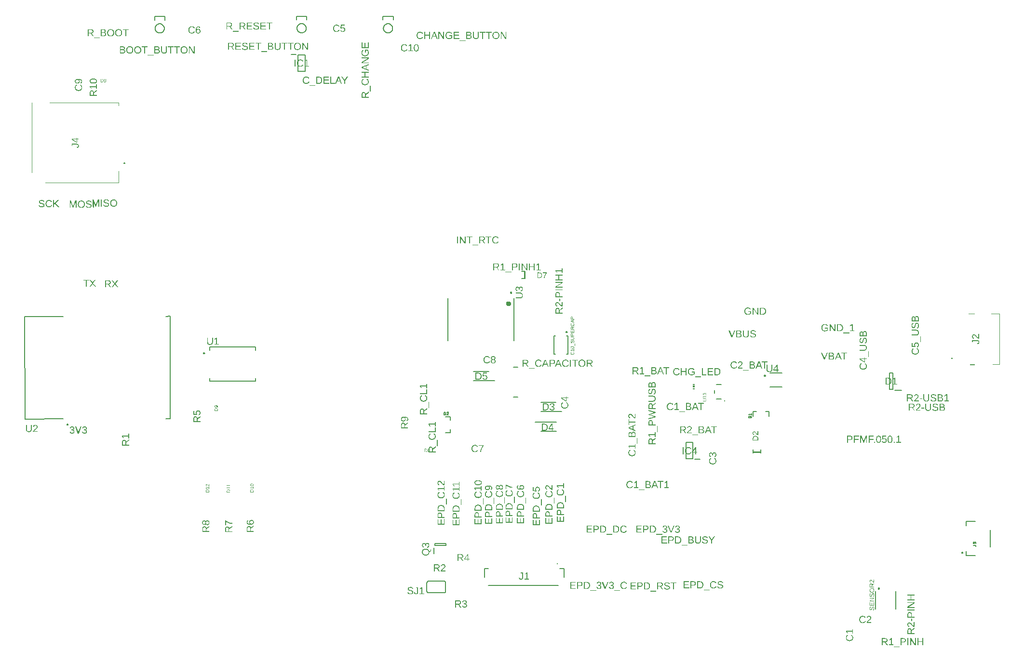
<source format=gbr>
G04 EAGLE Gerber RS-274X export*
G75*
%MOMM*%
%FSLAX34Y34*%
%LPD*%
%INSilkscreen Top*%
%IPPOS*%
%AMOC8*
5,1,8,0,0,1.08239X$1,22.5*%
G01*
G04 Define Apertures*
%ADD10C,0.127000*%
%ADD11C,0.200000*%
%ADD12R,0.300000X0.150000*%
%ADD13R,0.300000X0.300000*%
%ADD14C,0.150000*%
%ADD15C,0.250000*%
%ADD16C,0.100000*%
%ADD17C,0.203200*%
%ADD18C,0.152400*%
%ADD19C,0.254000*%
%ADD20C,0.400000*%
G36*
X187418Y1214625D02*
X186951Y1214637D01*
X186500Y1214673D01*
X186066Y1214733D01*
X185648Y1214818D01*
X185246Y1214926D01*
X184860Y1215058D01*
X184491Y1215215D01*
X184138Y1215396D01*
X183803Y1215599D01*
X183489Y1215824D01*
X183195Y1216070D01*
X182922Y1216338D01*
X182669Y1216628D01*
X182436Y1216938D01*
X182224Y1217271D01*
X182032Y1217625D01*
X181861Y1217997D01*
X181714Y1218384D01*
X181589Y1218787D01*
X181486Y1219204D01*
X181407Y1219637D01*
X181350Y1220086D01*
X181316Y1220549D01*
X181305Y1221027D01*
X181311Y1221392D01*
X181330Y1221747D01*
X181362Y1222092D01*
X181406Y1222427D01*
X181463Y1222751D01*
X181533Y1223066D01*
X181615Y1223370D01*
X181710Y1223665D01*
X181817Y1223949D01*
X181938Y1224223D01*
X182071Y1224487D01*
X182216Y1224741D01*
X182545Y1225219D01*
X182925Y1225656D01*
X183350Y1226047D01*
X183577Y1226223D01*
X183815Y1226386D01*
X184062Y1226536D01*
X184319Y1226673D01*
X184586Y1226797D01*
X184863Y1226908D01*
X185150Y1227005D01*
X185447Y1227090D01*
X185753Y1227162D01*
X186070Y1227220D01*
X186396Y1227266D01*
X186733Y1227299D01*
X187079Y1227318D01*
X187436Y1227325D01*
X187899Y1227313D01*
X188346Y1227278D01*
X188778Y1227219D01*
X189194Y1227138D01*
X189595Y1227032D01*
X189979Y1226903D01*
X190349Y1226751D01*
X190703Y1226576D01*
X191038Y1226378D01*
X191354Y1226159D01*
X191649Y1225919D01*
X191923Y1225657D01*
X192178Y1225375D01*
X192411Y1225071D01*
X192625Y1224746D01*
X192818Y1224399D01*
X192989Y1224034D01*
X193138Y1223653D01*
X193263Y1223256D01*
X193366Y1222843D01*
X193446Y1222413D01*
X193503Y1221967D01*
X193538Y1221505D01*
X193549Y1221027D01*
X193538Y1220551D01*
X193503Y1220090D01*
X193445Y1219643D01*
X193364Y1219212D01*
X193260Y1218796D01*
X193133Y1218395D01*
X192983Y1218009D01*
X192809Y1217638D01*
X192614Y1217285D01*
X192399Y1216953D01*
X192163Y1216642D01*
X191908Y1216352D01*
X191632Y1216084D01*
X191337Y1215836D01*
X191021Y1215610D01*
X190685Y1215404D01*
X190331Y1215222D01*
X189962Y1215063D01*
X189577Y1214929D01*
X189176Y1214820D01*
X188760Y1214734D01*
X188329Y1214674D01*
X187881Y1214637D01*
X187418Y1214625D01*
G37*
%LPC*%
G36*
X187418Y1215982D02*
X187937Y1216003D01*
X188425Y1216065D01*
X188881Y1216168D01*
X189307Y1216312D01*
X189701Y1216497D01*
X190065Y1216724D01*
X190397Y1216992D01*
X190698Y1217301D01*
X190966Y1217647D01*
X191198Y1218028D01*
X191395Y1218443D01*
X191555Y1218891D01*
X191681Y1219374D01*
X191770Y1219891D01*
X191823Y1220442D01*
X191841Y1221027D01*
X191823Y1221588D01*
X191769Y1222117D01*
X191679Y1222616D01*
X191553Y1223083D01*
X191391Y1223520D01*
X191193Y1223926D01*
X190959Y1224301D01*
X190689Y1224645D01*
X190387Y1224953D01*
X190054Y1225219D01*
X189692Y1225445D01*
X189300Y1225630D01*
X188879Y1225774D01*
X188427Y1225876D01*
X187946Y1225938D01*
X187436Y1225958D01*
X186921Y1225938D01*
X186436Y1225877D01*
X185981Y1225776D01*
X185557Y1225634D01*
X185163Y1225452D01*
X184798Y1225229D01*
X184464Y1224966D01*
X184160Y1224662D01*
X183889Y1224322D01*
X183654Y1223949D01*
X183455Y1223543D01*
X183293Y1223105D01*
X183166Y1222635D01*
X183076Y1222131D01*
X183022Y1221596D01*
X183004Y1221027D01*
X183022Y1220462D01*
X183077Y1219927D01*
X183168Y1219421D01*
X183296Y1218946D01*
X183461Y1218501D01*
X183662Y1218085D01*
X183899Y1217700D01*
X184173Y1217344D01*
X184480Y1217025D01*
X184814Y1216749D01*
X185178Y1216514D01*
X185569Y1216323D01*
X185989Y1216174D01*
X186437Y1216068D01*
X186913Y1216004D01*
X187418Y1215982D01*
G37*
%LPD*%
G36*
X201387Y1214625D02*
X200920Y1214637D01*
X200469Y1214673D01*
X200035Y1214733D01*
X199617Y1214818D01*
X199215Y1214926D01*
X198829Y1215058D01*
X198460Y1215215D01*
X198107Y1215396D01*
X197772Y1215599D01*
X197458Y1215824D01*
X197164Y1216070D01*
X196891Y1216338D01*
X196637Y1216628D01*
X196405Y1216938D01*
X196192Y1217271D01*
X196000Y1217625D01*
X195830Y1217997D01*
X195682Y1218384D01*
X195557Y1218787D01*
X195455Y1219204D01*
X195376Y1219637D01*
X195319Y1220086D01*
X195285Y1220549D01*
X195273Y1221027D01*
X195280Y1221392D01*
X195299Y1221747D01*
X195330Y1222092D01*
X195375Y1222427D01*
X195432Y1222751D01*
X195501Y1223066D01*
X195584Y1223370D01*
X195679Y1223665D01*
X195786Y1223949D01*
X195906Y1224223D01*
X196039Y1224487D01*
X196185Y1224741D01*
X196514Y1225219D01*
X196894Y1225656D01*
X197319Y1226047D01*
X197546Y1226223D01*
X197783Y1226386D01*
X198031Y1226536D01*
X198288Y1226673D01*
X198555Y1226797D01*
X198832Y1226908D01*
X199118Y1227005D01*
X199415Y1227090D01*
X199722Y1227162D01*
X200039Y1227220D01*
X200365Y1227266D01*
X200702Y1227299D01*
X201048Y1227318D01*
X201404Y1227325D01*
X201867Y1227313D01*
X202315Y1227278D01*
X202747Y1227219D01*
X203163Y1227138D01*
X203563Y1227032D01*
X203948Y1226903D01*
X204318Y1226751D01*
X204671Y1226576D01*
X205007Y1226378D01*
X205323Y1226159D01*
X205618Y1225919D01*
X205892Y1225657D01*
X206146Y1225375D01*
X206380Y1225071D01*
X206594Y1224746D01*
X206787Y1224399D01*
X206958Y1224034D01*
X207107Y1223653D01*
X207232Y1223256D01*
X207335Y1222843D01*
X207415Y1222413D01*
X207472Y1221967D01*
X207506Y1221505D01*
X207518Y1221027D01*
X207506Y1220551D01*
X207472Y1220090D01*
X207414Y1219643D01*
X207333Y1219212D01*
X207229Y1218796D01*
X207102Y1218395D01*
X206951Y1218009D01*
X206778Y1217638D01*
X206583Y1217285D01*
X206368Y1216953D01*
X206132Y1216642D01*
X205877Y1216352D01*
X205601Y1216084D01*
X205306Y1215836D01*
X204990Y1215610D01*
X204654Y1215404D01*
X204300Y1215222D01*
X203931Y1215063D01*
X203546Y1214929D01*
X203145Y1214820D01*
X202729Y1214734D01*
X202297Y1214674D01*
X201850Y1214637D01*
X201387Y1214625D01*
G37*
%LPC*%
G36*
X201387Y1215982D02*
X201906Y1216003D01*
X202393Y1216065D01*
X202850Y1216168D01*
X203275Y1216312D01*
X203670Y1216497D01*
X204033Y1216724D01*
X204366Y1216992D01*
X204667Y1217301D01*
X204935Y1217647D01*
X205167Y1218028D01*
X205364Y1218443D01*
X205524Y1218891D01*
X205649Y1219374D01*
X205739Y1219891D01*
X205792Y1220442D01*
X205810Y1221027D01*
X205792Y1221588D01*
X205738Y1222117D01*
X205648Y1222616D01*
X205522Y1223083D01*
X205360Y1223520D01*
X205162Y1223926D01*
X204928Y1224301D01*
X204658Y1224645D01*
X204355Y1224953D01*
X204023Y1225219D01*
X203661Y1225445D01*
X203269Y1225630D01*
X202847Y1225774D01*
X202396Y1225876D01*
X201915Y1225938D01*
X201404Y1225958D01*
X200890Y1225938D01*
X200405Y1225877D01*
X199950Y1225776D01*
X199526Y1225634D01*
X199131Y1225452D01*
X198767Y1225229D01*
X198433Y1224966D01*
X198129Y1224662D01*
X197858Y1224322D01*
X197623Y1223949D01*
X197424Y1223543D01*
X197262Y1223105D01*
X197135Y1222635D01*
X197045Y1222131D01*
X196991Y1221596D01*
X196973Y1221027D01*
X196991Y1220462D01*
X197046Y1219927D01*
X197137Y1219421D01*
X197265Y1218946D01*
X197429Y1218501D01*
X197630Y1218085D01*
X197868Y1217700D01*
X198142Y1217344D01*
X198448Y1217025D01*
X198783Y1216749D01*
X199146Y1216514D01*
X199538Y1216323D01*
X199958Y1216174D01*
X200406Y1216068D01*
X200882Y1216004D01*
X201387Y1215982D01*
G37*
%LPD*%
G36*
X282762Y1214625D02*
X282295Y1214637D01*
X281844Y1214673D01*
X281410Y1214733D01*
X280992Y1214818D01*
X280590Y1214926D01*
X280204Y1215058D01*
X279835Y1215215D01*
X279482Y1215396D01*
X279147Y1215599D01*
X278833Y1215824D01*
X278539Y1216070D01*
X278266Y1216338D01*
X278012Y1216628D01*
X277780Y1216938D01*
X277567Y1217271D01*
X277375Y1217625D01*
X277205Y1217997D01*
X277057Y1218384D01*
X276932Y1218787D01*
X276830Y1219204D01*
X276751Y1219637D01*
X276694Y1220086D01*
X276660Y1220549D01*
X276648Y1221027D01*
X276655Y1221392D01*
X276674Y1221747D01*
X276705Y1222092D01*
X276750Y1222427D01*
X276807Y1222751D01*
X276876Y1223066D01*
X276959Y1223370D01*
X277054Y1223665D01*
X277161Y1223949D01*
X277281Y1224223D01*
X277414Y1224487D01*
X277560Y1224741D01*
X277889Y1225219D01*
X278269Y1225656D01*
X278694Y1226047D01*
X278921Y1226223D01*
X279158Y1226386D01*
X279406Y1226536D01*
X279663Y1226673D01*
X279930Y1226797D01*
X280207Y1226908D01*
X280493Y1227005D01*
X280790Y1227090D01*
X281097Y1227162D01*
X281414Y1227220D01*
X281740Y1227266D01*
X282077Y1227299D01*
X282423Y1227318D01*
X282779Y1227325D01*
X283242Y1227313D01*
X283690Y1227278D01*
X284122Y1227219D01*
X284538Y1227138D01*
X284938Y1227032D01*
X285323Y1226903D01*
X285693Y1226751D01*
X286046Y1226576D01*
X286382Y1226378D01*
X286698Y1226159D01*
X286993Y1225919D01*
X287267Y1225657D01*
X287521Y1225375D01*
X287755Y1225071D01*
X287969Y1224746D01*
X288162Y1224399D01*
X288333Y1224034D01*
X288482Y1223653D01*
X288607Y1223256D01*
X288710Y1222843D01*
X288790Y1222413D01*
X288847Y1221967D01*
X288881Y1221505D01*
X288893Y1221027D01*
X288881Y1220551D01*
X288847Y1220090D01*
X288789Y1219643D01*
X288708Y1219212D01*
X288604Y1218796D01*
X288477Y1218395D01*
X288326Y1218009D01*
X288153Y1217638D01*
X287958Y1217285D01*
X287743Y1216953D01*
X287507Y1216642D01*
X287252Y1216352D01*
X286976Y1216084D01*
X286681Y1215836D01*
X286365Y1215610D01*
X286029Y1215404D01*
X285675Y1215222D01*
X285306Y1215063D01*
X284921Y1214929D01*
X284520Y1214820D01*
X284104Y1214734D01*
X283672Y1214674D01*
X283225Y1214637D01*
X282762Y1214625D01*
G37*
%LPC*%
G36*
X282762Y1215982D02*
X283281Y1216003D01*
X283768Y1216065D01*
X284225Y1216168D01*
X284650Y1216312D01*
X285045Y1216497D01*
X285408Y1216724D01*
X285741Y1216992D01*
X286042Y1217301D01*
X286310Y1217647D01*
X286542Y1218028D01*
X286739Y1218443D01*
X286899Y1218891D01*
X287024Y1219374D01*
X287114Y1219891D01*
X287167Y1220442D01*
X287185Y1221027D01*
X287167Y1221588D01*
X287113Y1222117D01*
X287023Y1222616D01*
X286897Y1223083D01*
X286735Y1223520D01*
X286537Y1223926D01*
X286303Y1224301D01*
X286033Y1224645D01*
X285730Y1224953D01*
X285398Y1225219D01*
X285036Y1225445D01*
X284644Y1225630D01*
X284222Y1225774D01*
X283771Y1225876D01*
X283290Y1225938D01*
X282779Y1225958D01*
X282265Y1225938D01*
X281780Y1225877D01*
X281325Y1225776D01*
X280901Y1225634D01*
X280506Y1225452D01*
X280142Y1225229D01*
X279808Y1224966D01*
X279504Y1224662D01*
X279233Y1224322D01*
X278998Y1223949D01*
X278799Y1223543D01*
X278637Y1223105D01*
X278510Y1222635D01*
X278420Y1222131D01*
X278366Y1221596D01*
X278348Y1221027D01*
X278366Y1220462D01*
X278421Y1219927D01*
X278512Y1219421D01*
X278640Y1218946D01*
X278804Y1218501D01*
X279005Y1218085D01*
X279243Y1217700D01*
X279517Y1217344D01*
X279823Y1217025D01*
X280158Y1216749D01*
X280521Y1216514D01*
X280913Y1216323D01*
X281333Y1216174D01*
X281781Y1216068D01*
X282257Y1216004D01*
X282762Y1215982D01*
G37*
%LPD*%
G36*
X174999Y1214800D02*
X169989Y1214800D01*
X169989Y1227141D01*
X174473Y1227141D01*
X174999Y1227129D01*
X175492Y1227094D01*
X175950Y1227035D01*
X176374Y1226954D01*
X176764Y1226848D01*
X177121Y1226720D01*
X177443Y1226567D01*
X177732Y1226392D01*
X177986Y1226193D01*
X178207Y1225971D01*
X178393Y1225725D01*
X178546Y1225456D01*
X178665Y1225163D01*
X178750Y1224847D01*
X178801Y1224508D01*
X178818Y1224145D01*
X178808Y1223877D01*
X178779Y1223620D01*
X178731Y1223374D01*
X178664Y1223138D01*
X178578Y1222914D01*
X178473Y1222700D01*
X178348Y1222498D01*
X178205Y1222306D01*
X178043Y1222128D01*
X177944Y1222036D01*
X177866Y1221964D01*
X177673Y1221817D01*
X177464Y1221684D01*
X177240Y1221567D01*
X176999Y1221465D01*
X176743Y1221379D01*
X176470Y1221308D01*
X176828Y1221254D01*
X177164Y1221180D01*
X177479Y1221087D01*
X177773Y1220974D01*
X178046Y1220841D01*
X178298Y1220688D01*
X178529Y1220515D01*
X178626Y1220426D01*
X178739Y1220322D01*
X178926Y1220113D01*
X179088Y1219891D01*
X179225Y1219655D01*
X179337Y1219406D01*
X179424Y1219144D01*
X179486Y1218868D01*
X179523Y1218579D01*
X179536Y1218277D01*
X179517Y1217877D01*
X179461Y1217500D01*
X179367Y1217145D01*
X179236Y1216813D01*
X179067Y1216505D01*
X178861Y1216219D01*
X178617Y1215956D01*
X178336Y1215715D01*
X178021Y1215501D01*
X177677Y1215315D01*
X177304Y1215158D01*
X176902Y1215029D01*
X176470Y1214929D01*
X176009Y1214857D01*
X175519Y1214814D01*
X174999Y1214800D01*
G37*
%LPC*%
G36*
X174911Y1216140D02*
X175282Y1216149D01*
X175626Y1216176D01*
X175944Y1216220D01*
X176236Y1216282D01*
X176502Y1216362D01*
X176742Y1216460D01*
X176957Y1216576D01*
X177145Y1216709D01*
X177309Y1216860D01*
X177451Y1217029D01*
X177572Y1217215D01*
X177670Y1217419D01*
X177747Y1217640D01*
X177802Y1217879D01*
X177835Y1218135D01*
X177845Y1218409D01*
X177834Y1218673D01*
X177798Y1218920D01*
X177738Y1219150D01*
X177654Y1219363D01*
X177546Y1219559D01*
X177414Y1219737D01*
X177259Y1219899D01*
X177079Y1220044D01*
X176876Y1220172D01*
X176648Y1220283D01*
X176397Y1220376D01*
X176121Y1220453D01*
X175822Y1220513D01*
X175498Y1220555D01*
X175151Y1220581D01*
X174780Y1220589D01*
X171662Y1220589D01*
X171662Y1216140D01*
X174911Y1216140D01*
G37*
G36*
X174473Y1221894D02*
X174798Y1221902D01*
X175101Y1221926D01*
X175383Y1221965D01*
X175644Y1222020D01*
X175883Y1222091D01*
X176102Y1222178D01*
X176299Y1222280D01*
X176475Y1222398D01*
X176630Y1222532D01*
X176764Y1222684D01*
X176878Y1222851D01*
X176971Y1223036D01*
X177043Y1223238D01*
X177095Y1223456D01*
X177126Y1223692D01*
X177136Y1223944D01*
X177125Y1224185D01*
X177093Y1224408D01*
X177040Y1224613D01*
X176965Y1224800D01*
X176869Y1224970D01*
X176752Y1225121D01*
X176613Y1225255D01*
X176453Y1225372D01*
X176272Y1225472D01*
X176073Y1225559D01*
X175854Y1225633D01*
X175616Y1225693D01*
X175359Y1225740D01*
X175083Y1225774D01*
X174788Y1225794D01*
X174473Y1225801D01*
X171662Y1225801D01*
X171662Y1221894D01*
X174473Y1221894D01*
G37*
%LPD*%
G36*
X235780Y1214800D02*
X230770Y1214800D01*
X230770Y1227141D01*
X235255Y1227141D01*
X235781Y1227129D01*
X236273Y1227094D01*
X236731Y1227035D01*
X237155Y1226954D01*
X237546Y1226848D01*
X237902Y1226720D01*
X238224Y1226567D01*
X238513Y1226392D01*
X238767Y1226193D01*
X238988Y1225971D01*
X239175Y1225725D01*
X239327Y1225456D01*
X239446Y1225163D01*
X239531Y1224847D01*
X239582Y1224508D01*
X239599Y1224145D01*
X239589Y1223877D01*
X239561Y1223620D01*
X239513Y1223374D01*
X239446Y1223138D01*
X239359Y1222914D01*
X239254Y1222700D01*
X239130Y1222498D01*
X238986Y1222306D01*
X238825Y1222128D01*
X238725Y1222036D01*
X238648Y1221964D01*
X238455Y1221817D01*
X238246Y1221684D01*
X238021Y1221567D01*
X237780Y1221465D01*
X237524Y1221379D01*
X237252Y1221308D01*
X237609Y1221254D01*
X237945Y1221180D01*
X238260Y1221087D01*
X238554Y1220974D01*
X238827Y1220841D01*
X239079Y1220688D01*
X239310Y1220515D01*
X239407Y1220426D01*
X239520Y1220322D01*
X239707Y1220113D01*
X239869Y1219891D01*
X240006Y1219655D01*
X240118Y1219406D01*
X240205Y1219144D01*
X240267Y1218868D01*
X240305Y1218579D01*
X240317Y1218277D01*
X240298Y1217877D01*
X240242Y1217500D01*
X240148Y1217145D01*
X240017Y1216813D01*
X239848Y1216505D01*
X239642Y1216219D01*
X239398Y1215956D01*
X239117Y1215715D01*
X238803Y1215501D01*
X238459Y1215315D01*
X238085Y1215158D01*
X237683Y1215029D01*
X237251Y1214929D01*
X236790Y1214857D01*
X236300Y1214814D01*
X235780Y1214800D01*
G37*
%LPC*%
G36*
X235693Y1216140D02*
X236063Y1216149D01*
X236407Y1216176D01*
X236725Y1216220D01*
X237017Y1216282D01*
X237284Y1216362D01*
X237524Y1216460D01*
X237738Y1216576D01*
X237926Y1216709D01*
X238090Y1216860D01*
X238233Y1217029D01*
X238353Y1217215D01*
X238452Y1217419D01*
X238528Y1217640D01*
X238583Y1217879D01*
X238616Y1218135D01*
X238627Y1218409D01*
X238615Y1218673D01*
X238579Y1218920D01*
X238519Y1219150D01*
X238435Y1219363D01*
X238327Y1219559D01*
X238196Y1219737D01*
X238040Y1219899D01*
X237860Y1220044D01*
X237657Y1220172D01*
X237429Y1220283D01*
X237178Y1220376D01*
X236902Y1220453D01*
X236603Y1220513D01*
X236280Y1220555D01*
X235932Y1220581D01*
X235561Y1220589D01*
X232443Y1220589D01*
X232443Y1216140D01*
X235693Y1216140D01*
G37*
G36*
X235255Y1221894D02*
X235579Y1221902D01*
X235882Y1221926D01*
X236164Y1221965D01*
X236425Y1222020D01*
X236665Y1222091D01*
X236883Y1222178D01*
X237080Y1222280D01*
X237256Y1222398D01*
X237411Y1222532D01*
X237545Y1222684D01*
X237659Y1222851D01*
X237752Y1223036D01*
X237824Y1223238D01*
X237876Y1223456D01*
X237907Y1223692D01*
X237917Y1223944D01*
X237907Y1224185D01*
X237875Y1224408D01*
X237821Y1224613D01*
X237746Y1224800D01*
X237650Y1224970D01*
X237533Y1225121D01*
X237394Y1225255D01*
X237234Y1225372D01*
X237054Y1225472D01*
X236854Y1225559D01*
X236636Y1225633D01*
X236398Y1225693D01*
X236141Y1225740D01*
X235864Y1225774D01*
X235569Y1225794D01*
X235255Y1225801D01*
X232443Y1225801D01*
X232443Y1221894D01*
X235255Y1221894D01*
G37*
%LPD*%
G36*
X292728Y1214800D02*
X291239Y1214800D01*
X291239Y1227141D01*
X293183Y1227141D01*
X299857Y1216560D01*
X299779Y1218041D01*
X299752Y1219048D01*
X299752Y1227141D01*
X301259Y1227141D01*
X301259Y1214800D01*
X299244Y1214800D01*
X292640Y1225310D01*
X292684Y1224461D01*
X292728Y1222998D01*
X292728Y1214800D01*
G37*
G36*
X247670Y1214625D02*
X247297Y1214633D01*
X246937Y1214659D01*
X246588Y1214702D01*
X246251Y1214763D01*
X245927Y1214840D01*
X245614Y1214935D01*
X245314Y1215047D01*
X245025Y1215177D01*
X244751Y1215322D01*
X244492Y1215484D01*
X244249Y1215661D01*
X244022Y1215853D01*
X243811Y1216061D01*
X243616Y1216285D01*
X243437Y1216524D01*
X243273Y1216779D01*
X243128Y1217048D01*
X243001Y1217330D01*
X242894Y1217624D01*
X242807Y1217931D01*
X242739Y1218251D01*
X242690Y1218583D01*
X242661Y1218927D01*
X242651Y1219284D01*
X242651Y1227141D01*
X244324Y1227141D01*
X244324Y1219425D01*
X244338Y1219015D01*
X244378Y1218630D01*
X244445Y1218271D01*
X244539Y1217938D01*
X244660Y1217630D01*
X244807Y1217347D01*
X244982Y1217090D01*
X245183Y1216858D01*
X245409Y1216653D01*
X245659Y1216475D01*
X245934Y1216325D01*
X246232Y1216201D01*
X246553Y1216106D01*
X246899Y1216037D01*
X247268Y1215996D01*
X247661Y1215982D01*
X248066Y1215997D01*
X248447Y1216039D01*
X248805Y1216110D01*
X249140Y1216209D01*
X249452Y1216337D01*
X249741Y1216492D01*
X250007Y1216676D01*
X250250Y1216889D01*
X250466Y1217129D01*
X250654Y1217394D01*
X250813Y1217686D01*
X250943Y1218005D01*
X251044Y1218349D01*
X251116Y1218719D01*
X251159Y1219116D01*
X251174Y1219538D01*
X251174Y1227141D01*
X252838Y1227141D01*
X252838Y1219442D01*
X252828Y1219074D01*
X252798Y1218719D01*
X252748Y1218377D01*
X252679Y1218047D01*
X252590Y1217731D01*
X252480Y1217427D01*
X252351Y1217136D01*
X252203Y1216858D01*
X252036Y1216595D01*
X251852Y1216347D01*
X251653Y1216116D01*
X251436Y1215900D01*
X251204Y1215701D01*
X250955Y1215517D01*
X250689Y1215350D01*
X250407Y1215199D01*
X250111Y1215064D01*
X249801Y1214948D01*
X249478Y1214849D01*
X249143Y1214768D01*
X248794Y1214706D01*
X248432Y1214661D01*
X248058Y1214634D01*
X247670Y1214625D01*
G37*
G36*
X214668Y1214800D02*
X213003Y1214800D01*
X213003Y1225774D01*
X208764Y1225774D01*
X208764Y1227141D01*
X218907Y1227141D01*
X218907Y1225774D01*
X214668Y1225774D01*
X214668Y1214800D01*
G37*
G36*
X260511Y1214800D02*
X258847Y1214800D01*
X258847Y1225774D01*
X254608Y1225774D01*
X254608Y1227141D01*
X264750Y1227141D01*
X264750Y1225774D01*
X260511Y1225774D01*
X260511Y1214800D01*
G37*
G36*
X271480Y1214800D02*
X269816Y1214800D01*
X269816Y1225774D01*
X265577Y1225774D01*
X265577Y1227141D01*
X275719Y1227141D01*
X275719Y1225774D01*
X271480Y1225774D01*
X271480Y1214800D01*
G37*
G36*
X229508Y1211235D02*
X219059Y1211235D01*
X219059Y1212374D01*
X229508Y1212374D01*
X229508Y1211235D01*
G37*
G36*
X1451423Y182132D02*
X1451059Y182138D01*
X1450705Y182157D01*
X1450361Y182188D01*
X1450027Y182231D01*
X1449703Y182287D01*
X1449389Y182356D01*
X1449085Y182437D01*
X1448791Y182530D01*
X1448507Y182636D01*
X1448233Y182754D01*
X1447715Y183028D01*
X1447236Y183352D01*
X1446798Y183726D01*
X1446406Y184143D01*
X1446066Y184599D01*
X1445916Y184842D01*
X1445779Y185094D01*
X1445655Y185355D01*
X1445544Y185626D01*
X1445446Y185907D01*
X1445361Y186197D01*
X1445289Y186497D01*
X1445230Y186807D01*
X1445184Y187126D01*
X1445151Y187454D01*
X1445132Y187792D01*
X1445125Y188140D01*
X1445137Y188623D01*
X1445173Y189085D01*
X1445234Y189527D01*
X1445318Y189949D01*
X1445426Y190350D01*
X1445559Y190731D01*
X1445715Y191093D01*
X1445896Y191433D01*
X1446100Y191753D01*
X1446328Y192051D01*
X1446579Y192327D01*
X1446853Y192581D01*
X1447150Y192813D01*
X1447471Y193023D01*
X1447815Y193211D01*
X1448182Y193378D01*
X1448708Y191792D01*
X1448446Y191677D01*
X1448201Y191545D01*
X1447971Y191397D01*
X1447757Y191233D01*
X1447559Y191052D01*
X1447377Y190855D01*
X1447211Y190642D01*
X1447061Y190413D01*
X1446928Y190170D01*
X1446812Y189916D01*
X1446714Y189650D01*
X1446634Y189374D01*
X1446572Y189086D01*
X1446527Y188788D01*
X1446501Y188478D01*
X1446492Y188158D01*
X1446512Y187659D01*
X1446574Y187190D01*
X1446677Y186749D01*
X1446821Y186336D01*
X1447007Y185952D01*
X1447233Y185596D01*
X1447501Y185268D01*
X1447810Y184969D01*
X1448155Y184703D01*
X1448530Y184471D01*
X1448936Y184276D01*
X1449372Y184116D01*
X1449839Y183991D01*
X1450336Y183902D01*
X1450864Y183849D01*
X1451423Y183831D01*
X1451976Y183849D01*
X1452501Y183905D01*
X1452999Y183998D01*
X1453469Y184128D01*
X1453911Y184294D01*
X1454325Y184498D01*
X1454712Y184739D01*
X1455071Y185018D01*
X1455394Y185327D01*
X1455674Y185663D01*
X1455911Y186025D01*
X1456105Y186414D01*
X1456256Y186828D01*
X1456364Y187268D01*
X1456429Y187735D01*
X1456450Y188228D01*
X1456440Y188547D01*
X1456410Y188856D01*
X1456360Y189155D01*
X1456290Y189443D01*
X1456199Y189722D01*
X1456089Y189991D01*
X1455959Y190250D01*
X1455809Y190498D01*
X1455638Y190737D01*
X1455448Y190965D01*
X1455237Y191184D01*
X1455007Y191392D01*
X1454756Y191591D01*
X1454485Y191779D01*
X1454195Y191957D01*
X1453884Y192125D01*
X1454567Y193492D01*
X1454954Y193291D01*
X1455316Y193072D01*
X1455655Y192833D01*
X1455971Y192575D01*
X1456262Y192298D01*
X1456529Y192001D01*
X1456773Y191685D01*
X1456993Y191350D01*
X1457188Y190998D01*
X1457357Y190633D01*
X1457500Y190253D01*
X1457617Y189860D01*
X1457708Y189453D01*
X1457773Y189032D01*
X1457812Y188597D01*
X1457825Y188149D01*
X1457813Y187690D01*
X1457777Y187248D01*
X1457716Y186820D01*
X1457631Y186409D01*
X1457522Y186014D01*
X1457389Y185634D01*
X1457232Y185270D01*
X1457050Y184921D01*
X1456846Y184591D01*
X1456621Y184281D01*
X1456375Y183991D01*
X1456109Y183721D01*
X1455821Y183472D01*
X1455513Y183243D01*
X1455184Y183034D01*
X1454834Y182846D01*
X1454466Y182678D01*
X1454081Y182533D01*
X1453679Y182411D01*
X1453261Y182310D01*
X1452826Y182232D01*
X1452375Y182176D01*
X1451907Y182143D01*
X1451423Y182132D01*
G37*
G36*
X1457650Y195525D02*
X1456310Y195525D01*
X1456310Y198669D01*
X1446816Y198669D01*
X1448804Y195884D01*
X1447315Y195884D01*
X1445309Y198800D01*
X1445309Y200254D01*
X1456310Y200254D01*
X1456310Y203258D01*
X1457650Y203258D01*
X1457650Y195525D01*
G37*
G36*
X690622Y1218375D02*
X690360Y1218381D01*
X690107Y1218400D01*
X689861Y1218432D01*
X689624Y1218476D01*
X689175Y1218603D01*
X688759Y1218780D01*
X688376Y1219008D01*
X688026Y1219286D01*
X687709Y1219615D01*
X687425Y1219995D01*
X687175Y1220424D01*
X686958Y1220898D01*
X686774Y1221420D01*
X686624Y1221988D01*
X686507Y1222602D01*
X686424Y1223263D01*
X686374Y1223971D01*
X686357Y1224725D01*
X686373Y1225495D01*
X686422Y1226215D01*
X686503Y1226885D01*
X686616Y1227506D01*
X686762Y1228076D01*
X686941Y1228597D01*
X687152Y1229068D01*
X687395Y1229489D01*
X687673Y1229861D01*
X687989Y1230183D01*
X688343Y1230455D01*
X688734Y1230678D01*
X689163Y1230852D01*
X689391Y1230920D01*
X689629Y1230976D01*
X689876Y1231019D01*
X690133Y1231050D01*
X690399Y1231069D01*
X690675Y1231075D01*
X690943Y1231068D01*
X691202Y1231050D01*
X691453Y1231018D01*
X691694Y1230975D01*
X691926Y1230918D01*
X692150Y1230849D01*
X692570Y1230674D01*
X692955Y1230449D01*
X693303Y1230173D01*
X693616Y1229848D01*
X693894Y1229472D01*
X694137Y1229047D01*
X694348Y1228574D01*
X694526Y1228053D01*
X694672Y1227484D01*
X694786Y1226866D01*
X694867Y1226201D01*
X694915Y1225487D01*
X694932Y1224725D01*
X694915Y1223975D01*
X694863Y1223270D01*
X694778Y1222612D01*
X694659Y1221999D01*
X694506Y1221431D01*
X694318Y1220910D01*
X694097Y1220434D01*
X693841Y1220004D01*
X693552Y1219622D01*
X693231Y1219291D01*
X692877Y1219011D01*
X692491Y1218782D01*
X692073Y1218604D01*
X691622Y1218477D01*
X691384Y1218432D01*
X691138Y1218400D01*
X690884Y1218381D01*
X690622Y1218375D01*
G37*
%LPC*%
G36*
X690640Y1219662D02*
X690976Y1219682D01*
X691290Y1219740D01*
X691580Y1219837D01*
X691846Y1219973D01*
X692090Y1220148D01*
X692310Y1220362D01*
X692507Y1220615D01*
X692681Y1220906D01*
X692833Y1221238D01*
X692964Y1221611D01*
X693076Y1222026D01*
X693167Y1222483D01*
X693238Y1222981D01*
X693288Y1223520D01*
X693319Y1224102D01*
X693329Y1224725D01*
X693319Y1225370D01*
X693290Y1225968D01*
X693242Y1226521D01*
X693174Y1227028D01*
X693088Y1227489D01*
X692981Y1227904D01*
X692856Y1228273D01*
X692711Y1228596D01*
X692544Y1228877D01*
X692352Y1229121D01*
X692135Y1229327D01*
X691893Y1229496D01*
X691626Y1229627D01*
X691334Y1229721D01*
X691017Y1229777D01*
X690675Y1229796D01*
X690324Y1229777D01*
X689999Y1229722D01*
X689700Y1229630D01*
X689426Y1229500D01*
X689177Y1229334D01*
X688955Y1229131D01*
X688758Y1228891D01*
X688586Y1228614D01*
X688437Y1228294D01*
X688308Y1227927D01*
X688199Y1227512D01*
X688110Y1227050D01*
X688040Y1226540D01*
X687991Y1225983D01*
X687961Y1225378D01*
X687951Y1224725D01*
X687961Y1224090D01*
X687991Y1223499D01*
X688042Y1222952D01*
X688112Y1222450D01*
X688202Y1221991D01*
X688313Y1221577D01*
X688444Y1221206D01*
X688595Y1220880D01*
X688768Y1220594D01*
X688964Y1220347D01*
X689184Y1220138D01*
X689428Y1219967D01*
X689695Y1219834D01*
X689987Y1219738D01*
X690301Y1219681D01*
X690640Y1219662D01*
G37*
%LPD*%
G36*
X669678Y1218375D02*
X669219Y1218387D01*
X668777Y1218423D01*
X668350Y1218484D01*
X667938Y1218569D01*
X667543Y1218678D01*
X667163Y1218811D01*
X666799Y1218968D01*
X666450Y1219150D01*
X666120Y1219354D01*
X665810Y1219579D01*
X665520Y1219825D01*
X665251Y1220092D01*
X665001Y1220379D01*
X664772Y1220687D01*
X664563Y1221016D01*
X664375Y1221366D01*
X664207Y1221734D01*
X664062Y1222119D01*
X663940Y1222521D01*
X663839Y1222939D01*
X663761Y1223374D01*
X663706Y1223825D01*
X663672Y1224293D01*
X663661Y1224777D01*
X663667Y1225141D01*
X663686Y1225495D01*
X663717Y1225839D01*
X663761Y1226173D01*
X663817Y1226497D01*
X663885Y1226811D01*
X663966Y1227115D01*
X664059Y1227409D01*
X664165Y1227693D01*
X664284Y1227967D01*
X664558Y1228485D01*
X664881Y1228964D01*
X665255Y1229402D01*
X665673Y1229794D01*
X666129Y1230134D01*
X666371Y1230284D01*
X666623Y1230421D01*
X666884Y1230545D01*
X667156Y1230656D01*
X667436Y1230755D01*
X667726Y1230839D01*
X668026Y1230911D01*
X668336Y1230970D01*
X668655Y1231016D01*
X668983Y1231049D01*
X669322Y1231068D01*
X669669Y1231075D01*
X670152Y1231063D01*
X670614Y1231027D01*
X671056Y1230966D01*
X671478Y1230882D01*
X671879Y1230774D01*
X672261Y1230641D01*
X672622Y1230485D01*
X672962Y1230304D01*
X673282Y1230100D01*
X673580Y1229872D01*
X673856Y1229621D01*
X674110Y1229347D01*
X674342Y1229050D01*
X674552Y1228729D01*
X674740Y1228385D01*
X674907Y1228018D01*
X673322Y1227492D01*
X673206Y1227754D01*
X673074Y1227999D01*
X672926Y1228229D01*
X672762Y1228443D01*
X672582Y1228641D01*
X672385Y1228823D01*
X672172Y1228989D01*
X671942Y1229139D01*
X671699Y1229273D01*
X671445Y1229388D01*
X671179Y1229486D01*
X670903Y1229566D01*
X670616Y1229628D01*
X670317Y1229673D01*
X670007Y1229699D01*
X669687Y1229708D01*
X669189Y1229688D01*
X668719Y1229626D01*
X668278Y1229523D01*
X667865Y1229379D01*
X667481Y1229193D01*
X667125Y1228967D01*
X666798Y1228699D01*
X666499Y1228390D01*
X666232Y1228045D01*
X666001Y1227670D01*
X665805Y1227264D01*
X665645Y1226828D01*
X665520Y1226361D01*
X665431Y1225864D01*
X665378Y1225336D01*
X665360Y1224777D01*
X665379Y1224224D01*
X665434Y1223699D01*
X665527Y1223201D01*
X665657Y1222731D01*
X665824Y1222289D01*
X666028Y1221875D01*
X666269Y1221488D01*
X666547Y1221129D01*
X666857Y1220806D01*
X667192Y1220526D01*
X667555Y1220289D01*
X667943Y1220095D01*
X668357Y1219944D01*
X668798Y1219836D01*
X669264Y1219771D01*
X669757Y1219750D01*
X670076Y1219760D01*
X670385Y1219790D01*
X670684Y1219840D01*
X670973Y1219910D01*
X671251Y1220001D01*
X671520Y1220111D01*
X671779Y1220241D01*
X672027Y1220391D01*
X672266Y1220562D01*
X672495Y1220752D01*
X672713Y1220963D01*
X672921Y1221193D01*
X673120Y1221444D01*
X673308Y1221715D01*
X673486Y1222005D01*
X673654Y1222316D01*
X675021Y1221633D01*
X674821Y1221246D01*
X674601Y1220884D01*
X674362Y1220545D01*
X674104Y1220229D01*
X673827Y1219938D01*
X673530Y1219671D01*
X673214Y1219427D01*
X672879Y1219207D01*
X672527Y1219012D01*
X672162Y1218843D01*
X671782Y1218700D01*
X671389Y1218583D01*
X670982Y1218492D01*
X670561Y1218427D01*
X670127Y1218388D01*
X669678Y1218375D01*
G37*
G36*
X684788Y1218550D02*
X677054Y1218550D01*
X677054Y1219890D01*
X680198Y1219890D01*
X680198Y1229384D01*
X677413Y1227396D01*
X677413Y1228885D01*
X680330Y1230891D01*
X681783Y1230891D01*
X681783Y1219890D01*
X684788Y1219890D01*
X684788Y1218550D01*
G37*
G36*
X964862Y695996D02*
X964491Y696004D01*
X964145Y696027D01*
X963823Y696066D01*
X963525Y696121D01*
X963250Y696191D01*
X963000Y696277D01*
X962773Y696378D01*
X962571Y696495D01*
X962392Y696629D01*
X962237Y696781D01*
X962106Y696951D01*
X961999Y697139D01*
X961916Y697345D01*
X961856Y697570D01*
X961820Y697812D01*
X961808Y698072D01*
X961820Y698326D01*
X961857Y698562D01*
X961917Y698782D01*
X962001Y698984D01*
X962109Y699169D01*
X962242Y699336D01*
X962398Y699487D01*
X962579Y699620D01*
X962783Y699737D01*
X963011Y699838D01*
X963261Y699924D01*
X963535Y699994D01*
X963832Y700049D01*
X964152Y700088D01*
X964495Y700111D01*
X964862Y700119D01*
X965222Y700111D01*
X965561Y700086D01*
X965878Y700045D01*
X966173Y699988D01*
X966445Y699914D01*
X966696Y699824D01*
X966925Y699718D01*
X967132Y699595D01*
X967315Y699456D01*
X967474Y699302D01*
X967609Y699131D01*
X967719Y698946D01*
X967805Y698745D01*
X967866Y698528D01*
X967903Y698295D01*
X967915Y698047D01*
X967903Y697799D01*
X967866Y697567D01*
X967805Y697351D01*
X967720Y697151D01*
X967611Y696967D01*
X967477Y696799D01*
X967318Y696646D01*
X967136Y696510D01*
X966930Y696390D01*
X966702Y696285D01*
X966451Y696197D01*
X966178Y696125D01*
X965882Y696068D01*
X965564Y696028D01*
X965224Y696004D01*
X964862Y695996D01*
G37*
%LPC*%
G36*
X964862Y696763D02*
X965451Y696782D01*
X965956Y696840D01*
X966176Y696884D01*
X966375Y696937D01*
X966554Y697000D01*
X966711Y697072D01*
X966848Y697155D01*
X966967Y697250D01*
X967067Y697356D01*
X967150Y697473D01*
X967214Y697601D01*
X967259Y697741D01*
X967287Y697893D01*
X967296Y698056D01*
X967287Y698217D01*
X967259Y698368D01*
X967212Y698507D01*
X967146Y698636D01*
X967062Y698753D01*
X966960Y698859D01*
X966838Y698953D01*
X966698Y699037D01*
X966538Y699110D01*
X966359Y699173D01*
X965940Y699271D01*
X965441Y699329D01*
X964862Y699348D01*
X964264Y699330D01*
X963754Y699274D01*
X963333Y699181D01*
X963156Y699121D01*
X963000Y699052D01*
X962865Y698971D01*
X962748Y698879D01*
X962649Y698775D01*
X962568Y698658D01*
X962504Y698530D01*
X962459Y698389D01*
X962432Y698237D01*
X962423Y698072D01*
X962432Y697904D01*
X962459Y697747D01*
X962503Y697603D01*
X962565Y697472D01*
X962645Y697352D01*
X962743Y697245D01*
X962859Y697150D01*
X962992Y697068D01*
X963145Y696996D01*
X963322Y696934D01*
X963521Y696882D01*
X963744Y696839D01*
X964257Y696782D01*
X964862Y696763D01*
G37*
%LPD*%
G36*
X967831Y729461D02*
X961897Y729461D01*
X961897Y732253D01*
X961904Y732496D01*
X961925Y732725D01*
X961960Y732940D01*
X962009Y733141D01*
X962072Y733327D01*
X962149Y733499D01*
X962240Y733657D01*
X962345Y733800D01*
X962463Y733928D01*
X962592Y734039D01*
X962731Y734133D01*
X962882Y734209D01*
X963043Y734269D01*
X963216Y734312D01*
X963400Y734337D01*
X963594Y734346D01*
X963911Y734322D01*
X964203Y734249D01*
X964467Y734129D01*
X964706Y733960D01*
X964910Y733749D01*
X965024Y733577D01*
X965073Y733502D01*
X965195Y733218D01*
X965274Y732897D01*
X966363Y733614D01*
X967831Y734582D01*
X967831Y733655D01*
X965367Y732114D01*
X965367Y730265D01*
X967831Y730265D01*
X967831Y729461D01*
G37*
%LPC*%
G36*
X964731Y730265D02*
X964731Y732206D01*
X964713Y732506D01*
X964657Y732770D01*
X964564Y732998D01*
X964434Y733190D01*
X964271Y733342D01*
X964078Y733450D01*
X963855Y733515D01*
X963602Y733537D01*
X963359Y733515D01*
X963146Y733449D01*
X962964Y733339D01*
X962813Y733186D01*
X962694Y732990D01*
X962609Y732757D01*
X962558Y732484D01*
X962541Y732173D01*
X962541Y730265D01*
X964731Y730265D01*
G37*
%LPD*%
G36*
X967831Y717961D02*
X961897Y717961D01*
X961897Y720458D01*
X961904Y720700D01*
X961926Y720929D01*
X961963Y721143D01*
X962014Y721343D01*
X962079Y721530D01*
X962160Y721702D01*
X962255Y721860D01*
X962364Y722004D01*
X962487Y722132D01*
X962622Y722243D01*
X962769Y722337D01*
X962928Y722414D01*
X963098Y722474D01*
X963281Y722517D01*
X963476Y722542D01*
X963682Y722551D01*
X963888Y722542D01*
X964082Y722517D01*
X964266Y722474D01*
X964438Y722414D01*
X964600Y722336D01*
X964752Y722242D01*
X964892Y722130D01*
X965022Y722001D01*
X965138Y721858D01*
X965239Y721702D01*
X965325Y721534D01*
X965394Y721353D01*
X965449Y721161D01*
X965488Y720956D01*
X965511Y720738D01*
X965519Y720508D01*
X965519Y718765D01*
X967831Y718765D01*
X967831Y717961D01*
G37*
%LPC*%
G36*
X964883Y718765D02*
X964883Y720395D01*
X964864Y720711D01*
X964808Y720984D01*
X964715Y721216D01*
X964585Y721405D01*
X964417Y721553D01*
X964212Y721658D01*
X963970Y721721D01*
X963691Y721742D01*
X963421Y721721D01*
X963188Y721656D01*
X962990Y721548D01*
X962829Y721397D01*
X962703Y721203D01*
X962613Y720965D01*
X962559Y720685D01*
X962541Y720361D01*
X962541Y718765D01*
X964883Y718765D01*
G37*
%LPD*%
G36*
X967831Y747679D02*
X961897Y747679D01*
X961897Y750177D01*
X961904Y750419D01*
X961926Y750648D01*
X961963Y750862D01*
X962014Y751062D01*
X962079Y751248D01*
X962160Y751420D01*
X962255Y751578D01*
X962364Y751722D01*
X962487Y751851D01*
X962622Y751962D01*
X962769Y752056D01*
X962928Y752133D01*
X963098Y752193D01*
X963281Y752236D01*
X963476Y752261D01*
X963682Y752270D01*
X963888Y752261D01*
X964082Y752235D01*
X964266Y752192D01*
X964438Y752132D01*
X964600Y752055D01*
X964752Y751961D01*
X964892Y751849D01*
X965022Y751720D01*
X965138Y751577D01*
X965239Y751421D01*
X965325Y751253D01*
X965394Y751072D01*
X965449Y750879D01*
X965488Y750674D01*
X965511Y750457D01*
X965519Y750227D01*
X965519Y748484D01*
X967831Y748484D01*
X967831Y747679D01*
G37*
%LPC*%
G36*
X964883Y748484D02*
X964883Y750114D01*
X964864Y750429D01*
X964808Y750703D01*
X964715Y750935D01*
X964585Y751124D01*
X964417Y751272D01*
X964212Y751377D01*
X963970Y751440D01*
X963691Y751461D01*
X963421Y751440D01*
X963188Y751375D01*
X962990Y751267D01*
X962829Y751116D01*
X962703Y750922D01*
X962613Y750684D01*
X962559Y750404D01*
X962541Y750080D01*
X962541Y748484D01*
X964883Y748484D01*
G37*
%LPD*%
G36*
X967831Y741207D02*
X961897Y743629D01*
X961897Y744543D01*
X967831Y746926D01*
X967831Y746105D01*
X966096Y745427D01*
X966096Y742723D01*
X967831Y742041D01*
X967831Y741207D01*
G37*
%LPC*%
G36*
X965468Y742968D02*
X965468Y745187D01*
X963510Y744425D01*
X962853Y744189D01*
X962503Y744075D01*
X962621Y744037D01*
X963020Y743907D01*
X963518Y743726D01*
X965468Y742968D01*
G37*
%LPD*%
G36*
X967831Y723711D02*
X961897Y723711D01*
X961897Y728213D01*
X962554Y728213D01*
X962554Y724515D01*
X964457Y724515D01*
X964457Y727960D01*
X965106Y727960D01*
X965106Y724515D01*
X967174Y724515D01*
X967174Y728385D01*
X967831Y728385D01*
X967831Y723711D01*
G37*
G36*
X966407Y705645D02*
X966251Y706424D01*
X966501Y706510D01*
X966715Y706634D01*
X966894Y706797D01*
X967037Y706997D01*
X967147Y707235D01*
X967225Y707514D01*
X967272Y707831D01*
X967287Y708188D01*
X967271Y708556D01*
X967221Y708879D01*
X967137Y709157D01*
X967020Y709391D01*
X966871Y709576D01*
X966690Y709708D01*
X966588Y709754D01*
X966478Y709788D01*
X966360Y709807D01*
X966235Y709814D01*
X966096Y709806D01*
X965971Y709781D01*
X965860Y709739D01*
X965763Y709681D01*
X965598Y709522D01*
X965464Y709309D01*
X965355Y709045D01*
X965266Y708736D01*
X965093Y707999D01*
X964938Y707380D01*
X964782Y706931D01*
X964617Y706605D01*
X964434Y706356D01*
X964226Y706171D01*
X963986Y706034D01*
X963853Y705985D01*
X963710Y705951D01*
X963558Y705930D01*
X963396Y705923D01*
X963211Y705932D01*
X963037Y705959D01*
X962874Y706005D01*
X962721Y706068D01*
X962580Y706150D01*
X962449Y706251D01*
X962330Y706369D01*
X962221Y706506D01*
X962124Y706660D01*
X962041Y706829D01*
X961970Y707014D01*
X961912Y707215D01*
X961866Y707432D01*
X961834Y707664D01*
X961815Y707912D01*
X961808Y708176D01*
X961828Y708651D01*
X961886Y709068D01*
X961983Y709424D01*
X962118Y709721D01*
X962202Y709850D01*
X962300Y709969D01*
X962536Y710176D01*
X962827Y710344D01*
X963173Y710471D01*
X963312Y709679D01*
X963092Y709599D01*
X962905Y709490D01*
X962750Y709351D01*
X962628Y709182D01*
X962534Y708981D01*
X962468Y708745D01*
X962428Y708474D01*
X962415Y708167D01*
X962430Y707833D01*
X962474Y707540D01*
X962548Y707289D01*
X962651Y707081D01*
X962783Y706917D01*
X962944Y706800D01*
X963135Y706729D01*
X963354Y706706D01*
X963485Y706715D01*
X963604Y706742D01*
X963711Y706788D01*
X963807Y706851D01*
X963972Y707029D01*
X964110Y707270D01*
X964176Y707441D01*
X964248Y707680D01*
X964415Y708361D01*
X964544Y708906D01*
X964615Y709172D01*
X964700Y709427D01*
X964798Y709667D01*
X964912Y709892D01*
X965048Y710095D01*
X965211Y710269D01*
X965404Y710412D01*
X965628Y710519D01*
X965889Y710587D01*
X966193Y710610D01*
X966392Y710600D01*
X966580Y710570D01*
X966756Y710520D01*
X966921Y710449D01*
X967074Y710359D01*
X967216Y710249D01*
X967346Y710118D01*
X967464Y709968D01*
X967570Y709799D01*
X967662Y709614D01*
X967739Y709412D01*
X967802Y709194D01*
X967852Y708960D01*
X967887Y708709D01*
X967908Y708442D01*
X967915Y708159D01*
X967909Y707895D01*
X967891Y707645D01*
X967862Y707410D01*
X967821Y707188D01*
X967768Y706981D01*
X967703Y706789D01*
X967626Y706610D01*
X967538Y706446D01*
X967438Y706296D01*
X967326Y706160D01*
X967202Y706039D01*
X967067Y705931D01*
X966920Y705838D01*
X966761Y705760D01*
X966590Y705695D01*
X966407Y705645D01*
G37*
G36*
X965674Y711668D02*
X961897Y711668D01*
X961897Y712473D01*
X965607Y712473D01*
X965804Y712479D01*
X965989Y712499D01*
X966162Y712531D01*
X966322Y712576D01*
X966470Y712634D01*
X966606Y712705D01*
X966730Y712789D01*
X966841Y712886D01*
X966940Y712994D01*
X967025Y713115D01*
X967098Y713247D01*
X967157Y713390D01*
X967203Y713545D01*
X967236Y713711D01*
X967256Y713888D01*
X967262Y714077D01*
X967255Y714272D01*
X967235Y714455D01*
X967201Y714627D01*
X967153Y714789D01*
X967092Y714939D01*
X967017Y715077D01*
X966928Y715205D01*
X966826Y715322D01*
X966711Y715426D01*
X966583Y715516D01*
X966443Y715593D01*
X966290Y715655D01*
X966124Y715704D01*
X965946Y715738D01*
X965756Y715759D01*
X965552Y715766D01*
X961897Y715766D01*
X961897Y716566D01*
X965599Y716566D01*
X965946Y716547D01*
X966269Y716490D01*
X966568Y716395D01*
X966841Y716261D01*
X967087Y716093D01*
X967302Y715892D01*
X967486Y715661D01*
X967639Y715398D01*
X967760Y715106D01*
X967846Y714790D01*
X967898Y714448D01*
X967915Y714082D01*
X967898Y713729D01*
X967849Y713399D01*
X967766Y713093D01*
X967650Y712810D01*
X967502Y712553D01*
X967324Y712328D01*
X967117Y712132D01*
X966879Y711967D01*
X966614Y711837D01*
X966325Y711743D01*
X966012Y711687D01*
X965674Y711668D01*
G37*
G36*
X964836Y685097D02*
X964491Y685109D01*
X964165Y685145D01*
X963858Y685205D01*
X963571Y685289D01*
X963303Y685397D01*
X963053Y685528D01*
X962823Y685684D01*
X962613Y685864D01*
X962424Y686065D01*
X962261Y686284D01*
X962123Y686522D01*
X962010Y686778D01*
X961922Y687052D01*
X961859Y687345D01*
X961821Y687657D01*
X961808Y687986D01*
X961832Y688441D01*
X961901Y688856D01*
X962017Y689232D01*
X962179Y689570D01*
X962387Y689867D01*
X962639Y690122D01*
X962936Y690334D01*
X963278Y690505D01*
X963531Y689742D01*
X963287Y689624D01*
X963074Y689473D01*
X962891Y689292D01*
X962739Y689079D01*
X962619Y688840D01*
X962534Y688580D01*
X962483Y688298D01*
X962465Y687995D01*
X962475Y687755D01*
X962505Y687529D01*
X962555Y687317D01*
X962624Y687119D01*
X962713Y686934D01*
X962822Y686763D01*
X962951Y686605D01*
X963099Y686462D01*
X963265Y686333D01*
X963445Y686222D01*
X963641Y686128D01*
X963850Y686051D01*
X964075Y685991D01*
X964314Y685949D01*
X964568Y685923D01*
X964836Y685914D01*
X965102Y685923D01*
X965355Y685950D01*
X965594Y685995D01*
X965820Y686057D01*
X966033Y686137D01*
X966232Y686235D01*
X966418Y686351D01*
X966590Y686485D01*
X966746Y686634D01*
X966881Y686795D01*
X966995Y686969D01*
X967088Y687156D01*
X967161Y687355D01*
X967212Y687567D01*
X967243Y687791D01*
X967254Y688028D01*
X967235Y688330D01*
X967177Y688613D01*
X967080Y688876D01*
X966945Y689120D01*
X966772Y689345D01*
X966560Y689550D01*
X966309Y689736D01*
X966020Y689903D01*
X966348Y690559D01*
X966709Y690358D01*
X967023Y690119D01*
X967292Y689843D01*
X967515Y689530D01*
X967690Y689185D01*
X967815Y688813D01*
X967890Y688415D01*
X967909Y688206D01*
X967915Y687991D01*
X967892Y687557D01*
X967822Y687154D01*
X967705Y686781D01*
X967542Y686439D01*
X967336Y686131D01*
X967090Y685862D01*
X966803Y685632D01*
X966477Y685441D01*
X966114Y685290D01*
X965720Y685183D01*
X965294Y685119D01*
X964836Y685097D01*
G37*
G36*
X964836Y735410D02*
X964491Y735422D01*
X964165Y735458D01*
X963858Y735518D01*
X963571Y735601D01*
X963303Y735709D01*
X963053Y735841D01*
X962823Y735997D01*
X962613Y736176D01*
X962424Y736377D01*
X962261Y736596D01*
X962123Y736834D01*
X962010Y737090D01*
X961922Y737365D01*
X961859Y737658D01*
X961821Y737969D01*
X961808Y738299D01*
X961832Y738753D01*
X961901Y739168D01*
X962017Y739545D01*
X962179Y739882D01*
X962387Y740179D01*
X962639Y740434D01*
X962936Y740647D01*
X963278Y740817D01*
X963531Y740055D01*
X963287Y739936D01*
X963074Y739786D01*
X962891Y739604D01*
X962739Y739392D01*
X962619Y739153D01*
X962534Y738892D01*
X962483Y738610D01*
X962465Y738307D01*
X962475Y738068D01*
X962505Y737842D01*
X962555Y737630D01*
X962624Y737431D01*
X962713Y737246D01*
X962822Y737075D01*
X962951Y736918D01*
X963099Y736774D01*
X963265Y736646D01*
X963445Y736535D01*
X963641Y736441D01*
X963850Y736364D01*
X964075Y736304D01*
X964314Y736261D01*
X964568Y736235D01*
X964836Y736227D01*
X965102Y736236D01*
X965355Y736262D01*
X965594Y736307D01*
X965820Y736369D01*
X966033Y736450D01*
X966232Y736548D01*
X966418Y736664D01*
X966590Y736797D01*
X966746Y736946D01*
X966881Y737108D01*
X966995Y737282D01*
X967088Y737469D01*
X967161Y737668D01*
X967212Y737880D01*
X967243Y738104D01*
X967254Y738341D01*
X967235Y738643D01*
X967177Y738926D01*
X967080Y739189D01*
X966945Y739433D01*
X966772Y739657D01*
X966560Y739863D01*
X966309Y740048D01*
X966020Y740215D01*
X966348Y740872D01*
X966709Y740670D01*
X967023Y740431D01*
X967292Y740155D01*
X967515Y739842D01*
X967690Y739497D01*
X967815Y739126D01*
X967890Y738728D01*
X967909Y738519D01*
X967915Y738303D01*
X967892Y737870D01*
X967822Y737467D01*
X967705Y737094D01*
X967542Y736751D01*
X967336Y736443D01*
X967090Y736174D01*
X966803Y735944D01*
X966477Y735753D01*
X966114Y735603D01*
X965720Y735496D01*
X965294Y735431D01*
X964836Y735410D01*
G37*
G36*
X967831Y691535D02*
X967186Y691535D01*
X967186Y693047D01*
X962621Y693047D01*
X963577Y691708D01*
X962861Y691708D01*
X961897Y693110D01*
X961897Y693809D01*
X967186Y693809D01*
X967186Y695254D01*
X967831Y695254D01*
X967831Y691535D01*
G37*
G36*
X969545Y700341D02*
X968997Y700341D01*
X968997Y705365D01*
X969545Y705365D01*
X969545Y700341D01*
G37*
G36*
X1169106Y588150D02*
X1164096Y588150D01*
X1164096Y600491D01*
X1168581Y600491D01*
X1169107Y600479D01*
X1169599Y600444D01*
X1170057Y600385D01*
X1170481Y600304D01*
X1170872Y600198D01*
X1171228Y600070D01*
X1171551Y599917D01*
X1171839Y599742D01*
X1172094Y599543D01*
X1172314Y599321D01*
X1172501Y599075D01*
X1172654Y598806D01*
X1172772Y598513D01*
X1172857Y598197D01*
X1172908Y597858D01*
X1172925Y597495D01*
X1172915Y597227D01*
X1172887Y596970D01*
X1172839Y596724D01*
X1172772Y596488D01*
X1172686Y596264D01*
X1172580Y596050D01*
X1172456Y595848D01*
X1172312Y595656D01*
X1172151Y595478D01*
X1172051Y595386D01*
X1171974Y595314D01*
X1171781Y595167D01*
X1171572Y595034D01*
X1171347Y594917D01*
X1171107Y594815D01*
X1170850Y594729D01*
X1170578Y594658D01*
X1170935Y594604D01*
X1171271Y594530D01*
X1171586Y594437D01*
X1171881Y594324D01*
X1172154Y594191D01*
X1172406Y594038D01*
X1172636Y593865D01*
X1172733Y593776D01*
X1172846Y593672D01*
X1173033Y593463D01*
X1173195Y593241D01*
X1173332Y593005D01*
X1173444Y592756D01*
X1173531Y592494D01*
X1173593Y592218D01*
X1173631Y591929D01*
X1173643Y591627D01*
X1173625Y591227D01*
X1173568Y590850D01*
X1173475Y590495D01*
X1173343Y590163D01*
X1173175Y589855D01*
X1172968Y589569D01*
X1172725Y589306D01*
X1172443Y589065D01*
X1172129Y588851D01*
X1171785Y588665D01*
X1171412Y588508D01*
X1171009Y588379D01*
X1170577Y588279D01*
X1170116Y588207D01*
X1169626Y588164D01*
X1169106Y588150D01*
G37*
%LPC*%
G36*
X1169019Y589490D02*
X1169389Y589499D01*
X1169733Y589526D01*
X1170051Y589570D01*
X1170343Y589632D01*
X1170610Y589712D01*
X1170850Y589810D01*
X1171064Y589926D01*
X1171252Y590059D01*
X1171416Y590210D01*
X1171559Y590379D01*
X1171679Y590565D01*
X1171778Y590769D01*
X1171854Y590990D01*
X1171909Y591229D01*
X1171942Y591485D01*
X1171953Y591759D01*
X1171941Y592023D01*
X1171905Y592270D01*
X1171845Y592500D01*
X1171761Y592713D01*
X1171653Y592909D01*
X1171522Y593087D01*
X1171366Y593249D01*
X1171186Y593394D01*
X1170983Y593522D01*
X1170755Y593633D01*
X1170504Y593726D01*
X1170229Y593803D01*
X1169929Y593863D01*
X1169606Y593905D01*
X1169259Y593931D01*
X1168887Y593939D01*
X1165769Y593939D01*
X1165769Y589490D01*
X1169019Y589490D01*
G37*
G36*
X1168581Y595244D02*
X1168905Y595252D01*
X1169208Y595276D01*
X1169490Y595315D01*
X1169751Y595370D01*
X1169991Y595441D01*
X1170209Y595528D01*
X1170406Y595630D01*
X1170582Y595748D01*
X1170737Y595882D01*
X1170871Y596034D01*
X1170985Y596201D01*
X1171078Y596386D01*
X1171150Y596588D01*
X1171202Y596806D01*
X1171233Y597042D01*
X1171243Y597294D01*
X1171233Y597535D01*
X1171201Y597758D01*
X1171147Y597963D01*
X1171073Y598150D01*
X1170977Y598320D01*
X1170859Y598471D01*
X1170720Y598605D01*
X1170560Y598722D01*
X1170380Y598822D01*
X1170180Y598909D01*
X1169962Y598983D01*
X1169724Y599043D01*
X1169467Y599090D01*
X1169191Y599124D01*
X1168895Y599144D01*
X1168581Y599151D01*
X1165769Y599151D01*
X1165769Y595244D01*
X1168581Y595244D01*
G37*
%LPD*%
G36*
X1176363Y588150D02*
X1174629Y588150D01*
X1179665Y600491D01*
X1181566Y600491D01*
X1186523Y588150D01*
X1184815Y588150D01*
X1183405Y591759D01*
X1177782Y591759D01*
X1176363Y588150D01*
G37*
%LPC*%
G36*
X1182906Y593064D02*
X1181320Y597136D01*
X1181075Y597780D01*
X1180830Y598503D01*
X1180593Y599230D01*
X1180515Y598984D01*
X1180243Y598154D01*
X1179866Y597119D01*
X1178290Y593064D01*
X1182906Y593064D01*
G37*
%LPD*%
G36*
X1136678Y587975D02*
X1136219Y587987D01*
X1135777Y588023D01*
X1135350Y588084D01*
X1134938Y588169D01*
X1134543Y588278D01*
X1134163Y588411D01*
X1133799Y588568D01*
X1133450Y588750D01*
X1133120Y588954D01*
X1132810Y589179D01*
X1132520Y589425D01*
X1132251Y589692D01*
X1132001Y589979D01*
X1131772Y590287D01*
X1131563Y590616D01*
X1131375Y590966D01*
X1131207Y591334D01*
X1131062Y591719D01*
X1130940Y592121D01*
X1130839Y592539D01*
X1130761Y592974D01*
X1130706Y593425D01*
X1130672Y593893D01*
X1130661Y594377D01*
X1130667Y594741D01*
X1130686Y595095D01*
X1130717Y595439D01*
X1130761Y595773D01*
X1130817Y596097D01*
X1130885Y596411D01*
X1130966Y596715D01*
X1131059Y597009D01*
X1131165Y597293D01*
X1131284Y597567D01*
X1131558Y598085D01*
X1131881Y598564D01*
X1132255Y599002D01*
X1132673Y599394D01*
X1133129Y599734D01*
X1133371Y599884D01*
X1133623Y600021D01*
X1133884Y600145D01*
X1134156Y600256D01*
X1134436Y600355D01*
X1134726Y600439D01*
X1135026Y600511D01*
X1135336Y600570D01*
X1135655Y600616D01*
X1135983Y600649D01*
X1136322Y600668D01*
X1136669Y600675D01*
X1137152Y600663D01*
X1137614Y600627D01*
X1138056Y600566D01*
X1138478Y600482D01*
X1138879Y600374D01*
X1139261Y600241D01*
X1139622Y600085D01*
X1139962Y599904D01*
X1140282Y599700D01*
X1140580Y599472D01*
X1140856Y599221D01*
X1141110Y598947D01*
X1141342Y598650D01*
X1141552Y598329D01*
X1141740Y597985D01*
X1141907Y597618D01*
X1140322Y597092D01*
X1140206Y597354D01*
X1140074Y597599D01*
X1139926Y597829D01*
X1139762Y598043D01*
X1139582Y598241D01*
X1139385Y598423D01*
X1139172Y598589D01*
X1138942Y598739D01*
X1138699Y598873D01*
X1138445Y598988D01*
X1138179Y599086D01*
X1137903Y599166D01*
X1137616Y599228D01*
X1137317Y599273D01*
X1137007Y599299D01*
X1136687Y599308D01*
X1136189Y599288D01*
X1135719Y599226D01*
X1135278Y599123D01*
X1134865Y598979D01*
X1134481Y598793D01*
X1134125Y598567D01*
X1133798Y598299D01*
X1133499Y597990D01*
X1133232Y597645D01*
X1133001Y597270D01*
X1132805Y596864D01*
X1132645Y596428D01*
X1132520Y595961D01*
X1132431Y595464D01*
X1132378Y594936D01*
X1132360Y594377D01*
X1132379Y593824D01*
X1132434Y593299D01*
X1132527Y592801D01*
X1132657Y592331D01*
X1132824Y591889D01*
X1133028Y591475D01*
X1133269Y591088D01*
X1133547Y590729D01*
X1133857Y590406D01*
X1134192Y590126D01*
X1134555Y589889D01*
X1134943Y589695D01*
X1135357Y589544D01*
X1135798Y589436D01*
X1136264Y589371D01*
X1136757Y589350D01*
X1137076Y589360D01*
X1137385Y589390D01*
X1137684Y589440D01*
X1137973Y589510D01*
X1138251Y589601D01*
X1138520Y589711D01*
X1138779Y589841D01*
X1139027Y589991D01*
X1139266Y590162D01*
X1139495Y590352D01*
X1139713Y590563D01*
X1139921Y590793D01*
X1140120Y591044D01*
X1140308Y591315D01*
X1140486Y591605D01*
X1140654Y591916D01*
X1142021Y591233D01*
X1141821Y590846D01*
X1141601Y590484D01*
X1141362Y590145D01*
X1141104Y589829D01*
X1140827Y589538D01*
X1140530Y589271D01*
X1140214Y589027D01*
X1139879Y588807D01*
X1139527Y588612D01*
X1139162Y588443D01*
X1138782Y588300D01*
X1138389Y588183D01*
X1137982Y588092D01*
X1137561Y588027D01*
X1137127Y587988D01*
X1136678Y587975D01*
G37*
G36*
X1191556Y588150D02*
X1189892Y588150D01*
X1189892Y599124D01*
X1185653Y599124D01*
X1185653Y600491D01*
X1195795Y600491D01*
X1195795Y599124D01*
X1191556Y599124D01*
X1191556Y588150D01*
G37*
G36*
X1151788Y588150D02*
X1144054Y588150D01*
X1144054Y589490D01*
X1147198Y589490D01*
X1147198Y598984D01*
X1144413Y596996D01*
X1144413Y598485D01*
X1147330Y600491D01*
X1148783Y600491D01*
X1148783Y589490D01*
X1151788Y589490D01*
X1151788Y588150D01*
G37*
G36*
X1162834Y584585D02*
X1152385Y584585D01*
X1152385Y585724D01*
X1162834Y585724D01*
X1162834Y584585D01*
G37*
G36*
X1098073Y450950D02*
X1093063Y450950D01*
X1093063Y463291D01*
X1097547Y463291D01*
X1098073Y463279D01*
X1098565Y463244D01*
X1099024Y463185D01*
X1099448Y463104D01*
X1099838Y462998D01*
X1100194Y462870D01*
X1100517Y462717D01*
X1100805Y462542D01*
X1101060Y462343D01*
X1101281Y462121D01*
X1101467Y461875D01*
X1101620Y461606D01*
X1101739Y461313D01*
X1101824Y460997D01*
X1101874Y460658D01*
X1101891Y460295D01*
X1101882Y460027D01*
X1101853Y459770D01*
X1101805Y459524D01*
X1101738Y459288D01*
X1101652Y459064D01*
X1101547Y458850D01*
X1101422Y458648D01*
X1101278Y458456D01*
X1101117Y458278D01*
X1101018Y458186D01*
X1100940Y458114D01*
X1100747Y457967D01*
X1100538Y457834D01*
X1100314Y457717D01*
X1100073Y457615D01*
X1099817Y457529D01*
X1099544Y457458D01*
X1099901Y457404D01*
X1100238Y457330D01*
X1100553Y457237D01*
X1100847Y457124D01*
X1101120Y456991D01*
X1101372Y456838D01*
X1101603Y456665D01*
X1101700Y456576D01*
X1101813Y456472D01*
X1101999Y456263D01*
X1102161Y456041D01*
X1102298Y455805D01*
X1102410Y455556D01*
X1102498Y455294D01*
X1102560Y455018D01*
X1102597Y454729D01*
X1102610Y454427D01*
X1102591Y454027D01*
X1102535Y453650D01*
X1102441Y453295D01*
X1102310Y452963D01*
X1102141Y452655D01*
X1101935Y452369D01*
X1101691Y452106D01*
X1101410Y451865D01*
X1101095Y451651D01*
X1100751Y451465D01*
X1100378Y451308D01*
X1099976Y451179D01*
X1099544Y451079D01*
X1099083Y451007D01*
X1098592Y450964D01*
X1098073Y450950D01*
G37*
%LPC*%
G36*
X1097985Y452290D02*
X1098355Y452299D01*
X1098700Y452326D01*
X1099018Y452370D01*
X1099310Y452432D01*
X1099576Y452512D01*
X1099816Y452610D01*
X1100030Y452726D01*
X1100219Y452859D01*
X1100383Y453010D01*
X1100525Y453179D01*
X1100646Y453365D01*
X1100744Y453569D01*
X1100821Y453790D01*
X1100875Y454029D01*
X1100908Y454285D01*
X1100919Y454559D01*
X1100907Y454823D01*
X1100871Y455070D01*
X1100811Y455300D01*
X1100728Y455513D01*
X1100620Y455709D01*
X1100488Y455887D01*
X1100333Y456049D01*
X1100153Y456194D01*
X1099949Y456322D01*
X1099722Y456433D01*
X1099470Y456526D01*
X1099195Y456603D01*
X1098896Y456663D01*
X1098572Y456705D01*
X1098225Y456731D01*
X1097854Y456739D01*
X1094736Y456739D01*
X1094736Y452290D01*
X1097985Y452290D01*
G37*
G36*
X1097547Y458044D02*
X1097872Y458052D01*
X1098175Y458076D01*
X1098457Y458115D01*
X1098718Y458170D01*
X1098957Y458241D01*
X1099175Y458328D01*
X1099373Y458430D01*
X1099549Y458548D01*
X1099704Y458682D01*
X1099838Y458834D01*
X1099952Y459001D01*
X1100044Y459186D01*
X1100117Y459388D01*
X1100168Y459606D01*
X1100199Y459842D01*
X1100210Y460094D01*
X1100199Y460335D01*
X1100167Y460558D01*
X1100114Y460763D01*
X1100039Y460950D01*
X1099943Y461120D01*
X1099826Y461271D01*
X1099687Y461405D01*
X1099527Y461522D01*
X1099346Y461622D01*
X1099147Y461709D01*
X1098928Y461783D01*
X1098690Y461843D01*
X1098433Y461890D01*
X1098157Y461924D01*
X1097862Y461944D01*
X1097547Y461951D01*
X1094736Y461951D01*
X1094736Y458044D01*
X1097547Y458044D01*
G37*
%LPD*%
G36*
X1105329Y450950D02*
X1103595Y450950D01*
X1108631Y463291D01*
X1110532Y463291D01*
X1115489Y450950D01*
X1113781Y450950D01*
X1112371Y454559D01*
X1106748Y454559D01*
X1105329Y450950D01*
G37*
%LPC*%
G36*
X1111872Y455864D02*
X1110287Y459936D01*
X1110041Y460580D01*
X1109796Y461303D01*
X1109560Y462030D01*
X1109481Y461784D01*
X1109209Y460954D01*
X1108833Y459919D01*
X1107256Y455864D01*
X1111872Y455864D01*
G37*
%LPD*%
G36*
X1065644Y450775D02*
X1065186Y450787D01*
X1064743Y450823D01*
X1064316Y450884D01*
X1063905Y450969D01*
X1063509Y451078D01*
X1063129Y451211D01*
X1062765Y451368D01*
X1062417Y451550D01*
X1062087Y451754D01*
X1061776Y451979D01*
X1061487Y452225D01*
X1061217Y452492D01*
X1060968Y452779D01*
X1060739Y453087D01*
X1060530Y453416D01*
X1060341Y453766D01*
X1060174Y454134D01*
X1060029Y454519D01*
X1059906Y454921D01*
X1059806Y455339D01*
X1059728Y455774D01*
X1059672Y456225D01*
X1059638Y456693D01*
X1059627Y457177D01*
X1059634Y457541D01*
X1059652Y457895D01*
X1059683Y458239D01*
X1059727Y458573D01*
X1059783Y458897D01*
X1059851Y459211D01*
X1059932Y459515D01*
X1060026Y459809D01*
X1060132Y460093D01*
X1060250Y460367D01*
X1060524Y460885D01*
X1060848Y461364D01*
X1061221Y461802D01*
X1061639Y462194D01*
X1062095Y462534D01*
X1062337Y462684D01*
X1062589Y462821D01*
X1062851Y462945D01*
X1063122Y463056D01*
X1063403Y463155D01*
X1063693Y463239D01*
X1063993Y463311D01*
X1064302Y463370D01*
X1064621Y463416D01*
X1064950Y463449D01*
X1065288Y463468D01*
X1065636Y463475D01*
X1066118Y463463D01*
X1066580Y463427D01*
X1067023Y463366D01*
X1067444Y463282D01*
X1067846Y463174D01*
X1068227Y463041D01*
X1068588Y462885D01*
X1068929Y462704D01*
X1069249Y462500D01*
X1069546Y462272D01*
X1069822Y462021D01*
X1070076Y461747D01*
X1070308Y461450D01*
X1070519Y461129D01*
X1070707Y460785D01*
X1070873Y460418D01*
X1069288Y459892D01*
X1069173Y460154D01*
X1069041Y460399D01*
X1068893Y460629D01*
X1068729Y460843D01*
X1068548Y461041D01*
X1068351Y461223D01*
X1068138Y461389D01*
X1067908Y461539D01*
X1067665Y461673D01*
X1067411Y461788D01*
X1067146Y461886D01*
X1066870Y461966D01*
X1066582Y462028D01*
X1066284Y462073D01*
X1065974Y462099D01*
X1065653Y462108D01*
X1065155Y462088D01*
X1064685Y462026D01*
X1064244Y461923D01*
X1063831Y461779D01*
X1063447Y461593D01*
X1063091Y461367D01*
X1062764Y461099D01*
X1062465Y460790D01*
X1062198Y460445D01*
X1061967Y460070D01*
X1061771Y459664D01*
X1061611Y459228D01*
X1061487Y458761D01*
X1061398Y458264D01*
X1061344Y457736D01*
X1061326Y457177D01*
X1061345Y456624D01*
X1061401Y456099D01*
X1061493Y455601D01*
X1061623Y455131D01*
X1061790Y454689D01*
X1061994Y454275D01*
X1062235Y453888D01*
X1062513Y453529D01*
X1062823Y453206D01*
X1063159Y452926D01*
X1063521Y452689D01*
X1063909Y452495D01*
X1064323Y452344D01*
X1064764Y452236D01*
X1065231Y452171D01*
X1065723Y452150D01*
X1066042Y452160D01*
X1066351Y452190D01*
X1066650Y452240D01*
X1066939Y452310D01*
X1067218Y452401D01*
X1067487Y452511D01*
X1067745Y452641D01*
X1067994Y452791D01*
X1068232Y452962D01*
X1068461Y453152D01*
X1068679Y453363D01*
X1068888Y453593D01*
X1069086Y453844D01*
X1069274Y454115D01*
X1069453Y454405D01*
X1069621Y454716D01*
X1070987Y454033D01*
X1070787Y453646D01*
X1070568Y453284D01*
X1070329Y452945D01*
X1070071Y452629D01*
X1069793Y452338D01*
X1069497Y452071D01*
X1069181Y451827D01*
X1068846Y451607D01*
X1068494Y451412D01*
X1068128Y451243D01*
X1067749Y451100D01*
X1067356Y450983D01*
X1066949Y450892D01*
X1066528Y450827D01*
X1066093Y450788D01*
X1065644Y450775D01*
G37*
G36*
X1120523Y450950D02*
X1118858Y450950D01*
X1118858Y461924D01*
X1114619Y461924D01*
X1114619Y463291D01*
X1124762Y463291D01*
X1124762Y461924D01*
X1120523Y461924D01*
X1120523Y450950D01*
G37*
G36*
X1080754Y450950D02*
X1073020Y450950D01*
X1073020Y452290D01*
X1076165Y452290D01*
X1076165Y461784D01*
X1073379Y459796D01*
X1073379Y461285D01*
X1076296Y463291D01*
X1077750Y463291D01*
X1077750Y452290D01*
X1080754Y452290D01*
X1080754Y450950D01*
G37*
G36*
X1134254Y450950D02*
X1126520Y450950D01*
X1126520Y452290D01*
X1129665Y452290D01*
X1129665Y461784D01*
X1126879Y459796D01*
X1126879Y461285D01*
X1129796Y463291D01*
X1131250Y463291D01*
X1131250Y452290D01*
X1134254Y452290D01*
X1134254Y450950D01*
G37*
G36*
X1091800Y447385D02*
X1081351Y447385D01*
X1081351Y448524D01*
X1091800Y448524D01*
X1091800Y447385D01*
G37*
G36*
X1075650Y540596D02*
X1063309Y540596D01*
X1063309Y545081D01*
X1063321Y545607D01*
X1063356Y546099D01*
X1063415Y546557D01*
X1063496Y546981D01*
X1063602Y547372D01*
X1063730Y547728D01*
X1063883Y548051D01*
X1064058Y548339D01*
X1064257Y548594D01*
X1064479Y548814D01*
X1064725Y549001D01*
X1064994Y549154D01*
X1065287Y549272D01*
X1065603Y549357D01*
X1065942Y549408D01*
X1066305Y549425D01*
X1066573Y549415D01*
X1066830Y549387D01*
X1067077Y549339D01*
X1067312Y549272D01*
X1067536Y549186D01*
X1067750Y549080D01*
X1067952Y548956D01*
X1068144Y548812D01*
X1068322Y548651D01*
X1068414Y548551D01*
X1068486Y548474D01*
X1068633Y548281D01*
X1068766Y548072D01*
X1068883Y547847D01*
X1068985Y547607D01*
X1069071Y547350D01*
X1069142Y547078D01*
X1069196Y547435D01*
X1069270Y547771D01*
X1069363Y548086D01*
X1069476Y548381D01*
X1069609Y548654D01*
X1069762Y548906D01*
X1069935Y549136D01*
X1070024Y549233D01*
X1070128Y549346D01*
X1070337Y549533D01*
X1070559Y549695D01*
X1070795Y549832D01*
X1071044Y549944D01*
X1071306Y550031D01*
X1071582Y550093D01*
X1071871Y550131D01*
X1072173Y550143D01*
X1072573Y550125D01*
X1072950Y550068D01*
X1073305Y549975D01*
X1073637Y549843D01*
X1073945Y549675D01*
X1074231Y549468D01*
X1074495Y549225D01*
X1074735Y548943D01*
X1074949Y548629D01*
X1075135Y548285D01*
X1075293Y547912D01*
X1075421Y547509D01*
X1075521Y547077D01*
X1075593Y546616D01*
X1075636Y546126D01*
X1075650Y545606D01*
X1075650Y540596D01*
G37*
%LPC*%
G36*
X1074310Y542269D02*
X1074310Y545519D01*
X1074301Y545889D01*
X1074274Y546233D01*
X1074230Y546551D01*
X1074168Y546843D01*
X1074088Y547110D01*
X1073990Y547350D01*
X1073874Y547564D01*
X1073741Y547752D01*
X1073590Y547916D01*
X1073421Y548059D01*
X1073235Y548179D01*
X1073031Y548278D01*
X1072810Y548354D01*
X1072571Y548409D01*
X1072315Y548442D01*
X1072042Y548453D01*
X1071777Y548441D01*
X1071530Y548405D01*
X1071300Y548345D01*
X1071087Y548261D01*
X1070891Y548153D01*
X1070713Y548022D01*
X1070551Y547866D01*
X1070406Y547686D01*
X1070278Y547483D01*
X1070167Y547255D01*
X1070074Y547004D01*
X1069997Y546729D01*
X1069937Y546429D01*
X1069895Y546106D01*
X1069869Y545759D01*
X1069861Y545387D01*
X1069861Y542269D01*
X1074310Y542269D01*
G37*
G36*
X1068556Y542269D02*
X1068556Y545081D01*
X1068548Y545405D01*
X1068524Y545708D01*
X1068485Y545990D01*
X1068430Y546251D01*
X1068359Y546491D01*
X1068272Y546709D01*
X1068170Y546906D01*
X1068052Y547082D01*
X1067918Y547237D01*
X1067767Y547371D01*
X1067599Y547485D01*
X1067414Y547578D01*
X1067212Y547650D01*
X1066994Y547702D01*
X1066758Y547733D01*
X1066506Y547743D01*
X1066265Y547733D01*
X1066042Y547701D01*
X1065837Y547647D01*
X1065650Y547573D01*
X1065480Y547477D01*
X1065329Y547359D01*
X1065195Y547220D01*
X1065078Y547060D01*
X1064978Y546880D01*
X1064891Y546680D01*
X1064817Y546462D01*
X1064757Y546224D01*
X1064710Y545967D01*
X1064676Y545691D01*
X1064656Y545395D01*
X1064649Y545081D01*
X1064649Y542269D01*
X1068556Y542269D01*
G37*
%LPD*%
G36*
X1075650Y551129D02*
X1063309Y556165D01*
X1063309Y558066D01*
X1075650Y563023D01*
X1075650Y561315D01*
X1072042Y559905D01*
X1072042Y554282D01*
X1075650Y552863D01*
X1075650Y551129D01*
G37*
%LPC*%
G36*
X1070736Y554790D02*
X1070736Y559406D01*
X1066664Y557820D01*
X1066020Y557575D01*
X1065297Y557330D01*
X1064570Y557093D01*
X1064816Y557015D01*
X1065646Y556743D01*
X1066681Y556366D01*
X1070736Y554790D01*
G37*
%LPD*%
G36*
X1069423Y507161D02*
X1069059Y507167D01*
X1068705Y507186D01*
X1068361Y507217D01*
X1068027Y507261D01*
X1067703Y507317D01*
X1067389Y507385D01*
X1067085Y507466D01*
X1066791Y507559D01*
X1066507Y507665D01*
X1066233Y507784D01*
X1065715Y508058D01*
X1065236Y508381D01*
X1064798Y508755D01*
X1064406Y509173D01*
X1064066Y509629D01*
X1063916Y509871D01*
X1063779Y510123D01*
X1063655Y510384D01*
X1063544Y510656D01*
X1063446Y510936D01*
X1063361Y511226D01*
X1063289Y511526D01*
X1063230Y511836D01*
X1063184Y512155D01*
X1063151Y512483D01*
X1063132Y512822D01*
X1063125Y513169D01*
X1063137Y513652D01*
X1063173Y514114D01*
X1063234Y514556D01*
X1063318Y514978D01*
X1063426Y515379D01*
X1063559Y515761D01*
X1063715Y516122D01*
X1063896Y516462D01*
X1064100Y516782D01*
X1064328Y517080D01*
X1064579Y517356D01*
X1064853Y517610D01*
X1065150Y517842D01*
X1065471Y518052D01*
X1065815Y518240D01*
X1066182Y518407D01*
X1066708Y516822D01*
X1066446Y516706D01*
X1066201Y516574D01*
X1065971Y516426D01*
X1065757Y516262D01*
X1065559Y516082D01*
X1065377Y515885D01*
X1065211Y515672D01*
X1065061Y515442D01*
X1064928Y515199D01*
X1064812Y514945D01*
X1064714Y514679D01*
X1064634Y514403D01*
X1064572Y514116D01*
X1064527Y513817D01*
X1064501Y513507D01*
X1064492Y513187D01*
X1064512Y512689D01*
X1064574Y512219D01*
X1064677Y511778D01*
X1064821Y511365D01*
X1065007Y510981D01*
X1065233Y510625D01*
X1065501Y510298D01*
X1065810Y509999D01*
X1066155Y509732D01*
X1066530Y509501D01*
X1066936Y509305D01*
X1067372Y509145D01*
X1067839Y509020D01*
X1068336Y508931D01*
X1068864Y508878D01*
X1069423Y508860D01*
X1069976Y508879D01*
X1070501Y508934D01*
X1070999Y509027D01*
X1071469Y509157D01*
X1071911Y509324D01*
X1072325Y509528D01*
X1072712Y509769D01*
X1073071Y510047D01*
X1073394Y510357D01*
X1073674Y510692D01*
X1073911Y511055D01*
X1074105Y511443D01*
X1074256Y511857D01*
X1074364Y512298D01*
X1074429Y512764D01*
X1074450Y513257D01*
X1074440Y513576D01*
X1074410Y513885D01*
X1074360Y514184D01*
X1074290Y514473D01*
X1074199Y514751D01*
X1074089Y515020D01*
X1073959Y515279D01*
X1073809Y515527D01*
X1073638Y515766D01*
X1073448Y515995D01*
X1073237Y516213D01*
X1073007Y516421D01*
X1072756Y516620D01*
X1072485Y516808D01*
X1072195Y516986D01*
X1071884Y517154D01*
X1072567Y518521D01*
X1072954Y518321D01*
X1073316Y518101D01*
X1073655Y517862D01*
X1073971Y517604D01*
X1074262Y517327D01*
X1074529Y517030D01*
X1074773Y516714D01*
X1074993Y516379D01*
X1075188Y516027D01*
X1075357Y515662D01*
X1075500Y515282D01*
X1075617Y514889D01*
X1075708Y514482D01*
X1075773Y514061D01*
X1075812Y513627D01*
X1075825Y513178D01*
X1075813Y512719D01*
X1075777Y512277D01*
X1075716Y511850D01*
X1075631Y511438D01*
X1075522Y511043D01*
X1075389Y510663D01*
X1075232Y510299D01*
X1075050Y509950D01*
X1074846Y509620D01*
X1074621Y509310D01*
X1074375Y509020D01*
X1074109Y508751D01*
X1073821Y508501D01*
X1073513Y508272D01*
X1073184Y508063D01*
X1072834Y507875D01*
X1072466Y507707D01*
X1072081Y507562D01*
X1071679Y507440D01*
X1071261Y507339D01*
X1070826Y507261D01*
X1070375Y507206D01*
X1069907Y507172D01*
X1069423Y507161D01*
G37*
G36*
X1075650Y573590D02*
X1074538Y573590D01*
X1074040Y573825D01*
X1073573Y574086D01*
X1073136Y574371D01*
X1072729Y574680D01*
X1072346Y575006D01*
X1071982Y575340D01*
X1071637Y575683D01*
X1071310Y576033D01*
X1070698Y576739D01*
X1070132Y577439D01*
X1069589Y578101D01*
X1069046Y578696D01*
X1068771Y578963D01*
X1068490Y579203D01*
X1068202Y579416D01*
X1067907Y579602D01*
X1067600Y579754D01*
X1067272Y579862D01*
X1066925Y579927D01*
X1066559Y579948D01*
X1066312Y579939D01*
X1066079Y579911D01*
X1065861Y579865D01*
X1065657Y579799D01*
X1065467Y579716D01*
X1065291Y579613D01*
X1065129Y579492D01*
X1064982Y579353D01*
X1064851Y579197D01*
X1064737Y579026D01*
X1064641Y578841D01*
X1064562Y578641D01*
X1064500Y578427D01*
X1064457Y578198D01*
X1064430Y577955D01*
X1064422Y577697D01*
X1064430Y577451D01*
X1064456Y577216D01*
X1064499Y576992D01*
X1064558Y576779D01*
X1064635Y576577D01*
X1064729Y576386D01*
X1064841Y576206D01*
X1064969Y576038D01*
X1065113Y575883D01*
X1065270Y575745D01*
X1065442Y575624D01*
X1065627Y575520D01*
X1065826Y575432D01*
X1066039Y575362D01*
X1066266Y575308D01*
X1066506Y575271D01*
X1066357Y573660D01*
X1065997Y573718D01*
X1065655Y573804D01*
X1065332Y573919D01*
X1065028Y574061D01*
X1064743Y574233D01*
X1064477Y574432D01*
X1064230Y574660D01*
X1064001Y574917D01*
X1063796Y575197D01*
X1063618Y575496D01*
X1063467Y575815D01*
X1063344Y576153D01*
X1063248Y576510D01*
X1063180Y576886D01*
X1063139Y577282D01*
X1063125Y577697D01*
X1063139Y578150D01*
X1063180Y578576D01*
X1063249Y578975D01*
X1063345Y579347D01*
X1063469Y579692D01*
X1063620Y580010D01*
X1063799Y580302D01*
X1064006Y580566D01*
X1064237Y580801D01*
X1064492Y581005D01*
X1064770Y581177D01*
X1065071Y581318D01*
X1065395Y581428D01*
X1065742Y581506D01*
X1066113Y581553D01*
X1066506Y581569D01*
X1066865Y581548D01*
X1067222Y581487D01*
X1067578Y581384D01*
X1067934Y581240D01*
X1068288Y581056D01*
X1068643Y580832D01*
X1068998Y580568D01*
X1069353Y580264D01*
X1069756Y579866D01*
X1070257Y579320D01*
X1070855Y578626D01*
X1071551Y577785D01*
X1071953Y577307D01*
X1072334Y576881D01*
X1072695Y576506D01*
X1073036Y576182D01*
X1073363Y575905D01*
X1073685Y575670D01*
X1074000Y575476D01*
X1074310Y575324D01*
X1074310Y581761D01*
X1075650Y581761D01*
X1075650Y573590D01*
G37*
G36*
X1064676Y562153D02*
X1063309Y562153D01*
X1063309Y572295D01*
X1064676Y572295D01*
X1064676Y568056D01*
X1075650Y568056D01*
X1075650Y566392D01*
X1064676Y566392D01*
X1064676Y562153D01*
G37*
G36*
X1075650Y520554D02*
X1074310Y520554D01*
X1074310Y523698D01*
X1064816Y523698D01*
X1066804Y520913D01*
X1065315Y520913D01*
X1063309Y523830D01*
X1063309Y525283D01*
X1074310Y525283D01*
X1074310Y528288D01*
X1075650Y528288D01*
X1075650Y520554D01*
G37*
G36*
X1079215Y528885D02*
X1078076Y528885D01*
X1078076Y539334D01*
X1079215Y539334D01*
X1079215Y528885D01*
G37*
G36*
X1474578Y213775D02*
X1474119Y213787D01*
X1473677Y213823D01*
X1473250Y213884D01*
X1472838Y213969D01*
X1472443Y214078D01*
X1472063Y214211D01*
X1471699Y214368D01*
X1471350Y214550D01*
X1471020Y214754D01*
X1470710Y214979D01*
X1470420Y215225D01*
X1470151Y215492D01*
X1469901Y215779D01*
X1469672Y216087D01*
X1469463Y216416D01*
X1469275Y216766D01*
X1469107Y217134D01*
X1468962Y217519D01*
X1468840Y217921D01*
X1468739Y218339D01*
X1468661Y218774D01*
X1468606Y219225D01*
X1468572Y219693D01*
X1468561Y220177D01*
X1468567Y220541D01*
X1468586Y220895D01*
X1468617Y221239D01*
X1468661Y221573D01*
X1468717Y221897D01*
X1468785Y222211D01*
X1468866Y222515D01*
X1468959Y222809D01*
X1469065Y223093D01*
X1469184Y223367D01*
X1469458Y223885D01*
X1469781Y224364D01*
X1470155Y224802D01*
X1470573Y225194D01*
X1471029Y225534D01*
X1471271Y225684D01*
X1471523Y225821D01*
X1471784Y225945D01*
X1472056Y226056D01*
X1472336Y226155D01*
X1472626Y226239D01*
X1472926Y226311D01*
X1473236Y226370D01*
X1473555Y226416D01*
X1473883Y226449D01*
X1474222Y226468D01*
X1474569Y226475D01*
X1475052Y226463D01*
X1475514Y226427D01*
X1475956Y226366D01*
X1476378Y226282D01*
X1476779Y226174D01*
X1477161Y226041D01*
X1477522Y225885D01*
X1477862Y225704D01*
X1478182Y225500D01*
X1478480Y225272D01*
X1478756Y225021D01*
X1479010Y224747D01*
X1479242Y224450D01*
X1479452Y224129D01*
X1479640Y223785D01*
X1479807Y223418D01*
X1478222Y222892D01*
X1478106Y223154D01*
X1477974Y223399D01*
X1477826Y223629D01*
X1477662Y223843D01*
X1477482Y224041D01*
X1477285Y224223D01*
X1477072Y224389D01*
X1476842Y224539D01*
X1476599Y224673D01*
X1476345Y224788D01*
X1476079Y224886D01*
X1475803Y224966D01*
X1475516Y225028D01*
X1475217Y225073D01*
X1474907Y225099D01*
X1474587Y225108D01*
X1474089Y225088D01*
X1473619Y225026D01*
X1473178Y224923D01*
X1472765Y224779D01*
X1472381Y224593D01*
X1472025Y224367D01*
X1471698Y224099D01*
X1471399Y223790D01*
X1471132Y223445D01*
X1470901Y223070D01*
X1470705Y222664D01*
X1470545Y222228D01*
X1470420Y221761D01*
X1470331Y221264D01*
X1470278Y220736D01*
X1470260Y220177D01*
X1470279Y219624D01*
X1470334Y219099D01*
X1470427Y218601D01*
X1470557Y218131D01*
X1470724Y217689D01*
X1470928Y217275D01*
X1471169Y216888D01*
X1471447Y216529D01*
X1471757Y216206D01*
X1472092Y215926D01*
X1472455Y215689D01*
X1472843Y215495D01*
X1473257Y215344D01*
X1473698Y215236D01*
X1474164Y215171D01*
X1474657Y215150D01*
X1474976Y215160D01*
X1475285Y215190D01*
X1475584Y215240D01*
X1475873Y215310D01*
X1476151Y215401D01*
X1476420Y215511D01*
X1476679Y215641D01*
X1476927Y215791D01*
X1477166Y215962D01*
X1477395Y216152D01*
X1477613Y216363D01*
X1477821Y216593D01*
X1478020Y216844D01*
X1478208Y217115D01*
X1478386Y217405D01*
X1478554Y217716D01*
X1479921Y217033D01*
X1479721Y216646D01*
X1479501Y216284D01*
X1479262Y215945D01*
X1479004Y215629D01*
X1478727Y215338D01*
X1478430Y215071D01*
X1478114Y214827D01*
X1477779Y214607D01*
X1477427Y214412D01*
X1477062Y214243D01*
X1476682Y214100D01*
X1476289Y213983D01*
X1475882Y213892D01*
X1475461Y213827D01*
X1475027Y213788D01*
X1474578Y213775D01*
G37*
G36*
X1489661Y213950D02*
X1481490Y213950D01*
X1481490Y215062D01*
X1481725Y215560D01*
X1481986Y216027D01*
X1482271Y216464D01*
X1482580Y216871D01*
X1482906Y217254D01*
X1483240Y217618D01*
X1483583Y217963D01*
X1483933Y218290D01*
X1484639Y218902D01*
X1485339Y219468D01*
X1486001Y220011D01*
X1486596Y220554D01*
X1486863Y220829D01*
X1487103Y221110D01*
X1487316Y221398D01*
X1487502Y221693D01*
X1487654Y222000D01*
X1487762Y222328D01*
X1487827Y222675D01*
X1487848Y223041D01*
X1487839Y223288D01*
X1487811Y223521D01*
X1487765Y223739D01*
X1487699Y223943D01*
X1487616Y224133D01*
X1487513Y224309D01*
X1487392Y224471D01*
X1487253Y224618D01*
X1487097Y224749D01*
X1486926Y224863D01*
X1486741Y224959D01*
X1486541Y225038D01*
X1486327Y225100D01*
X1486098Y225143D01*
X1485855Y225170D01*
X1485597Y225178D01*
X1485351Y225170D01*
X1485116Y225144D01*
X1484892Y225101D01*
X1484679Y225042D01*
X1484477Y224965D01*
X1484286Y224871D01*
X1484106Y224759D01*
X1483938Y224631D01*
X1483783Y224487D01*
X1483645Y224330D01*
X1483524Y224158D01*
X1483420Y223973D01*
X1483332Y223774D01*
X1483262Y223561D01*
X1483208Y223334D01*
X1483171Y223094D01*
X1481560Y223243D01*
X1481618Y223603D01*
X1481704Y223945D01*
X1481819Y224268D01*
X1481961Y224572D01*
X1482133Y224857D01*
X1482332Y225123D01*
X1482560Y225370D01*
X1482817Y225599D01*
X1483097Y225804D01*
X1483396Y225982D01*
X1483715Y226133D01*
X1484053Y226256D01*
X1484410Y226352D01*
X1484786Y226420D01*
X1485182Y226461D01*
X1485597Y226475D01*
X1486050Y226461D01*
X1486476Y226420D01*
X1486875Y226351D01*
X1487247Y226255D01*
X1487592Y226131D01*
X1487910Y225980D01*
X1488202Y225801D01*
X1488466Y225594D01*
X1488701Y225363D01*
X1488905Y225108D01*
X1489077Y224830D01*
X1489218Y224529D01*
X1489328Y224205D01*
X1489406Y223858D01*
X1489453Y223487D01*
X1489469Y223094D01*
X1489448Y222735D01*
X1489387Y222378D01*
X1489284Y222022D01*
X1489140Y221666D01*
X1488956Y221312D01*
X1488732Y220957D01*
X1488468Y220602D01*
X1488164Y220247D01*
X1487766Y219844D01*
X1487220Y219343D01*
X1486526Y218745D01*
X1485685Y218049D01*
X1485207Y217647D01*
X1484781Y217266D01*
X1484406Y216905D01*
X1484082Y216564D01*
X1483805Y216237D01*
X1483570Y215915D01*
X1483376Y215600D01*
X1483224Y215290D01*
X1489661Y215290D01*
X1489661Y213950D01*
G37*
G36*
X1281048Y661150D02*
X1276038Y661150D01*
X1276038Y673491D01*
X1280523Y673491D01*
X1281049Y673479D01*
X1281541Y673444D01*
X1281999Y673385D01*
X1282423Y673304D01*
X1282814Y673198D01*
X1283170Y673070D01*
X1283493Y672917D01*
X1283781Y672742D01*
X1284036Y672543D01*
X1284256Y672321D01*
X1284443Y672075D01*
X1284596Y671806D01*
X1284714Y671513D01*
X1284799Y671197D01*
X1284850Y670858D01*
X1284867Y670495D01*
X1284857Y670227D01*
X1284829Y669970D01*
X1284781Y669724D01*
X1284714Y669488D01*
X1284628Y669264D01*
X1284522Y669050D01*
X1284398Y668848D01*
X1284254Y668656D01*
X1284093Y668478D01*
X1283993Y668386D01*
X1283916Y668314D01*
X1283723Y668167D01*
X1283514Y668034D01*
X1283289Y667917D01*
X1283049Y667815D01*
X1282792Y667729D01*
X1282520Y667658D01*
X1282877Y667604D01*
X1283213Y667530D01*
X1283528Y667437D01*
X1283823Y667324D01*
X1284096Y667191D01*
X1284348Y667038D01*
X1284578Y666865D01*
X1284675Y666776D01*
X1284788Y666672D01*
X1284975Y666463D01*
X1285137Y666241D01*
X1285274Y666005D01*
X1285386Y665756D01*
X1285473Y665494D01*
X1285535Y665218D01*
X1285573Y664929D01*
X1285585Y664627D01*
X1285567Y664227D01*
X1285510Y663850D01*
X1285417Y663495D01*
X1285285Y663163D01*
X1285117Y662855D01*
X1284910Y662569D01*
X1284667Y662306D01*
X1284385Y662065D01*
X1284071Y661851D01*
X1283727Y661665D01*
X1283354Y661508D01*
X1282951Y661379D01*
X1282519Y661279D01*
X1282058Y661207D01*
X1281568Y661164D01*
X1281048Y661150D01*
G37*
%LPC*%
G36*
X1280961Y662490D02*
X1281331Y662499D01*
X1281675Y662526D01*
X1281993Y662570D01*
X1282285Y662632D01*
X1282552Y662712D01*
X1282792Y662810D01*
X1283006Y662926D01*
X1283194Y663059D01*
X1283358Y663210D01*
X1283501Y663379D01*
X1283621Y663565D01*
X1283720Y663769D01*
X1283796Y663990D01*
X1283851Y664229D01*
X1283884Y664485D01*
X1283895Y664759D01*
X1283883Y665023D01*
X1283847Y665270D01*
X1283787Y665500D01*
X1283703Y665713D01*
X1283595Y665909D01*
X1283464Y666087D01*
X1283308Y666249D01*
X1283128Y666394D01*
X1282925Y666522D01*
X1282697Y666633D01*
X1282446Y666726D01*
X1282171Y666803D01*
X1281871Y666863D01*
X1281548Y666905D01*
X1281201Y666931D01*
X1280829Y666939D01*
X1277711Y666939D01*
X1277711Y662490D01*
X1280961Y662490D01*
G37*
G36*
X1280523Y668244D02*
X1280847Y668252D01*
X1281150Y668276D01*
X1281432Y668315D01*
X1281693Y668370D01*
X1281933Y668441D01*
X1282151Y668528D01*
X1282348Y668630D01*
X1282524Y668748D01*
X1282679Y668882D01*
X1282813Y669034D01*
X1282927Y669201D01*
X1283020Y669386D01*
X1283092Y669588D01*
X1283144Y669806D01*
X1283175Y670042D01*
X1283185Y670294D01*
X1283175Y670535D01*
X1283143Y670758D01*
X1283089Y670963D01*
X1283015Y671150D01*
X1282919Y671320D01*
X1282801Y671471D01*
X1282662Y671605D01*
X1282502Y671722D01*
X1282322Y671822D01*
X1282122Y671909D01*
X1281904Y671983D01*
X1281666Y672043D01*
X1281409Y672090D01*
X1281133Y672124D01*
X1280837Y672144D01*
X1280523Y672151D01*
X1277711Y672151D01*
X1277711Y668244D01*
X1280523Y668244D01*
G37*
%LPD*%
G36*
X1288305Y661150D02*
X1286571Y661150D01*
X1291607Y673491D01*
X1293508Y673491D01*
X1298465Y661150D01*
X1296757Y661150D01*
X1295347Y664759D01*
X1289724Y664759D01*
X1288305Y661150D01*
G37*
%LPC*%
G36*
X1294848Y666064D02*
X1293262Y670136D01*
X1293017Y670780D01*
X1292772Y671503D01*
X1292535Y672230D01*
X1292457Y671984D01*
X1292185Y671154D01*
X1291808Y670119D01*
X1290232Y666064D01*
X1294848Y666064D01*
G37*
%LPD*%
G36*
X1248620Y660975D02*
X1248161Y660987D01*
X1247719Y661023D01*
X1247292Y661084D01*
X1246880Y661169D01*
X1246485Y661278D01*
X1246105Y661411D01*
X1245741Y661568D01*
X1245392Y661750D01*
X1245062Y661954D01*
X1244752Y662179D01*
X1244462Y662425D01*
X1244193Y662692D01*
X1243943Y662979D01*
X1243714Y663287D01*
X1243505Y663616D01*
X1243317Y663966D01*
X1243149Y664334D01*
X1243004Y664719D01*
X1242882Y665121D01*
X1242781Y665539D01*
X1242703Y665974D01*
X1242648Y666425D01*
X1242614Y666893D01*
X1242603Y667377D01*
X1242609Y667741D01*
X1242628Y668095D01*
X1242659Y668439D01*
X1242703Y668773D01*
X1242759Y669097D01*
X1242827Y669411D01*
X1242908Y669715D01*
X1243001Y670009D01*
X1243107Y670293D01*
X1243226Y670567D01*
X1243500Y671085D01*
X1243823Y671564D01*
X1244197Y672002D01*
X1244615Y672394D01*
X1245071Y672734D01*
X1245313Y672884D01*
X1245565Y673021D01*
X1245826Y673145D01*
X1246098Y673256D01*
X1246378Y673355D01*
X1246668Y673439D01*
X1246968Y673511D01*
X1247278Y673570D01*
X1247597Y673616D01*
X1247925Y673649D01*
X1248264Y673668D01*
X1248611Y673675D01*
X1249094Y673663D01*
X1249556Y673627D01*
X1249998Y673566D01*
X1250420Y673482D01*
X1250821Y673374D01*
X1251203Y673241D01*
X1251564Y673085D01*
X1251904Y672904D01*
X1252224Y672700D01*
X1252522Y672472D01*
X1252798Y672221D01*
X1253052Y671947D01*
X1253284Y671650D01*
X1253494Y671329D01*
X1253682Y670985D01*
X1253849Y670618D01*
X1252264Y670092D01*
X1252148Y670354D01*
X1252016Y670599D01*
X1251868Y670829D01*
X1251704Y671043D01*
X1251524Y671241D01*
X1251327Y671423D01*
X1251114Y671589D01*
X1250884Y671739D01*
X1250641Y671873D01*
X1250387Y671988D01*
X1250121Y672086D01*
X1249845Y672166D01*
X1249558Y672228D01*
X1249259Y672273D01*
X1248949Y672299D01*
X1248629Y672308D01*
X1248131Y672288D01*
X1247661Y672226D01*
X1247220Y672123D01*
X1246807Y671979D01*
X1246423Y671793D01*
X1246067Y671567D01*
X1245740Y671299D01*
X1245441Y670990D01*
X1245174Y670645D01*
X1244943Y670270D01*
X1244747Y669864D01*
X1244587Y669428D01*
X1244462Y668961D01*
X1244373Y668464D01*
X1244320Y667936D01*
X1244302Y667377D01*
X1244321Y666824D01*
X1244376Y666299D01*
X1244469Y665801D01*
X1244599Y665331D01*
X1244766Y664889D01*
X1244970Y664475D01*
X1245211Y664088D01*
X1245489Y663729D01*
X1245799Y663406D01*
X1246134Y663126D01*
X1246497Y662889D01*
X1246885Y662695D01*
X1247299Y662544D01*
X1247740Y662436D01*
X1248206Y662371D01*
X1248699Y662350D01*
X1249018Y662360D01*
X1249327Y662390D01*
X1249626Y662440D01*
X1249915Y662510D01*
X1250193Y662601D01*
X1250462Y662711D01*
X1250721Y662841D01*
X1250969Y662991D01*
X1251208Y663162D01*
X1251437Y663352D01*
X1251655Y663563D01*
X1251863Y663793D01*
X1252062Y664044D01*
X1252250Y664315D01*
X1252428Y664605D01*
X1252596Y664916D01*
X1253963Y664233D01*
X1253763Y663846D01*
X1253543Y663484D01*
X1253304Y663145D01*
X1253046Y662829D01*
X1252769Y662538D01*
X1252472Y662271D01*
X1252156Y662027D01*
X1251821Y661807D01*
X1251469Y661612D01*
X1251104Y661443D01*
X1250724Y661300D01*
X1250331Y661183D01*
X1249924Y661092D01*
X1249503Y661027D01*
X1249069Y660988D01*
X1248620Y660975D01*
G37*
G36*
X1263703Y661150D02*
X1255532Y661150D01*
X1255532Y662262D01*
X1255767Y662760D01*
X1256028Y663227D01*
X1256313Y663664D01*
X1256622Y664071D01*
X1256948Y664454D01*
X1257282Y664818D01*
X1257625Y665163D01*
X1257975Y665490D01*
X1258681Y666102D01*
X1259381Y666668D01*
X1260043Y667211D01*
X1260638Y667754D01*
X1260905Y668029D01*
X1261145Y668310D01*
X1261358Y668598D01*
X1261544Y668893D01*
X1261696Y669200D01*
X1261804Y669528D01*
X1261869Y669875D01*
X1261890Y670241D01*
X1261881Y670488D01*
X1261853Y670721D01*
X1261807Y670939D01*
X1261741Y671143D01*
X1261658Y671333D01*
X1261555Y671509D01*
X1261434Y671671D01*
X1261295Y671818D01*
X1261139Y671949D01*
X1260968Y672063D01*
X1260783Y672159D01*
X1260583Y672238D01*
X1260369Y672300D01*
X1260140Y672343D01*
X1259897Y672370D01*
X1259639Y672378D01*
X1259393Y672370D01*
X1259158Y672344D01*
X1258934Y672301D01*
X1258721Y672242D01*
X1258519Y672165D01*
X1258328Y672071D01*
X1258148Y671959D01*
X1257980Y671831D01*
X1257825Y671687D01*
X1257687Y671530D01*
X1257566Y671358D01*
X1257462Y671173D01*
X1257374Y670974D01*
X1257304Y670761D01*
X1257250Y670534D01*
X1257213Y670294D01*
X1255602Y670443D01*
X1255660Y670803D01*
X1255746Y671145D01*
X1255861Y671468D01*
X1256003Y671772D01*
X1256175Y672057D01*
X1256374Y672323D01*
X1256602Y672570D01*
X1256859Y672799D01*
X1257139Y673004D01*
X1257438Y673182D01*
X1257757Y673333D01*
X1258095Y673456D01*
X1258452Y673552D01*
X1258828Y673620D01*
X1259224Y673661D01*
X1259639Y673675D01*
X1260092Y673661D01*
X1260518Y673620D01*
X1260917Y673551D01*
X1261289Y673455D01*
X1261634Y673331D01*
X1261952Y673180D01*
X1262244Y673001D01*
X1262508Y672794D01*
X1262743Y672563D01*
X1262947Y672308D01*
X1263119Y672030D01*
X1263260Y671729D01*
X1263370Y671405D01*
X1263448Y671058D01*
X1263495Y670687D01*
X1263511Y670294D01*
X1263490Y669935D01*
X1263429Y669578D01*
X1263326Y669222D01*
X1263182Y668866D01*
X1262998Y668512D01*
X1262774Y668157D01*
X1262510Y667802D01*
X1262206Y667447D01*
X1261808Y667044D01*
X1261262Y666543D01*
X1260568Y665945D01*
X1259727Y665249D01*
X1259249Y664847D01*
X1258823Y664466D01*
X1258448Y664105D01*
X1258124Y663764D01*
X1257847Y663437D01*
X1257612Y663115D01*
X1257418Y662800D01*
X1257266Y662490D01*
X1263703Y662490D01*
X1263703Y661150D01*
G37*
G36*
X1303498Y661150D02*
X1301834Y661150D01*
X1301834Y672124D01*
X1297595Y672124D01*
X1297595Y673491D01*
X1307737Y673491D01*
X1307737Y672124D01*
X1303498Y672124D01*
X1303498Y661150D01*
G37*
G36*
X1274776Y657585D02*
X1264327Y657585D01*
X1264327Y658724D01*
X1274776Y658724D01*
X1274776Y657585D01*
G37*
G36*
X1211123Y492711D02*
X1210759Y492717D01*
X1210405Y492736D01*
X1210061Y492767D01*
X1209727Y492811D01*
X1209403Y492867D01*
X1209089Y492935D01*
X1208785Y493016D01*
X1208491Y493109D01*
X1208207Y493215D01*
X1207933Y493334D01*
X1207415Y493608D01*
X1206936Y493931D01*
X1206498Y494305D01*
X1206106Y494723D01*
X1205766Y495179D01*
X1205616Y495421D01*
X1205479Y495673D01*
X1205355Y495934D01*
X1205244Y496206D01*
X1205146Y496486D01*
X1205061Y496776D01*
X1204989Y497076D01*
X1204930Y497386D01*
X1204884Y497705D01*
X1204851Y498033D01*
X1204832Y498372D01*
X1204825Y498719D01*
X1204837Y499202D01*
X1204873Y499664D01*
X1204934Y500106D01*
X1205018Y500528D01*
X1205126Y500929D01*
X1205259Y501311D01*
X1205415Y501672D01*
X1205596Y502012D01*
X1205800Y502332D01*
X1206028Y502630D01*
X1206279Y502906D01*
X1206553Y503160D01*
X1206850Y503392D01*
X1207171Y503602D01*
X1207515Y503790D01*
X1207882Y503957D01*
X1208408Y502372D01*
X1208146Y502256D01*
X1207901Y502124D01*
X1207671Y501976D01*
X1207457Y501812D01*
X1207259Y501632D01*
X1207077Y501435D01*
X1206911Y501222D01*
X1206761Y500992D01*
X1206628Y500749D01*
X1206512Y500495D01*
X1206414Y500229D01*
X1206334Y499953D01*
X1206272Y499666D01*
X1206227Y499367D01*
X1206201Y499057D01*
X1206192Y498737D01*
X1206212Y498239D01*
X1206274Y497769D01*
X1206377Y497328D01*
X1206521Y496915D01*
X1206707Y496531D01*
X1206933Y496175D01*
X1207201Y495848D01*
X1207510Y495549D01*
X1207855Y495282D01*
X1208230Y495051D01*
X1208636Y494855D01*
X1209072Y494695D01*
X1209539Y494570D01*
X1210036Y494481D01*
X1210564Y494428D01*
X1211123Y494410D01*
X1211676Y494429D01*
X1212201Y494484D01*
X1212699Y494577D01*
X1213169Y494707D01*
X1213611Y494874D01*
X1214025Y495078D01*
X1214412Y495319D01*
X1214771Y495597D01*
X1215094Y495907D01*
X1215374Y496242D01*
X1215611Y496605D01*
X1215805Y496993D01*
X1215956Y497407D01*
X1216064Y497848D01*
X1216129Y498314D01*
X1216150Y498807D01*
X1216140Y499126D01*
X1216110Y499435D01*
X1216060Y499734D01*
X1215990Y500023D01*
X1215899Y500301D01*
X1215789Y500570D01*
X1215659Y500829D01*
X1215509Y501077D01*
X1215338Y501316D01*
X1215148Y501545D01*
X1214937Y501763D01*
X1214707Y501971D01*
X1214456Y502170D01*
X1214185Y502358D01*
X1213895Y502536D01*
X1213584Y502704D01*
X1214267Y504071D01*
X1214654Y503871D01*
X1215016Y503651D01*
X1215355Y503412D01*
X1215671Y503154D01*
X1215962Y502877D01*
X1216229Y502580D01*
X1216473Y502264D01*
X1216693Y501929D01*
X1216888Y501577D01*
X1217057Y501212D01*
X1217200Y500832D01*
X1217317Y500439D01*
X1217408Y500032D01*
X1217473Y499611D01*
X1217512Y499177D01*
X1217525Y498728D01*
X1217513Y498269D01*
X1217477Y497827D01*
X1217416Y497400D01*
X1217331Y496988D01*
X1217222Y496593D01*
X1217089Y496213D01*
X1216932Y495849D01*
X1216750Y495500D01*
X1216546Y495170D01*
X1216321Y494860D01*
X1216075Y494570D01*
X1215809Y494301D01*
X1215521Y494051D01*
X1215213Y493822D01*
X1214884Y493613D01*
X1214534Y493425D01*
X1214166Y493257D01*
X1213781Y493112D01*
X1213379Y492990D01*
X1212961Y492889D01*
X1212526Y492811D01*
X1212075Y492756D01*
X1211607Y492722D01*
X1211123Y492711D01*
G37*
G36*
X1214179Y505421D02*
X1214031Y507050D01*
X1214296Y507097D01*
X1214544Y507161D01*
X1214775Y507240D01*
X1214989Y507336D01*
X1215185Y507448D01*
X1215365Y507576D01*
X1215527Y507720D01*
X1215673Y507880D01*
X1215801Y508056D01*
X1215912Y508248D01*
X1216006Y508456D01*
X1216083Y508680D01*
X1216143Y508921D01*
X1216186Y509177D01*
X1216212Y509450D01*
X1216220Y509739D01*
X1216211Y510028D01*
X1216184Y510302D01*
X1216138Y510560D01*
X1216073Y510802D01*
X1215991Y511027D01*
X1215890Y511237D01*
X1215771Y511431D01*
X1215633Y511609D01*
X1215478Y511768D01*
X1215304Y511906D01*
X1215113Y512022D01*
X1214904Y512118D01*
X1214677Y512192D01*
X1214433Y512245D01*
X1214171Y512277D01*
X1213890Y512287D01*
X1213646Y512275D01*
X1213414Y512239D01*
X1213197Y512178D01*
X1212994Y512094D01*
X1212804Y511985D01*
X1212628Y511851D01*
X1212466Y511694D01*
X1212318Y511512D01*
X1212186Y511308D01*
X1212071Y511082D01*
X1211974Y510834D01*
X1211895Y510565D01*
X1211833Y510275D01*
X1211789Y509963D01*
X1211762Y509629D01*
X1211753Y509274D01*
X1211753Y508381D01*
X1210387Y508381D01*
X1210387Y509239D01*
X1210378Y509554D01*
X1210352Y509851D01*
X1210308Y510130D01*
X1210246Y510390D01*
X1210166Y510632D01*
X1210069Y510856D01*
X1209954Y511062D01*
X1209822Y511249D01*
X1209674Y511417D01*
X1209513Y511562D01*
X1209337Y511684D01*
X1209149Y511785D01*
X1208947Y511863D01*
X1208731Y511919D01*
X1208502Y511952D01*
X1208259Y511963D01*
X1208018Y511954D01*
X1207790Y511927D01*
X1207575Y511881D01*
X1207373Y511818D01*
X1207184Y511736D01*
X1207008Y511636D01*
X1206845Y511517D01*
X1206695Y511381D01*
X1206561Y511226D01*
X1206444Y511054D01*
X1206346Y510865D01*
X1206265Y510657D01*
X1206202Y510432D01*
X1206157Y510189D01*
X1206131Y509929D01*
X1206122Y509651D01*
X1206130Y509397D01*
X1206155Y509155D01*
X1206197Y508925D01*
X1206255Y508708D01*
X1206330Y508504D01*
X1206422Y508312D01*
X1206531Y508132D01*
X1206656Y507965D01*
X1206796Y507813D01*
X1206950Y507677D01*
X1207118Y507558D01*
X1207300Y507456D01*
X1207495Y507371D01*
X1207704Y507302D01*
X1207926Y507251D01*
X1208162Y507216D01*
X1208040Y505631D01*
X1207671Y505689D01*
X1207324Y505775D01*
X1206997Y505890D01*
X1206691Y506033D01*
X1206406Y506204D01*
X1206141Y506404D01*
X1205898Y506631D01*
X1205675Y506888D01*
X1205476Y507168D01*
X1205303Y507467D01*
X1205157Y507786D01*
X1205038Y508124D01*
X1204945Y508481D01*
X1204878Y508858D01*
X1204839Y509253D01*
X1204825Y509669D01*
X1204839Y510120D01*
X1204879Y510545D01*
X1204947Y510945D01*
X1205041Y511318D01*
X1205162Y511666D01*
X1205311Y511988D01*
X1205486Y512284D01*
X1205688Y512555D01*
X1205914Y512796D01*
X1206162Y513005D01*
X1206431Y513182D01*
X1206720Y513326D01*
X1207032Y513439D01*
X1207364Y513519D01*
X1207717Y513568D01*
X1208092Y513584D01*
X1208381Y513573D01*
X1208656Y513542D01*
X1208917Y513491D01*
X1209164Y513418D01*
X1209397Y513325D01*
X1209617Y513212D01*
X1209823Y513077D01*
X1210015Y512922D01*
X1210192Y512748D01*
X1210355Y512554D01*
X1210503Y512342D01*
X1210636Y512111D01*
X1210753Y511861D01*
X1210856Y511593D01*
X1210944Y511306D01*
X1211018Y511000D01*
X1211053Y511000D01*
X1211100Y511336D01*
X1211166Y511653D01*
X1211253Y511952D01*
X1211359Y512230D01*
X1211485Y512490D01*
X1211631Y512731D01*
X1211796Y512952D01*
X1211981Y513154D01*
X1212182Y513335D01*
X1212396Y513492D01*
X1212622Y513624D01*
X1212861Y513733D01*
X1213113Y513817D01*
X1213377Y513877D01*
X1213654Y513913D01*
X1213943Y513925D01*
X1214358Y513908D01*
X1214749Y513857D01*
X1215116Y513772D01*
X1215458Y513654D01*
X1215777Y513501D01*
X1216071Y513314D01*
X1216342Y513094D01*
X1216588Y512839D01*
X1216808Y512553D01*
X1216998Y512238D01*
X1217159Y511894D01*
X1217291Y511521D01*
X1217393Y511119D01*
X1217467Y510688D01*
X1217511Y510228D01*
X1217525Y509739D01*
X1217512Y509282D01*
X1217472Y508849D01*
X1217406Y508439D01*
X1217314Y508054D01*
X1217195Y507692D01*
X1217050Y507353D01*
X1216878Y507039D01*
X1216680Y506748D01*
X1216456Y506483D01*
X1216207Y506246D01*
X1215932Y506038D01*
X1215632Y505857D01*
X1215307Y505706D01*
X1214956Y505582D01*
X1214581Y505487D01*
X1214179Y505421D01*
G37*
G36*
X954656Y603199D02*
X953430Y603199D01*
X945109Y608848D01*
X945109Y610504D01*
X953412Y610504D01*
X953412Y612238D01*
X954656Y612238D01*
X954656Y610504D01*
X957450Y610504D01*
X957450Y609015D01*
X954656Y609015D01*
X954656Y603199D01*
G37*
%LPC*%
G36*
X953412Y604653D02*
X953412Y609015D01*
X946887Y609015D01*
X947351Y608770D01*
X947929Y608428D01*
X952589Y605266D01*
X953237Y604793D01*
X953412Y604653D01*
G37*
%LPD*%
G36*
X951223Y590761D02*
X950859Y590767D01*
X950505Y590786D01*
X950161Y590817D01*
X949827Y590861D01*
X949503Y590917D01*
X949189Y590985D01*
X948885Y591066D01*
X948591Y591159D01*
X948307Y591265D01*
X948033Y591384D01*
X947515Y591658D01*
X947036Y591981D01*
X946598Y592355D01*
X946206Y592773D01*
X945866Y593229D01*
X945716Y593471D01*
X945579Y593723D01*
X945455Y593984D01*
X945344Y594256D01*
X945246Y594536D01*
X945161Y594826D01*
X945089Y595126D01*
X945030Y595436D01*
X944984Y595755D01*
X944951Y596083D01*
X944932Y596422D01*
X944925Y596769D01*
X944937Y597252D01*
X944973Y597714D01*
X945034Y598156D01*
X945118Y598578D01*
X945226Y598979D01*
X945359Y599361D01*
X945515Y599722D01*
X945696Y600062D01*
X945900Y600382D01*
X946128Y600680D01*
X946379Y600956D01*
X946653Y601210D01*
X946950Y601442D01*
X947271Y601652D01*
X947615Y601840D01*
X947982Y602007D01*
X948508Y600422D01*
X948246Y600306D01*
X948001Y600174D01*
X947771Y600026D01*
X947557Y599862D01*
X947359Y599682D01*
X947177Y599485D01*
X947011Y599272D01*
X946861Y599042D01*
X946728Y598799D01*
X946612Y598545D01*
X946514Y598279D01*
X946434Y598003D01*
X946372Y597716D01*
X946327Y597417D01*
X946301Y597107D01*
X946292Y596787D01*
X946312Y596289D01*
X946374Y595819D01*
X946477Y595378D01*
X946621Y594965D01*
X946807Y594581D01*
X947033Y594225D01*
X947301Y593898D01*
X947610Y593599D01*
X947955Y593332D01*
X948330Y593101D01*
X948736Y592905D01*
X949172Y592745D01*
X949639Y592620D01*
X950136Y592531D01*
X950664Y592478D01*
X951223Y592460D01*
X951776Y592479D01*
X952301Y592534D01*
X952799Y592627D01*
X953269Y592757D01*
X953711Y592924D01*
X954125Y593128D01*
X954512Y593369D01*
X954871Y593647D01*
X955194Y593957D01*
X955474Y594292D01*
X955711Y594655D01*
X955905Y595043D01*
X956056Y595457D01*
X956164Y595898D01*
X956229Y596364D01*
X956250Y596857D01*
X956240Y597176D01*
X956210Y597485D01*
X956160Y597784D01*
X956090Y598073D01*
X955999Y598351D01*
X955889Y598620D01*
X955759Y598879D01*
X955609Y599127D01*
X955438Y599366D01*
X955248Y599595D01*
X955037Y599813D01*
X954807Y600021D01*
X954556Y600220D01*
X954285Y600408D01*
X953995Y600586D01*
X953684Y600754D01*
X954367Y602121D01*
X954754Y601921D01*
X955116Y601701D01*
X955455Y601462D01*
X955771Y601204D01*
X956062Y600927D01*
X956329Y600630D01*
X956573Y600314D01*
X956793Y599979D01*
X956988Y599627D01*
X957157Y599262D01*
X957300Y598882D01*
X957417Y598489D01*
X957508Y598082D01*
X957573Y597661D01*
X957612Y597227D01*
X957625Y596778D01*
X957613Y596319D01*
X957577Y595877D01*
X957516Y595450D01*
X957431Y595038D01*
X957322Y594643D01*
X957189Y594263D01*
X957032Y593899D01*
X956850Y593550D01*
X956646Y593220D01*
X956421Y592910D01*
X956175Y592620D01*
X955909Y592351D01*
X955621Y592101D01*
X955313Y591872D01*
X954984Y591663D01*
X954634Y591475D01*
X954266Y591307D01*
X953881Y591162D01*
X953479Y591040D01*
X953061Y590939D01*
X952626Y590861D01*
X952175Y590806D01*
X951707Y590772D01*
X951223Y590761D01*
G37*
G36*
X1481650Y717634D02*
X1469309Y717634D01*
X1469309Y722118D01*
X1469321Y722644D01*
X1469356Y723136D01*
X1469415Y723595D01*
X1469496Y724019D01*
X1469602Y724409D01*
X1469730Y724766D01*
X1469883Y725088D01*
X1470058Y725376D01*
X1470257Y725631D01*
X1470479Y725852D01*
X1470725Y726038D01*
X1470994Y726191D01*
X1471287Y726310D01*
X1471603Y726395D01*
X1471942Y726446D01*
X1472305Y726463D01*
X1472573Y726453D01*
X1472830Y726424D01*
X1473077Y726376D01*
X1473312Y726309D01*
X1473536Y726223D01*
X1473750Y726118D01*
X1473952Y725993D01*
X1474144Y725849D01*
X1474322Y725688D01*
X1474414Y725589D01*
X1474486Y725511D01*
X1474633Y725318D01*
X1474766Y725109D01*
X1474883Y724885D01*
X1474985Y724644D01*
X1475071Y724388D01*
X1475142Y724115D01*
X1475196Y724473D01*
X1475270Y724809D01*
X1475363Y725124D01*
X1475476Y725418D01*
X1475609Y725691D01*
X1475762Y725943D01*
X1475935Y726174D01*
X1476024Y726271D01*
X1476128Y726384D01*
X1476337Y726571D01*
X1476559Y726732D01*
X1476795Y726869D01*
X1477044Y726981D01*
X1477306Y727069D01*
X1477582Y727131D01*
X1477871Y727168D01*
X1478173Y727181D01*
X1478573Y727162D01*
X1478950Y727106D01*
X1479305Y727012D01*
X1479637Y726881D01*
X1479945Y726712D01*
X1480231Y726506D01*
X1480495Y726262D01*
X1480735Y725981D01*
X1480949Y725666D01*
X1481135Y725322D01*
X1481293Y724949D01*
X1481421Y724547D01*
X1481521Y724115D01*
X1481593Y723654D01*
X1481636Y723163D01*
X1481650Y722644D01*
X1481650Y717634D01*
G37*
%LPC*%
G36*
X1480310Y719307D02*
X1480310Y722556D01*
X1480301Y722926D01*
X1480274Y723271D01*
X1480230Y723589D01*
X1480168Y723881D01*
X1480088Y724147D01*
X1479990Y724387D01*
X1479874Y724601D01*
X1479741Y724790D01*
X1479590Y724954D01*
X1479421Y725096D01*
X1479235Y725217D01*
X1479031Y725315D01*
X1478810Y725392D01*
X1478571Y725447D01*
X1478315Y725479D01*
X1478042Y725490D01*
X1477777Y725478D01*
X1477530Y725442D01*
X1477300Y725383D01*
X1477087Y725299D01*
X1476891Y725191D01*
X1476713Y725059D01*
X1476551Y724904D01*
X1476406Y724724D01*
X1476278Y724520D01*
X1476167Y724293D01*
X1476074Y724041D01*
X1475997Y723766D01*
X1475937Y723467D01*
X1475895Y723143D01*
X1475869Y722796D01*
X1475861Y722425D01*
X1475861Y719307D01*
X1480310Y719307D01*
G37*
G36*
X1474556Y719307D02*
X1474556Y722118D01*
X1474548Y722443D01*
X1474524Y722746D01*
X1474485Y723028D01*
X1474430Y723289D01*
X1474359Y723528D01*
X1474272Y723747D01*
X1474170Y723944D01*
X1474052Y724120D01*
X1473918Y724275D01*
X1473767Y724409D01*
X1473599Y724523D01*
X1473414Y724616D01*
X1473212Y724688D01*
X1472994Y724740D01*
X1472758Y724771D01*
X1472506Y724781D01*
X1472265Y724770D01*
X1472042Y724738D01*
X1471837Y724685D01*
X1471650Y724610D01*
X1471480Y724514D01*
X1471329Y724397D01*
X1471195Y724258D01*
X1471078Y724098D01*
X1470978Y723917D01*
X1470891Y723718D01*
X1470817Y723499D01*
X1470757Y723261D01*
X1470710Y723004D01*
X1470676Y722728D01*
X1470656Y722433D01*
X1470649Y722118D01*
X1470649Y719307D01*
X1474556Y719307D01*
G37*
%LPD*%
G36*
X1478856Y671699D02*
X1477630Y671699D01*
X1469309Y677348D01*
X1469309Y679004D01*
X1477612Y679004D01*
X1477612Y680738D01*
X1478856Y680738D01*
X1478856Y679004D01*
X1481650Y679004D01*
X1481650Y677515D01*
X1478856Y677515D01*
X1478856Y671699D01*
G37*
%LPC*%
G36*
X1477612Y673153D02*
X1477612Y677515D01*
X1471087Y677515D01*
X1471551Y677270D01*
X1472129Y676928D01*
X1476789Y673766D01*
X1477437Y673293D01*
X1477612Y673153D01*
G37*
%LPD*%
G36*
X1478690Y705008D02*
X1478366Y706629D01*
X1478634Y706709D01*
X1478885Y706808D01*
X1479117Y706928D01*
X1479330Y707067D01*
X1479525Y707225D01*
X1479702Y707404D01*
X1479860Y707602D01*
X1479999Y707820D01*
X1480121Y708058D01*
X1480227Y708316D01*
X1480317Y708595D01*
X1480390Y708895D01*
X1480447Y709215D01*
X1480488Y709556D01*
X1480512Y709917D01*
X1480520Y710298D01*
X1480511Y710692D01*
X1480485Y711062D01*
X1480442Y711410D01*
X1480381Y711734D01*
X1480303Y712035D01*
X1480207Y712313D01*
X1480094Y712567D01*
X1479964Y712799D01*
X1479817Y713005D01*
X1479653Y713184D01*
X1479474Y713335D01*
X1479278Y713459D01*
X1479065Y713555D01*
X1478837Y713624D01*
X1478592Y713666D01*
X1478331Y713679D01*
X1478043Y713662D01*
X1477783Y713610D01*
X1477552Y713524D01*
X1477350Y713403D01*
X1477169Y713251D01*
X1477006Y713072D01*
X1476859Y712864D01*
X1476728Y712628D01*
X1476610Y712367D01*
X1476502Y712081D01*
X1476404Y711771D01*
X1476316Y711437D01*
X1475957Y709904D01*
X1475795Y709217D01*
X1475633Y708618D01*
X1475471Y708107D01*
X1475309Y707684D01*
X1475142Y707325D01*
X1474966Y707006D01*
X1474781Y706727D01*
X1474586Y706488D01*
X1474379Y706282D01*
X1474154Y706102D01*
X1473912Y705947D01*
X1473653Y705818D01*
X1473376Y705717D01*
X1473080Y705644D01*
X1472763Y705601D01*
X1472427Y705586D01*
X1472042Y705605D01*
X1471680Y705662D01*
X1471341Y705757D01*
X1471024Y705890D01*
X1470730Y706060D01*
X1470458Y706269D01*
X1470210Y706515D01*
X1469984Y706799D01*
X1469782Y707119D01*
X1469608Y707471D01*
X1469461Y707856D01*
X1469340Y708274D01*
X1469246Y708725D01*
X1469179Y709208D01*
X1469139Y709724D01*
X1469125Y710272D01*
X1469135Y710782D01*
X1469166Y711261D01*
X1469216Y711710D01*
X1469286Y712127D01*
X1469377Y712513D01*
X1469487Y712869D01*
X1469618Y713193D01*
X1469769Y713487D01*
X1469944Y713754D01*
X1470148Y714001D01*
X1470379Y714227D01*
X1470639Y714432D01*
X1470928Y714617D01*
X1471245Y714781D01*
X1471590Y714924D01*
X1471963Y715046D01*
X1472252Y713399D01*
X1472015Y713323D01*
X1471795Y713233D01*
X1471592Y713126D01*
X1471406Y713005D01*
X1471236Y712868D01*
X1471084Y712716D01*
X1470948Y712548D01*
X1470829Y712365D01*
X1470725Y712166D01*
X1470635Y711948D01*
X1470559Y711711D01*
X1470497Y711457D01*
X1470449Y711184D01*
X1470414Y710892D01*
X1470393Y710583D01*
X1470387Y710255D01*
X1470394Y709896D01*
X1470417Y709558D01*
X1470456Y709243D01*
X1470509Y708950D01*
X1470578Y708678D01*
X1470662Y708429D01*
X1470762Y708201D01*
X1470877Y707995D01*
X1471007Y707812D01*
X1471152Y707654D01*
X1471313Y707520D01*
X1471488Y707410D01*
X1471678Y707325D01*
X1471884Y707264D01*
X1472104Y707228D01*
X1472340Y707215D01*
X1472612Y707234D01*
X1472860Y707291D01*
X1473083Y707385D01*
X1473281Y707518D01*
X1473460Y707685D01*
X1473625Y707887D01*
X1473776Y708121D01*
X1473912Y708389D01*
X1474048Y708744D01*
X1474200Y709241D01*
X1474366Y709879D01*
X1474547Y710658D01*
X1474814Y711792D01*
X1474963Y712345D01*
X1475138Y712873D01*
X1475343Y713374D01*
X1475580Y713841D01*
X1475714Y714059D01*
X1475863Y714263D01*
X1476025Y714451D01*
X1476202Y714625D01*
X1476394Y714783D01*
X1476603Y714922D01*
X1476828Y715043D01*
X1477069Y715146D01*
X1477330Y715229D01*
X1477612Y715288D01*
X1477917Y715323D01*
X1478243Y715335D01*
X1478658Y715314D01*
X1479049Y715251D01*
X1479416Y715147D01*
X1479758Y715001D01*
X1480077Y714813D01*
X1480371Y714583D01*
X1480642Y714312D01*
X1480888Y713999D01*
X1481108Y713648D01*
X1481298Y713263D01*
X1481459Y712844D01*
X1481591Y712391D01*
X1481693Y711903D01*
X1481767Y711382D01*
X1481811Y710827D01*
X1481825Y710237D01*
X1481813Y709688D01*
X1481776Y709169D01*
X1481715Y708679D01*
X1481629Y708219D01*
X1481519Y707788D01*
X1481384Y707387D01*
X1481225Y707016D01*
X1481041Y706675D01*
X1480833Y706363D01*
X1480600Y706080D01*
X1480343Y705828D01*
X1480061Y705604D01*
X1479755Y705411D01*
X1479425Y705247D01*
X1479069Y705113D01*
X1478690Y705008D01*
G37*
G36*
X1477166Y692609D02*
X1469309Y692609D01*
X1469309Y694282D01*
X1477026Y694282D01*
X1477435Y694295D01*
X1477820Y694335D01*
X1478179Y694402D01*
X1478512Y694496D01*
X1478820Y694617D01*
X1479103Y694765D01*
X1479360Y694939D01*
X1479592Y695140D01*
X1479797Y695367D01*
X1479975Y695617D01*
X1480125Y695891D01*
X1480249Y696189D01*
X1480344Y696511D01*
X1480413Y696856D01*
X1480454Y697226D01*
X1480468Y697619D01*
X1480453Y698023D01*
X1480411Y698405D01*
X1480340Y698763D01*
X1480241Y699098D01*
X1480114Y699410D01*
X1479958Y699699D01*
X1479774Y699964D01*
X1479561Y700207D01*
X1479321Y700423D01*
X1479056Y700611D01*
X1478764Y700770D01*
X1478445Y700900D01*
X1478101Y701001D01*
X1477731Y701073D01*
X1477334Y701116D01*
X1476912Y701131D01*
X1469309Y701131D01*
X1469309Y702795D01*
X1477008Y702795D01*
X1477376Y702785D01*
X1477731Y702755D01*
X1478073Y702706D01*
X1478403Y702636D01*
X1478719Y702547D01*
X1479023Y702438D01*
X1479314Y702309D01*
X1479592Y702160D01*
X1479855Y701993D01*
X1480103Y701810D01*
X1480334Y701610D01*
X1480550Y701394D01*
X1480749Y701161D01*
X1480933Y700912D01*
X1481100Y700646D01*
X1481252Y700365D01*
X1481386Y700068D01*
X1481503Y699758D01*
X1481601Y699436D01*
X1481682Y699100D01*
X1481744Y698751D01*
X1481789Y698390D01*
X1481816Y698015D01*
X1481825Y697627D01*
X1481817Y697255D01*
X1481791Y696894D01*
X1481748Y696545D01*
X1481687Y696209D01*
X1481610Y695884D01*
X1481515Y695571D01*
X1481403Y695271D01*
X1481273Y694982D01*
X1481128Y694708D01*
X1480966Y694449D01*
X1480789Y694206D01*
X1480597Y693980D01*
X1480389Y693769D01*
X1480165Y693573D01*
X1479926Y693394D01*
X1479671Y693231D01*
X1479402Y693085D01*
X1479120Y692959D01*
X1478826Y692852D01*
X1478519Y692764D01*
X1478199Y692696D01*
X1477867Y692648D01*
X1477523Y692619D01*
X1477166Y692609D01*
G37*
G36*
X1475423Y659261D02*
X1475059Y659267D01*
X1474705Y659286D01*
X1474361Y659317D01*
X1474027Y659361D01*
X1473703Y659417D01*
X1473389Y659485D01*
X1473085Y659566D01*
X1472791Y659659D01*
X1472507Y659765D01*
X1472233Y659884D01*
X1471715Y660158D01*
X1471236Y660481D01*
X1470798Y660855D01*
X1470406Y661273D01*
X1470066Y661729D01*
X1469916Y661971D01*
X1469779Y662223D01*
X1469655Y662484D01*
X1469544Y662756D01*
X1469446Y663036D01*
X1469361Y663326D01*
X1469289Y663626D01*
X1469230Y663936D01*
X1469184Y664255D01*
X1469151Y664583D01*
X1469132Y664922D01*
X1469125Y665269D01*
X1469137Y665752D01*
X1469173Y666214D01*
X1469234Y666656D01*
X1469318Y667078D01*
X1469426Y667479D01*
X1469559Y667861D01*
X1469715Y668222D01*
X1469896Y668562D01*
X1470100Y668882D01*
X1470328Y669180D01*
X1470579Y669456D01*
X1470853Y669710D01*
X1471150Y669942D01*
X1471471Y670152D01*
X1471815Y670340D01*
X1472182Y670507D01*
X1472708Y668922D01*
X1472446Y668806D01*
X1472201Y668674D01*
X1471971Y668526D01*
X1471757Y668362D01*
X1471559Y668182D01*
X1471377Y667985D01*
X1471211Y667772D01*
X1471061Y667542D01*
X1470928Y667299D01*
X1470812Y667045D01*
X1470714Y666779D01*
X1470634Y666503D01*
X1470572Y666216D01*
X1470527Y665917D01*
X1470501Y665607D01*
X1470492Y665287D01*
X1470512Y664789D01*
X1470574Y664319D01*
X1470677Y663878D01*
X1470821Y663465D01*
X1471007Y663081D01*
X1471233Y662725D01*
X1471501Y662398D01*
X1471810Y662099D01*
X1472155Y661832D01*
X1472530Y661601D01*
X1472936Y661405D01*
X1473372Y661245D01*
X1473839Y661120D01*
X1474336Y661031D01*
X1474864Y660978D01*
X1475423Y660960D01*
X1475976Y660979D01*
X1476501Y661034D01*
X1476999Y661127D01*
X1477469Y661257D01*
X1477911Y661424D01*
X1478325Y661628D01*
X1478712Y661869D01*
X1479071Y662147D01*
X1479394Y662457D01*
X1479674Y662792D01*
X1479911Y663155D01*
X1480105Y663543D01*
X1480256Y663957D01*
X1480364Y664398D01*
X1480429Y664864D01*
X1480450Y665357D01*
X1480440Y665676D01*
X1480410Y665985D01*
X1480360Y666284D01*
X1480290Y666573D01*
X1480199Y666851D01*
X1480089Y667120D01*
X1479959Y667379D01*
X1479809Y667627D01*
X1479638Y667866D01*
X1479448Y668095D01*
X1479237Y668313D01*
X1479007Y668521D01*
X1478756Y668720D01*
X1478485Y668908D01*
X1478195Y669086D01*
X1477884Y669254D01*
X1478567Y670621D01*
X1478954Y670421D01*
X1479316Y670201D01*
X1479655Y669962D01*
X1479971Y669704D01*
X1480262Y669427D01*
X1480529Y669130D01*
X1480773Y668814D01*
X1480993Y668479D01*
X1481188Y668127D01*
X1481357Y667762D01*
X1481500Y667382D01*
X1481617Y666989D01*
X1481708Y666582D01*
X1481773Y666161D01*
X1481812Y665727D01*
X1481825Y665278D01*
X1481813Y664819D01*
X1481777Y664377D01*
X1481716Y663950D01*
X1481631Y663538D01*
X1481522Y663143D01*
X1481389Y662763D01*
X1481232Y662399D01*
X1481050Y662050D01*
X1480846Y661720D01*
X1480621Y661410D01*
X1480375Y661120D01*
X1480109Y660851D01*
X1479821Y660601D01*
X1479513Y660372D01*
X1479184Y660163D01*
X1478834Y659975D01*
X1478466Y659807D01*
X1478081Y659662D01*
X1477679Y659540D01*
X1477261Y659439D01*
X1476826Y659361D01*
X1476375Y659306D01*
X1475907Y659272D01*
X1475423Y659261D01*
G37*
G36*
X1485215Y680985D02*
X1484076Y680985D01*
X1484076Y691434D01*
X1485215Y691434D01*
X1485215Y680985D01*
G37*
G36*
X550578Y1252575D02*
X550119Y1252587D01*
X549677Y1252623D01*
X549250Y1252684D01*
X548838Y1252769D01*
X548443Y1252878D01*
X548063Y1253011D01*
X547699Y1253168D01*
X547350Y1253350D01*
X547020Y1253554D01*
X546710Y1253779D01*
X546420Y1254025D01*
X546151Y1254292D01*
X545901Y1254579D01*
X545672Y1254887D01*
X545463Y1255216D01*
X545275Y1255566D01*
X545107Y1255934D01*
X544962Y1256319D01*
X544840Y1256721D01*
X544739Y1257139D01*
X544661Y1257574D01*
X544606Y1258025D01*
X544572Y1258493D01*
X544561Y1258977D01*
X544567Y1259341D01*
X544586Y1259695D01*
X544617Y1260039D01*
X544661Y1260373D01*
X544717Y1260697D01*
X544785Y1261011D01*
X544866Y1261315D01*
X544959Y1261609D01*
X545065Y1261893D01*
X545184Y1262167D01*
X545458Y1262685D01*
X545781Y1263164D01*
X546155Y1263602D01*
X546573Y1263994D01*
X547029Y1264334D01*
X547271Y1264484D01*
X547523Y1264621D01*
X547784Y1264745D01*
X548056Y1264856D01*
X548336Y1264955D01*
X548626Y1265039D01*
X548926Y1265111D01*
X549236Y1265170D01*
X549555Y1265216D01*
X549883Y1265249D01*
X550222Y1265268D01*
X550569Y1265275D01*
X551052Y1265263D01*
X551514Y1265227D01*
X551956Y1265166D01*
X552378Y1265082D01*
X552779Y1264974D01*
X553161Y1264841D01*
X553522Y1264685D01*
X553862Y1264504D01*
X554182Y1264300D01*
X554480Y1264072D01*
X554756Y1263821D01*
X555010Y1263547D01*
X555242Y1263250D01*
X555452Y1262929D01*
X555640Y1262585D01*
X555807Y1262218D01*
X554222Y1261692D01*
X554106Y1261954D01*
X553974Y1262199D01*
X553826Y1262429D01*
X553662Y1262643D01*
X553482Y1262841D01*
X553285Y1263023D01*
X553072Y1263189D01*
X552842Y1263339D01*
X552599Y1263473D01*
X552345Y1263588D01*
X552079Y1263686D01*
X551803Y1263766D01*
X551516Y1263828D01*
X551217Y1263873D01*
X550907Y1263899D01*
X550587Y1263908D01*
X550089Y1263888D01*
X549619Y1263826D01*
X549178Y1263723D01*
X548765Y1263579D01*
X548381Y1263393D01*
X548025Y1263167D01*
X547698Y1262899D01*
X547399Y1262590D01*
X547132Y1262245D01*
X546901Y1261870D01*
X546705Y1261464D01*
X546545Y1261028D01*
X546420Y1260561D01*
X546331Y1260064D01*
X546278Y1259536D01*
X546260Y1258977D01*
X546279Y1258424D01*
X546334Y1257899D01*
X546427Y1257401D01*
X546557Y1256931D01*
X546724Y1256489D01*
X546928Y1256075D01*
X547169Y1255688D01*
X547447Y1255329D01*
X547757Y1255006D01*
X548092Y1254726D01*
X548455Y1254489D01*
X548843Y1254295D01*
X549257Y1254144D01*
X549698Y1254036D01*
X550164Y1253971D01*
X550657Y1253950D01*
X550976Y1253960D01*
X551285Y1253990D01*
X551584Y1254040D01*
X551873Y1254110D01*
X552151Y1254201D01*
X552420Y1254311D01*
X552679Y1254441D01*
X552927Y1254591D01*
X553166Y1254762D01*
X553395Y1254952D01*
X553613Y1255163D01*
X553821Y1255393D01*
X554020Y1255644D01*
X554208Y1255915D01*
X554386Y1256205D01*
X554554Y1256516D01*
X555921Y1255833D01*
X555721Y1255446D01*
X555501Y1255084D01*
X555262Y1254745D01*
X555004Y1254429D01*
X554727Y1254138D01*
X554430Y1253871D01*
X554114Y1253627D01*
X553779Y1253407D01*
X553427Y1253212D01*
X553062Y1253043D01*
X552682Y1252900D01*
X552289Y1252783D01*
X551882Y1252692D01*
X551461Y1252627D01*
X551027Y1252588D01*
X550578Y1252575D01*
G37*
G36*
X561431Y1252575D02*
X561010Y1252587D01*
X560610Y1252622D01*
X560231Y1252681D01*
X559872Y1252763D01*
X559534Y1252869D01*
X559217Y1252999D01*
X558921Y1253152D01*
X558646Y1253328D01*
X558393Y1253527D01*
X558165Y1253747D01*
X557961Y1253988D01*
X557781Y1254250D01*
X557626Y1254533D01*
X557495Y1254837D01*
X557388Y1255163D01*
X557306Y1255509D01*
X558900Y1255693D01*
X558968Y1255471D01*
X559049Y1255264D01*
X559142Y1255071D01*
X559247Y1254892D01*
X559365Y1254728D01*
X559495Y1254577D01*
X559637Y1254442D01*
X559791Y1254320D01*
X559957Y1254213D01*
X560136Y1254120D01*
X560327Y1254041D01*
X560530Y1253977D01*
X560746Y1253927D01*
X560974Y1253891D01*
X561214Y1253869D01*
X561466Y1253862D01*
X561775Y1253874D01*
X562067Y1253910D01*
X562341Y1253970D01*
X562598Y1254054D01*
X562838Y1254162D01*
X563061Y1254293D01*
X563266Y1254449D01*
X563454Y1254629D01*
X563623Y1254829D01*
X563768Y1255048D01*
X563892Y1255284D01*
X563993Y1255539D01*
X564071Y1255811D01*
X564128Y1256101D01*
X564161Y1256409D01*
X564172Y1256735D01*
X564161Y1257019D01*
X564127Y1257290D01*
X564071Y1257546D01*
X563992Y1257788D01*
X563890Y1258017D01*
X563766Y1258231D01*
X563619Y1258432D01*
X563450Y1258618D01*
X563261Y1258787D01*
X563057Y1258932D01*
X562837Y1259056D01*
X562601Y1259157D01*
X562350Y1259235D01*
X562083Y1259292D01*
X561800Y1259325D01*
X561501Y1259336D01*
X561187Y1259324D01*
X560884Y1259286D01*
X560591Y1259223D01*
X560310Y1259135D01*
X560034Y1259017D01*
X559758Y1258863D01*
X559482Y1258675D01*
X559206Y1258452D01*
X557665Y1258452D01*
X558076Y1265091D01*
X565092Y1265091D01*
X565092Y1263751D01*
X559513Y1263751D01*
X559276Y1259836D01*
X559540Y1260020D01*
X559820Y1260181D01*
X560115Y1260316D01*
X560426Y1260427D01*
X560752Y1260513D01*
X561094Y1260575D01*
X561452Y1260612D01*
X561825Y1260624D01*
X562269Y1260607D01*
X562690Y1260557D01*
X563087Y1260474D01*
X563462Y1260357D01*
X563813Y1260207D01*
X564141Y1260023D01*
X564447Y1259806D01*
X564729Y1259555D01*
X564982Y1259278D01*
X565202Y1258981D01*
X565388Y1258663D01*
X565540Y1258325D01*
X565658Y1257967D01*
X565743Y1257588D01*
X565793Y1257189D01*
X565810Y1256770D01*
X565792Y1256295D01*
X565738Y1255846D01*
X565647Y1255422D01*
X565520Y1255025D01*
X565357Y1254654D01*
X565157Y1254308D01*
X564922Y1253989D01*
X564650Y1253696D01*
X564346Y1253433D01*
X564013Y1253205D01*
X563653Y1253013D01*
X563265Y1252855D01*
X562848Y1252733D01*
X562404Y1252645D01*
X561932Y1252592D01*
X561431Y1252575D01*
G37*
G36*
X1573050Y744048D02*
X1560709Y744048D01*
X1560709Y748532D01*
X1560721Y749058D01*
X1560756Y749550D01*
X1560815Y750009D01*
X1560896Y750433D01*
X1561002Y750823D01*
X1561130Y751179D01*
X1561283Y751502D01*
X1561458Y751790D01*
X1561657Y752045D01*
X1561879Y752266D01*
X1562125Y752452D01*
X1562394Y752605D01*
X1562687Y752724D01*
X1563003Y752809D01*
X1563342Y752859D01*
X1563705Y752876D01*
X1563973Y752867D01*
X1564230Y752838D01*
X1564477Y752790D01*
X1564712Y752723D01*
X1564936Y752637D01*
X1565150Y752532D01*
X1565352Y752407D01*
X1565544Y752263D01*
X1565722Y752102D01*
X1565814Y752003D01*
X1565886Y751925D01*
X1566033Y751732D01*
X1566166Y751523D01*
X1566283Y751299D01*
X1566385Y751058D01*
X1566471Y750801D01*
X1566542Y750529D01*
X1566596Y750886D01*
X1566670Y751223D01*
X1566763Y751538D01*
X1566876Y751832D01*
X1567009Y752105D01*
X1567162Y752357D01*
X1567335Y752588D01*
X1567424Y752685D01*
X1567528Y752798D01*
X1567737Y752984D01*
X1567959Y753146D01*
X1568195Y753283D01*
X1568444Y753395D01*
X1568706Y753483D01*
X1568982Y753545D01*
X1569271Y753582D01*
X1569573Y753595D01*
X1569973Y753576D01*
X1570350Y753520D01*
X1570705Y753426D01*
X1571037Y753295D01*
X1571345Y753126D01*
X1571631Y752920D01*
X1571895Y752676D01*
X1572135Y752395D01*
X1572349Y752080D01*
X1572535Y751736D01*
X1572693Y751363D01*
X1572821Y750960D01*
X1572921Y750529D01*
X1572993Y750068D01*
X1573036Y749577D01*
X1573050Y749058D01*
X1573050Y744048D01*
G37*
%LPC*%
G36*
X1571710Y745721D02*
X1571710Y748970D01*
X1571701Y749340D01*
X1571674Y749684D01*
X1571630Y750003D01*
X1571568Y750295D01*
X1571488Y750561D01*
X1571390Y750801D01*
X1571274Y751015D01*
X1571141Y751204D01*
X1570990Y751368D01*
X1570821Y751510D01*
X1570635Y751631D01*
X1570431Y751729D01*
X1570210Y751806D01*
X1569971Y751860D01*
X1569715Y751893D01*
X1569442Y751904D01*
X1569177Y751892D01*
X1568930Y751856D01*
X1568700Y751796D01*
X1568487Y751713D01*
X1568291Y751605D01*
X1568113Y751473D01*
X1567951Y751317D01*
X1567806Y751138D01*
X1567678Y750934D01*
X1567567Y750707D01*
X1567474Y750455D01*
X1567397Y750180D01*
X1567337Y749881D01*
X1567295Y749557D01*
X1567269Y749210D01*
X1567261Y748839D01*
X1567261Y745721D01*
X1571710Y745721D01*
G37*
G36*
X1565956Y745721D02*
X1565956Y748532D01*
X1565948Y748857D01*
X1565924Y749160D01*
X1565885Y749442D01*
X1565830Y749703D01*
X1565759Y749942D01*
X1565672Y750160D01*
X1565570Y750358D01*
X1565452Y750534D01*
X1565318Y750688D01*
X1565167Y750823D01*
X1564999Y750936D01*
X1564814Y751029D01*
X1564612Y751102D01*
X1564394Y751153D01*
X1564158Y751184D01*
X1563906Y751195D01*
X1563665Y751184D01*
X1563442Y751152D01*
X1563237Y751099D01*
X1563050Y751024D01*
X1562880Y750928D01*
X1562729Y750811D01*
X1562595Y750672D01*
X1562478Y750512D01*
X1562378Y750331D01*
X1562291Y750132D01*
X1562217Y749913D01*
X1562157Y749675D01*
X1562110Y749418D01*
X1562076Y749142D01*
X1562056Y748847D01*
X1562049Y748532D01*
X1562049Y745721D01*
X1565956Y745721D01*
G37*
%LPD*%
G36*
X1570090Y731422D02*
X1569766Y733043D01*
X1570034Y733122D01*
X1570285Y733222D01*
X1570517Y733341D01*
X1570730Y733480D01*
X1570925Y733639D01*
X1571102Y733818D01*
X1571260Y734016D01*
X1571399Y734234D01*
X1571521Y734472D01*
X1571627Y734730D01*
X1571717Y735009D01*
X1571790Y735309D01*
X1571847Y735629D01*
X1571888Y735969D01*
X1571912Y736331D01*
X1571920Y736712D01*
X1571911Y737106D01*
X1571885Y737476D01*
X1571842Y737824D01*
X1571781Y738148D01*
X1571703Y738449D01*
X1571607Y738727D01*
X1571494Y738981D01*
X1571364Y739213D01*
X1571217Y739419D01*
X1571053Y739598D01*
X1570874Y739749D01*
X1570678Y739873D01*
X1570465Y739969D01*
X1570237Y740038D01*
X1569992Y740079D01*
X1569731Y740093D01*
X1569443Y740076D01*
X1569183Y740024D01*
X1568952Y739938D01*
X1568750Y739817D01*
X1568569Y739665D01*
X1568406Y739486D01*
X1568259Y739278D01*
X1568128Y739042D01*
X1568010Y738780D01*
X1567902Y738495D01*
X1567804Y738185D01*
X1567716Y737851D01*
X1567357Y736318D01*
X1567195Y735631D01*
X1567033Y735032D01*
X1566871Y734521D01*
X1566709Y734098D01*
X1566542Y733739D01*
X1566366Y733420D01*
X1566181Y733141D01*
X1565986Y732902D01*
X1565779Y732696D01*
X1565554Y732516D01*
X1565312Y732361D01*
X1565053Y732232D01*
X1564776Y732131D01*
X1564480Y732058D01*
X1564163Y732015D01*
X1563827Y732000D01*
X1563442Y732019D01*
X1563080Y732076D01*
X1562741Y732171D01*
X1562424Y732303D01*
X1562130Y732474D01*
X1561858Y732683D01*
X1561610Y732929D01*
X1561384Y733213D01*
X1561182Y733533D01*
X1561008Y733885D01*
X1560861Y734270D01*
X1560740Y734688D01*
X1560646Y735138D01*
X1560579Y735622D01*
X1560539Y736137D01*
X1560525Y736686D01*
X1560535Y737196D01*
X1560566Y737675D01*
X1560616Y738123D01*
X1560686Y738541D01*
X1560777Y738927D01*
X1560887Y739282D01*
X1561018Y739607D01*
X1561169Y739900D01*
X1561344Y740168D01*
X1561548Y740415D01*
X1561779Y740641D01*
X1562039Y740846D01*
X1562328Y741031D01*
X1562645Y741195D01*
X1562990Y741337D01*
X1563363Y741459D01*
X1563652Y739813D01*
X1563415Y739737D01*
X1563195Y739646D01*
X1562992Y739540D01*
X1562806Y739419D01*
X1562636Y739282D01*
X1562484Y739130D01*
X1562348Y738962D01*
X1562229Y738779D01*
X1562125Y738580D01*
X1562035Y738362D01*
X1561959Y738125D01*
X1561897Y737871D01*
X1561849Y737598D01*
X1561814Y737306D01*
X1561793Y736997D01*
X1561787Y736669D01*
X1561794Y736309D01*
X1561817Y735972D01*
X1561856Y735657D01*
X1561909Y735364D01*
X1561978Y735092D01*
X1562062Y734842D01*
X1562162Y734615D01*
X1562277Y734409D01*
X1562407Y734226D01*
X1562552Y734068D01*
X1562713Y733934D01*
X1562888Y733824D01*
X1563078Y733739D01*
X1563284Y733678D01*
X1563504Y733642D01*
X1563740Y733629D01*
X1564012Y733648D01*
X1564260Y733705D01*
X1564483Y733799D01*
X1564681Y733931D01*
X1564860Y734099D01*
X1565025Y734300D01*
X1565176Y734535D01*
X1565312Y734803D01*
X1565448Y735158D01*
X1565600Y735655D01*
X1565766Y736292D01*
X1565947Y737071D01*
X1566214Y738206D01*
X1566363Y738759D01*
X1566538Y739287D01*
X1566743Y739788D01*
X1566980Y740255D01*
X1567114Y740473D01*
X1567263Y740677D01*
X1567425Y740865D01*
X1567602Y741039D01*
X1567794Y741196D01*
X1568003Y741336D01*
X1568228Y741457D01*
X1568469Y741560D01*
X1568730Y741643D01*
X1569012Y741701D01*
X1569317Y741737D01*
X1569643Y741748D01*
X1570058Y741728D01*
X1570449Y741665D01*
X1570816Y741561D01*
X1571158Y741415D01*
X1571477Y741227D01*
X1571771Y740997D01*
X1572042Y740726D01*
X1572288Y740413D01*
X1572508Y740062D01*
X1572698Y739677D01*
X1572859Y739258D01*
X1572991Y738805D01*
X1573093Y738317D01*
X1573167Y737796D01*
X1573211Y737241D01*
X1573225Y736651D01*
X1573213Y736102D01*
X1573176Y735583D01*
X1573115Y735093D01*
X1573029Y734633D01*
X1572919Y734202D01*
X1572784Y733801D01*
X1572625Y733430D01*
X1572441Y733088D01*
X1572233Y732776D01*
X1572000Y732494D01*
X1571743Y732241D01*
X1571461Y732018D01*
X1571155Y731825D01*
X1570825Y731661D01*
X1570469Y731527D01*
X1570090Y731422D01*
G37*
G36*
X1568566Y719023D02*
X1560709Y719023D01*
X1560709Y720696D01*
X1568426Y720696D01*
X1568835Y720709D01*
X1569220Y720749D01*
X1569579Y720816D01*
X1569912Y720910D01*
X1570220Y721031D01*
X1570503Y721178D01*
X1570760Y721353D01*
X1570992Y721554D01*
X1571197Y721780D01*
X1571375Y722031D01*
X1571525Y722305D01*
X1571649Y722603D01*
X1571744Y722925D01*
X1571813Y723270D01*
X1571854Y723639D01*
X1571868Y724033D01*
X1571853Y724437D01*
X1571811Y724818D01*
X1571740Y725177D01*
X1571641Y725512D01*
X1571514Y725824D01*
X1571358Y726112D01*
X1571174Y726378D01*
X1570961Y726621D01*
X1570721Y726837D01*
X1570456Y727025D01*
X1570164Y727184D01*
X1569845Y727314D01*
X1569501Y727415D01*
X1569131Y727487D01*
X1568734Y727530D01*
X1568312Y727545D01*
X1560709Y727545D01*
X1560709Y729209D01*
X1568408Y729209D01*
X1568776Y729199D01*
X1569131Y729169D01*
X1569473Y729120D01*
X1569803Y729050D01*
X1570119Y728961D01*
X1570423Y728852D01*
X1570714Y728723D01*
X1570992Y728574D01*
X1571255Y728407D01*
X1571503Y728224D01*
X1571734Y728024D01*
X1571950Y727808D01*
X1572149Y727575D01*
X1572333Y727326D01*
X1572500Y727060D01*
X1572652Y726778D01*
X1572786Y726482D01*
X1572903Y726172D01*
X1573001Y725850D01*
X1573082Y725514D01*
X1573144Y725165D01*
X1573189Y724804D01*
X1573216Y724429D01*
X1573225Y724041D01*
X1573217Y723669D01*
X1573191Y723308D01*
X1573148Y722959D01*
X1573087Y722622D01*
X1573010Y722298D01*
X1572915Y721985D01*
X1572803Y721685D01*
X1572673Y721396D01*
X1572528Y721122D01*
X1572366Y720863D01*
X1572189Y720620D01*
X1571997Y720393D01*
X1571789Y720182D01*
X1571565Y719987D01*
X1571326Y719808D01*
X1571071Y719645D01*
X1570802Y719499D01*
X1570520Y719373D01*
X1570226Y719266D01*
X1569919Y719178D01*
X1569599Y719110D01*
X1569267Y719062D01*
X1568923Y719032D01*
X1568566Y719023D01*
G37*
G36*
X1566823Y685675D02*
X1566459Y685681D01*
X1566105Y685700D01*
X1565761Y685731D01*
X1565427Y685774D01*
X1565103Y685830D01*
X1564789Y685899D01*
X1564485Y685980D01*
X1564191Y686073D01*
X1563907Y686179D01*
X1563633Y686297D01*
X1563115Y686571D01*
X1562636Y686895D01*
X1562198Y687269D01*
X1561806Y687686D01*
X1561466Y688142D01*
X1561316Y688385D01*
X1561179Y688637D01*
X1561055Y688898D01*
X1560944Y689169D01*
X1560846Y689450D01*
X1560761Y689740D01*
X1560689Y690040D01*
X1560630Y690350D01*
X1560584Y690669D01*
X1560551Y690997D01*
X1560532Y691335D01*
X1560525Y691683D01*
X1560537Y692166D01*
X1560573Y692628D01*
X1560634Y693070D01*
X1560718Y693492D01*
X1560826Y693893D01*
X1560959Y694275D01*
X1561115Y694636D01*
X1561296Y694976D01*
X1561500Y695296D01*
X1561728Y695594D01*
X1561979Y695870D01*
X1562253Y696124D01*
X1562550Y696356D01*
X1562871Y696566D01*
X1563215Y696754D01*
X1563582Y696921D01*
X1564108Y695335D01*
X1563846Y695220D01*
X1563601Y695088D01*
X1563371Y694940D01*
X1563157Y694776D01*
X1562959Y694595D01*
X1562777Y694399D01*
X1562611Y694185D01*
X1562461Y693956D01*
X1562328Y693713D01*
X1562212Y693459D01*
X1562114Y693193D01*
X1562034Y692917D01*
X1561972Y692630D01*
X1561927Y692331D01*
X1561901Y692021D01*
X1561892Y691701D01*
X1561912Y691203D01*
X1561974Y690733D01*
X1562077Y690292D01*
X1562221Y689879D01*
X1562407Y689495D01*
X1562633Y689139D01*
X1562901Y688811D01*
X1563210Y688513D01*
X1563555Y688246D01*
X1563930Y688014D01*
X1564336Y687819D01*
X1564772Y687659D01*
X1565239Y687534D01*
X1565736Y687445D01*
X1566264Y687392D01*
X1566823Y687374D01*
X1567376Y687392D01*
X1567901Y687448D01*
X1568399Y687541D01*
X1568869Y687671D01*
X1569311Y687838D01*
X1569725Y688041D01*
X1570112Y688283D01*
X1570471Y688561D01*
X1570794Y688870D01*
X1571074Y689206D01*
X1571311Y689568D01*
X1571505Y689957D01*
X1571656Y690371D01*
X1571764Y690811D01*
X1571829Y691278D01*
X1571850Y691771D01*
X1571840Y692090D01*
X1571810Y692399D01*
X1571760Y692698D01*
X1571690Y692987D01*
X1571599Y693265D01*
X1571489Y693534D01*
X1571359Y693793D01*
X1571209Y694041D01*
X1571038Y694280D01*
X1570848Y694508D01*
X1570637Y694727D01*
X1570407Y694935D01*
X1570156Y695134D01*
X1569885Y695322D01*
X1569595Y695500D01*
X1569284Y695668D01*
X1569967Y697035D01*
X1570354Y696834D01*
X1570716Y696615D01*
X1571055Y696376D01*
X1571371Y696118D01*
X1571662Y695841D01*
X1571929Y695544D01*
X1572173Y695228D01*
X1572393Y694893D01*
X1572588Y694541D01*
X1572757Y694176D01*
X1572900Y693796D01*
X1573017Y693403D01*
X1573108Y692996D01*
X1573173Y692575D01*
X1573212Y692140D01*
X1573225Y691692D01*
X1573213Y691233D01*
X1573177Y690791D01*
X1573116Y690364D01*
X1573031Y689952D01*
X1572922Y689557D01*
X1572789Y689177D01*
X1572632Y688813D01*
X1572450Y688464D01*
X1572246Y688134D01*
X1572021Y687824D01*
X1571775Y687534D01*
X1571509Y687264D01*
X1571221Y687015D01*
X1570913Y686786D01*
X1570584Y686577D01*
X1570234Y686389D01*
X1569866Y686221D01*
X1569481Y686076D01*
X1569079Y685954D01*
X1568661Y685853D01*
X1568226Y685775D01*
X1567775Y685719D01*
X1567307Y685686D01*
X1566823Y685675D01*
G37*
G36*
X1570291Y698420D02*
X1570107Y700014D01*
X1570329Y700082D01*
X1570536Y700163D01*
X1570729Y700256D01*
X1570908Y700361D01*
X1571072Y700479D01*
X1571223Y700609D01*
X1571359Y700751D01*
X1571480Y700905D01*
X1571587Y701071D01*
X1571680Y701250D01*
X1571759Y701441D01*
X1571823Y701644D01*
X1571873Y701860D01*
X1571909Y702088D01*
X1571931Y702328D01*
X1571938Y702580D01*
X1571926Y702889D01*
X1571890Y703180D01*
X1571830Y703455D01*
X1571746Y703712D01*
X1571638Y703952D01*
X1571507Y704174D01*
X1571351Y704380D01*
X1571171Y704568D01*
X1570971Y704736D01*
X1570752Y704882D01*
X1570516Y705006D01*
X1570262Y705107D01*
X1569989Y705185D01*
X1569699Y705241D01*
X1569391Y705275D01*
X1569065Y705286D01*
X1568781Y705275D01*
X1568510Y705241D01*
X1568254Y705185D01*
X1568012Y705106D01*
X1567783Y705004D01*
X1567569Y704880D01*
X1567368Y704733D01*
X1567182Y704564D01*
X1567013Y704375D01*
X1566868Y704171D01*
X1566744Y703951D01*
X1566643Y703715D01*
X1566565Y703464D01*
X1566508Y703197D01*
X1566475Y702914D01*
X1566464Y702615D01*
X1566476Y702301D01*
X1566514Y701997D01*
X1566577Y701705D01*
X1566665Y701424D01*
X1566783Y701148D01*
X1566937Y700872D01*
X1567125Y700596D01*
X1567348Y700320D01*
X1567348Y698779D01*
X1560709Y699190D01*
X1560709Y706206D01*
X1562049Y706206D01*
X1562049Y700627D01*
X1565964Y700390D01*
X1565780Y700654D01*
X1565620Y700934D01*
X1565484Y701229D01*
X1565373Y701540D01*
X1565287Y701866D01*
X1565225Y702208D01*
X1565188Y702566D01*
X1565176Y702939D01*
X1565193Y703383D01*
X1565243Y703804D01*
X1565326Y704201D01*
X1565443Y704576D01*
X1565593Y704927D01*
X1565777Y705255D01*
X1565994Y705560D01*
X1566245Y705842D01*
X1566522Y706096D01*
X1566819Y706316D01*
X1567137Y706502D01*
X1567475Y706654D01*
X1567833Y706772D01*
X1568212Y706857D01*
X1568611Y706907D01*
X1569030Y706924D01*
X1569505Y706906D01*
X1569954Y706852D01*
X1570378Y706761D01*
X1570775Y706634D01*
X1571146Y706471D01*
X1571492Y706271D01*
X1571811Y706036D01*
X1572104Y705764D01*
X1572367Y705459D01*
X1572595Y705127D01*
X1572787Y704767D01*
X1572945Y704379D01*
X1573068Y703962D01*
X1573155Y703518D01*
X1573208Y703045D01*
X1573225Y702545D01*
X1573213Y702124D01*
X1573178Y701724D01*
X1573119Y701344D01*
X1573037Y700986D01*
X1572931Y700648D01*
X1572802Y700331D01*
X1572649Y700035D01*
X1572472Y699760D01*
X1572273Y699507D01*
X1572053Y699278D01*
X1571812Y699074D01*
X1571550Y698895D01*
X1571267Y698739D01*
X1570963Y698608D01*
X1570637Y698502D01*
X1570291Y698420D01*
G37*
G36*
X1576615Y707399D02*
X1575476Y707399D01*
X1575476Y717848D01*
X1576615Y717848D01*
X1576615Y707399D01*
G37*
G36*
X307590Y1249775D02*
X307333Y1249781D01*
X307084Y1249799D01*
X306609Y1249872D01*
X306165Y1249993D01*
X305751Y1250162D01*
X305368Y1250380D01*
X305015Y1250647D01*
X304693Y1250962D01*
X304402Y1251325D01*
X304143Y1251735D01*
X303919Y1252188D01*
X303729Y1252686D01*
X303574Y1253228D01*
X303454Y1253814D01*
X303367Y1254444D01*
X303316Y1255118D01*
X303298Y1255836D01*
X303316Y1256614D01*
X303370Y1257345D01*
X303460Y1258031D01*
X303585Y1258669D01*
X303747Y1259261D01*
X303944Y1259807D01*
X304177Y1260306D01*
X304446Y1260758D01*
X304748Y1261160D01*
X305080Y1261509D01*
X305443Y1261804D01*
X305836Y1262046D01*
X306260Y1262233D01*
X306483Y1262307D01*
X306714Y1262367D01*
X306952Y1262414D01*
X307198Y1262448D01*
X307452Y1262468D01*
X307713Y1262475D01*
X308054Y1262465D01*
X308379Y1262435D01*
X308688Y1262386D01*
X308980Y1262318D01*
X309257Y1262229D01*
X309518Y1262121D01*
X309762Y1261994D01*
X309990Y1261846D01*
X310202Y1261679D01*
X310398Y1261493D01*
X310577Y1261287D01*
X310741Y1261061D01*
X310888Y1260815D01*
X311020Y1260550D01*
X311135Y1260265D01*
X311234Y1259961D01*
X309727Y1259690D01*
X309594Y1260043D01*
X309426Y1260349D01*
X309224Y1260608D01*
X308987Y1260819D01*
X308716Y1260984D01*
X308410Y1261102D01*
X308070Y1261172D01*
X307695Y1261196D01*
X307367Y1261176D01*
X307059Y1261117D01*
X306769Y1261019D01*
X306499Y1260882D01*
X306247Y1260705D01*
X306014Y1260489D01*
X305801Y1260234D01*
X305606Y1259939D01*
X305433Y1259607D01*
X305282Y1259240D01*
X305155Y1258838D01*
X305051Y1258401D01*
X304970Y1257928D01*
X304912Y1257421D01*
X304878Y1256878D01*
X304866Y1256300D01*
X305103Y1256675D01*
X305383Y1257002D01*
X305707Y1257281D01*
X306075Y1257513D01*
X306479Y1257695D01*
X306911Y1257825D01*
X307138Y1257871D01*
X307372Y1257903D01*
X307613Y1257923D01*
X307862Y1257929D01*
X308278Y1257912D01*
X308671Y1257862D01*
X309043Y1257779D01*
X309393Y1257662D01*
X309721Y1257512D01*
X310027Y1257328D01*
X310311Y1257111D01*
X310572Y1256860D01*
X310807Y1256582D01*
X311011Y1256280D01*
X311183Y1255956D01*
X311325Y1255608D01*
X311434Y1255237D01*
X311513Y1254844D01*
X311560Y1254427D01*
X311575Y1253988D01*
X311559Y1253512D01*
X311509Y1253063D01*
X311426Y1252639D01*
X311310Y1252240D01*
X311161Y1251868D01*
X310979Y1251521D01*
X310764Y1251200D01*
X310515Y1250905D01*
X310238Y1250640D01*
X309935Y1250410D01*
X309607Y1250216D01*
X309254Y1250057D01*
X308876Y1249934D01*
X308472Y1249845D01*
X308044Y1249793D01*
X307590Y1249775D01*
G37*
%LPC*%
G36*
X307538Y1251045D02*
X307815Y1251057D01*
X308076Y1251093D01*
X308323Y1251153D01*
X308554Y1251236D01*
X308769Y1251344D01*
X308970Y1251476D01*
X309155Y1251632D01*
X309324Y1251811D01*
X309476Y1252012D01*
X309608Y1252230D01*
X309719Y1252467D01*
X309810Y1252721D01*
X309881Y1252993D01*
X309932Y1253283D01*
X309962Y1253592D01*
X309972Y1253918D01*
X309962Y1254243D01*
X309931Y1254549D01*
X309880Y1254836D01*
X309808Y1255104D01*
X309716Y1255353D01*
X309603Y1255583D01*
X309469Y1255793D01*
X309316Y1255985D01*
X309143Y1256155D01*
X308955Y1256303D01*
X308750Y1256428D01*
X308529Y1256530D01*
X308293Y1256609D01*
X308039Y1256666D01*
X307770Y1256700D01*
X307485Y1256712D01*
X307216Y1256702D01*
X306960Y1256671D01*
X306717Y1256621D01*
X306488Y1256551D01*
X306271Y1256460D01*
X306069Y1256349D01*
X305879Y1256219D01*
X305703Y1256068D01*
X305544Y1255899D01*
X305406Y1255716D01*
X305289Y1255517D01*
X305194Y1255303D01*
X305119Y1255073D01*
X305066Y1254829D01*
X305034Y1254569D01*
X305024Y1254294D01*
X305035Y1253945D01*
X305068Y1253613D01*
X305123Y1253296D01*
X305200Y1252996D01*
X305299Y1252712D01*
X305420Y1252443D01*
X305564Y1252192D01*
X305729Y1251956D01*
X305911Y1251742D01*
X306106Y1251557D01*
X306314Y1251401D01*
X306534Y1251273D01*
X306766Y1251173D01*
X307011Y1251102D01*
X307268Y1251059D01*
X307538Y1251045D01*
G37*
%LPD*%
G36*
X296378Y1249775D02*
X295919Y1249787D01*
X295477Y1249823D01*
X295050Y1249884D01*
X294638Y1249969D01*
X294243Y1250078D01*
X293863Y1250211D01*
X293499Y1250368D01*
X293150Y1250550D01*
X292820Y1250754D01*
X292510Y1250979D01*
X292220Y1251225D01*
X291951Y1251492D01*
X291701Y1251779D01*
X291472Y1252087D01*
X291263Y1252416D01*
X291075Y1252766D01*
X290907Y1253134D01*
X290762Y1253519D01*
X290640Y1253921D01*
X290539Y1254339D01*
X290461Y1254774D01*
X290406Y1255225D01*
X290372Y1255693D01*
X290361Y1256177D01*
X290367Y1256541D01*
X290386Y1256895D01*
X290417Y1257239D01*
X290461Y1257573D01*
X290517Y1257897D01*
X290585Y1258211D01*
X290666Y1258515D01*
X290759Y1258809D01*
X290865Y1259093D01*
X290984Y1259367D01*
X291258Y1259885D01*
X291581Y1260364D01*
X291955Y1260802D01*
X292373Y1261194D01*
X292829Y1261534D01*
X293071Y1261684D01*
X293323Y1261821D01*
X293584Y1261945D01*
X293856Y1262056D01*
X294136Y1262155D01*
X294426Y1262239D01*
X294726Y1262311D01*
X295036Y1262370D01*
X295355Y1262416D01*
X295683Y1262449D01*
X296022Y1262468D01*
X296369Y1262475D01*
X296852Y1262463D01*
X297314Y1262427D01*
X297756Y1262366D01*
X298178Y1262282D01*
X298579Y1262174D01*
X298961Y1262041D01*
X299322Y1261885D01*
X299662Y1261704D01*
X299982Y1261500D01*
X300280Y1261272D01*
X300556Y1261021D01*
X300810Y1260747D01*
X301042Y1260450D01*
X301252Y1260129D01*
X301440Y1259785D01*
X301607Y1259418D01*
X300022Y1258892D01*
X299906Y1259154D01*
X299774Y1259399D01*
X299626Y1259629D01*
X299462Y1259843D01*
X299282Y1260041D01*
X299085Y1260223D01*
X298872Y1260389D01*
X298642Y1260539D01*
X298399Y1260673D01*
X298145Y1260788D01*
X297879Y1260886D01*
X297603Y1260966D01*
X297316Y1261028D01*
X297017Y1261073D01*
X296707Y1261099D01*
X296387Y1261108D01*
X295889Y1261088D01*
X295419Y1261026D01*
X294978Y1260923D01*
X294565Y1260779D01*
X294181Y1260593D01*
X293825Y1260367D01*
X293498Y1260099D01*
X293199Y1259790D01*
X292932Y1259445D01*
X292701Y1259070D01*
X292505Y1258664D01*
X292345Y1258228D01*
X292220Y1257761D01*
X292131Y1257264D01*
X292078Y1256736D01*
X292060Y1256177D01*
X292079Y1255624D01*
X292134Y1255099D01*
X292227Y1254601D01*
X292357Y1254131D01*
X292524Y1253689D01*
X292728Y1253275D01*
X292969Y1252888D01*
X293247Y1252529D01*
X293557Y1252206D01*
X293892Y1251926D01*
X294255Y1251689D01*
X294643Y1251495D01*
X295057Y1251344D01*
X295498Y1251236D01*
X295964Y1251171D01*
X296457Y1251150D01*
X296776Y1251160D01*
X297085Y1251190D01*
X297384Y1251240D01*
X297673Y1251310D01*
X297951Y1251401D01*
X298220Y1251511D01*
X298479Y1251641D01*
X298727Y1251791D01*
X298966Y1251962D01*
X299195Y1252152D01*
X299413Y1252363D01*
X299621Y1252593D01*
X299820Y1252844D01*
X300008Y1253115D01*
X300186Y1253405D01*
X300354Y1253716D01*
X301721Y1253033D01*
X301521Y1252646D01*
X301301Y1252284D01*
X301062Y1251945D01*
X300804Y1251629D01*
X300527Y1251338D01*
X300230Y1251071D01*
X299914Y1250827D01*
X299579Y1250607D01*
X299227Y1250412D01*
X298862Y1250243D01*
X298482Y1250100D01*
X298089Y1249983D01*
X297682Y1249892D01*
X297261Y1249827D01*
X296827Y1249788D01*
X296378Y1249775D01*
G37*
G36*
X793649Y514175D02*
X793190Y514187D01*
X792748Y514223D01*
X792320Y514284D01*
X791909Y514369D01*
X791514Y514478D01*
X791134Y514611D01*
X790770Y514768D01*
X790421Y514950D01*
X790091Y515154D01*
X789781Y515379D01*
X789491Y515625D01*
X789221Y515892D01*
X788972Y516179D01*
X788743Y516487D01*
X788534Y516816D01*
X788346Y517166D01*
X788178Y517534D01*
X788033Y517919D01*
X787911Y518321D01*
X787810Y518739D01*
X787732Y519174D01*
X787676Y519625D01*
X787643Y520093D01*
X787632Y520577D01*
X787638Y520941D01*
X787657Y521295D01*
X787688Y521639D01*
X787731Y521973D01*
X787787Y522297D01*
X787856Y522611D01*
X787937Y522915D01*
X788030Y523209D01*
X788136Y523493D01*
X788254Y523767D01*
X788528Y524285D01*
X788852Y524764D01*
X789226Y525202D01*
X789643Y525594D01*
X790099Y525934D01*
X790342Y526084D01*
X790594Y526221D01*
X790855Y526345D01*
X791126Y526456D01*
X791407Y526555D01*
X791697Y526639D01*
X791997Y526711D01*
X792307Y526770D01*
X792626Y526816D01*
X792954Y526849D01*
X793292Y526868D01*
X793640Y526875D01*
X794123Y526863D01*
X794585Y526827D01*
X795027Y526766D01*
X795449Y526682D01*
X795850Y526574D01*
X796231Y526441D01*
X796593Y526285D01*
X796933Y526104D01*
X797253Y525900D01*
X797551Y525672D01*
X797827Y525421D01*
X798081Y525147D01*
X798313Y524850D01*
X798523Y524529D01*
X798711Y524185D01*
X798878Y523818D01*
X797292Y523292D01*
X797177Y523554D01*
X797045Y523799D01*
X796897Y524029D01*
X796733Y524243D01*
X796552Y524441D01*
X796355Y524623D01*
X796142Y524789D01*
X795913Y524939D01*
X795670Y525073D01*
X795416Y525188D01*
X795150Y525286D01*
X794874Y525366D01*
X794586Y525428D01*
X794288Y525473D01*
X793978Y525499D01*
X793658Y525508D01*
X793159Y525488D01*
X792690Y525426D01*
X792249Y525323D01*
X791836Y525179D01*
X791452Y524993D01*
X791096Y524767D01*
X790768Y524499D01*
X790469Y524190D01*
X790203Y523845D01*
X789971Y523470D01*
X789776Y523064D01*
X789616Y522628D01*
X789491Y522161D01*
X789402Y521664D01*
X789349Y521136D01*
X789331Y520577D01*
X789349Y520024D01*
X789405Y519499D01*
X789498Y519001D01*
X789628Y518531D01*
X789794Y518089D01*
X789998Y517675D01*
X790239Y517288D01*
X790518Y516929D01*
X790827Y516606D01*
X791163Y516326D01*
X791525Y516089D01*
X791914Y515895D01*
X792328Y515744D01*
X792768Y515636D01*
X793235Y515571D01*
X793728Y515550D01*
X794047Y515560D01*
X794356Y515590D01*
X794655Y515640D01*
X794943Y515710D01*
X795222Y515801D01*
X795491Y515911D01*
X795750Y516041D01*
X795998Y516191D01*
X796237Y516362D01*
X796465Y516552D01*
X796684Y516763D01*
X796892Y516993D01*
X797091Y517244D01*
X797279Y517515D01*
X797457Y517805D01*
X797625Y518116D01*
X798992Y517433D01*
X798791Y517046D01*
X798572Y516684D01*
X798333Y516345D01*
X798075Y516029D01*
X797798Y515738D01*
X797501Y515471D01*
X797185Y515227D01*
X796850Y515007D01*
X796498Y514812D01*
X796133Y514643D01*
X795753Y514500D01*
X795360Y514383D01*
X794953Y514292D01*
X794532Y514227D01*
X794097Y514188D01*
X793649Y514175D01*
G37*
G36*
X804502Y514350D02*
X802855Y514350D01*
X802871Y514945D01*
X802918Y515548D01*
X802996Y516159D01*
X803106Y516777D01*
X803247Y517404D01*
X803419Y518038D01*
X803623Y518680D01*
X803858Y519329D01*
X804130Y519995D01*
X804443Y520686D01*
X804799Y521402D01*
X805197Y522142D01*
X805637Y522907D01*
X806119Y523697D01*
X806642Y524511D01*
X807208Y525351D01*
X800578Y525351D01*
X800578Y526691D01*
X808732Y526691D01*
X808732Y525412D01*
X807856Y524045D01*
X807118Y522835D01*
X806520Y521781D01*
X806061Y520884D01*
X805695Y520068D01*
X805379Y519257D01*
X805111Y518452D01*
X804892Y517652D01*
X804721Y516848D01*
X804599Y516029D01*
X804526Y515197D01*
X804508Y514775D01*
X804502Y514350D01*
G37*
G36*
X825751Y670175D02*
X825269Y670190D01*
X824815Y670233D01*
X824387Y670307D01*
X823987Y670409D01*
X823613Y670541D01*
X823267Y670702D01*
X822947Y670892D01*
X822655Y671112D01*
X822393Y671359D01*
X822166Y671630D01*
X821974Y671926D01*
X821817Y672246D01*
X821695Y672591D01*
X821608Y672961D01*
X821555Y673356D01*
X821538Y673775D01*
X821549Y674071D01*
X821581Y674355D01*
X821635Y674627D01*
X821711Y674887D01*
X821808Y675135D01*
X821927Y675371D01*
X822068Y675595D01*
X822230Y675807D01*
X822409Y676002D01*
X822600Y676178D01*
X822803Y676333D01*
X823018Y676468D01*
X823245Y676583D01*
X823484Y676677D01*
X823736Y676751D01*
X823999Y676805D01*
X823999Y676840D01*
X823754Y676908D01*
X823522Y676993D01*
X823303Y677095D01*
X823098Y677215D01*
X822906Y677351D01*
X822727Y677505D01*
X822562Y677676D01*
X822409Y677865D01*
X822273Y678066D01*
X822154Y678276D01*
X822054Y678494D01*
X821972Y678721D01*
X821909Y678956D01*
X821863Y679200D01*
X821836Y679452D01*
X821827Y679713D01*
X821843Y680057D01*
X821893Y680385D01*
X821975Y680695D01*
X822091Y680989D01*
X822239Y681267D01*
X822421Y681528D01*
X822635Y681772D01*
X822882Y681999D01*
X823157Y682204D01*
X823455Y682382D01*
X823775Y682533D01*
X824118Y682656D01*
X824484Y682752D01*
X824872Y682820D01*
X825282Y682861D01*
X825716Y682875D01*
X826159Y682861D01*
X826579Y682821D01*
X826974Y682754D01*
X827346Y682660D01*
X827694Y682539D01*
X828017Y682392D01*
X828317Y682218D01*
X828593Y682016D01*
X828840Y681792D01*
X829055Y681549D01*
X829236Y681288D01*
X829384Y681007D01*
X829500Y680707D01*
X829582Y680389D01*
X829632Y680052D01*
X829648Y679695D01*
X829639Y679435D01*
X829612Y679182D01*
X829566Y678939D01*
X829502Y678703D01*
X829419Y678477D01*
X829318Y678258D01*
X829199Y678049D01*
X829061Y677847D01*
X828908Y677659D01*
X828741Y677490D01*
X828723Y677475D01*
X828561Y677339D01*
X828367Y677206D01*
X828160Y677091D01*
X827940Y676995D01*
X827706Y676917D01*
X827459Y676858D01*
X827459Y676823D01*
X827746Y676765D01*
X828017Y676688D01*
X828272Y676591D01*
X828510Y676476D01*
X828731Y676341D01*
X828937Y676186D01*
X829125Y676013D01*
X829264Y675857D01*
X829298Y675820D01*
X829452Y675611D01*
X829585Y675389D01*
X829698Y675155D01*
X829791Y674908D01*
X829862Y674648D01*
X829914Y674375D01*
X829945Y674090D01*
X829955Y673792D01*
X829938Y673377D01*
X829887Y672985D01*
X829802Y672617D01*
X829683Y672273D01*
X829531Y671951D01*
X829344Y671654D01*
X829123Y671380D01*
X828869Y671130D01*
X828582Y670906D01*
X828267Y670712D01*
X827921Y670548D01*
X827546Y670413D01*
X827142Y670309D01*
X826708Y670235D01*
X826244Y670190D01*
X825751Y670175D01*
G37*
%LPC*%
G36*
X825768Y671357D02*
X826080Y671367D01*
X826371Y671396D01*
X826641Y671444D01*
X826891Y671512D01*
X827121Y671598D01*
X827330Y671705D01*
X827518Y671830D01*
X827686Y671975D01*
X827834Y672141D01*
X827962Y672329D01*
X828071Y672541D01*
X828159Y672775D01*
X828228Y673032D01*
X828278Y673312D01*
X828307Y673615D01*
X828317Y673941D01*
X828306Y674219D01*
X828274Y674479D01*
X828221Y674722D01*
X828146Y674947D01*
X828050Y675155D01*
X827933Y675344D01*
X827794Y675516D01*
X827634Y675671D01*
X827454Y675807D01*
X827258Y675926D01*
X827044Y676026D01*
X826813Y676108D01*
X826564Y676171D01*
X826299Y676217D01*
X826016Y676244D01*
X825716Y676253D01*
X825424Y676243D01*
X825149Y676214D01*
X824890Y676165D01*
X824647Y676097D01*
X824421Y676009D01*
X824211Y675901D01*
X824018Y675774D01*
X823841Y675627D01*
X823683Y675463D01*
X823546Y675285D01*
X823430Y675091D01*
X823336Y674884D01*
X823262Y674661D01*
X823209Y674424D01*
X823177Y674172D01*
X823167Y673906D01*
X823177Y673597D01*
X823208Y673309D01*
X823258Y673040D01*
X823329Y672791D01*
X823421Y672562D01*
X823533Y672353D01*
X823665Y672164D01*
X823817Y671994D01*
X823990Y671845D01*
X824183Y671716D01*
X824396Y671606D01*
X824630Y671517D01*
X824884Y671447D01*
X825159Y671397D01*
X825453Y671367D01*
X825768Y671357D01*
G37*
G36*
X825733Y677436D02*
X826003Y677444D01*
X826256Y677468D01*
X826493Y677508D01*
X826713Y677564D01*
X826917Y677636D01*
X827104Y677724D01*
X827274Y677828D01*
X827428Y677948D01*
X827564Y678086D01*
X827683Y678244D01*
X827783Y678422D01*
X827865Y678619D01*
X827928Y678837D01*
X827974Y679074D01*
X828001Y679331D01*
X828010Y679608D01*
X828001Y679861D01*
X827975Y680098D01*
X827930Y680319D01*
X827867Y680524D01*
X827786Y680712D01*
X827688Y680883D01*
X827571Y681039D01*
X827437Y681178D01*
X827284Y681300D01*
X827114Y681407D01*
X826926Y681497D01*
X826720Y681570D01*
X826496Y681627D01*
X826253Y681668D01*
X825994Y681693D01*
X825716Y681701D01*
X825446Y681693D01*
X825193Y681668D01*
X824956Y681627D01*
X824736Y681570D01*
X824532Y681496D01*
X824345Y681405D01*
X824175Y681299D01*
X824021Y681176D01*
X823884Y681036D01*
X823766Y680881D01*
X823666Y680709D01*
X823584Y680521D01*
X823520Y680317D01*
X823475Y680097D01*
X823448Y679860D01*
X823438Y679608D01*
X823448Y679351D01*
X823476Y679109D01*
X823523Y678884D01*
X823588Y678674D01*
X823673Y678480D01*
X823776Y678301D01*
X823898Y678139D01*
X824038Y677992D01*
X824196Y677861D01*
X824369Y677749D01*
X824558Y677653D01*
X824762Y677575D01*
X824982Y677514D01*
X825217Y677470D01*
X825467Y677444D01*
X825733Y677436D01*
G37*
%LPD*%
G36*
X814749Y670175D02*
X814290Y670187D01*
X813848Y670223D01*
X813420Y670284D01*
X813009Y670369D01*
X812614Y670478D01*
X812234Y670611D01*
X811870Y670768D01*
X811521Y670950D01*
X811191Y671154D01*
X810881Y671379D01*
X810591Y671625D01*
X810321Y671892D01*
X810072Y672179D01*
X809843Y672487D01*
X809634Y672816D01*
X809446Y673166D01*
X809278Y673534D01*
X809133Y673919D01*
X809011Y674321D01*
X808910Y674739D01*
X808832Y675174D01*
X808776Y675625D01*
X808743Y676093D01*
X808732Y676577D01*
X808738Y676941D01*
X808757Y677295D01*
X808788Y677639D01*
X808831Y677973D01*
X808887Y678297D01*
X808956Y678611D01*
X809037Y678915D01*
X809130Y679209D01*
X809236Y679493D01*
X809354Y679767D01*
X809628Y680285D01*
X809952Y680764D01*
X810326Y681202D01*
X810743Y681594D01*
X811199Y681934D01*
X811442Y682084D01*
X811694Y682221D01*
X811955Y682345D01*
X812226Y682456D01*
X812507Y682555D01*
X812797Y682639D01*
X813097Y682711D01*
X813407Y682770D01*
X813726Y682816D01*
X814054Y682849D01*
X814392Y682868D01*
X814740Y682875D01*
X815223Y682863D01*
X815685Y682827D01*
X816127Y682766D01*
X816549Y682682D01*
X816950Y682574D01*
X817331Y682441D01*
X817693Y682285D01*
X818033Y682104D01*
X818353Y681900D01*
X818651Y681672D01*
X818927Y681421D01*
X819181Y681147D01*
X819413Y680850D01*
X819623Y680529D01*
X819811Y680185D01*
X819978Y679818D01*
X818392Y679292D01*
X818277Y679554D01*
X818145Y679799D01*
X817997Y680029D01*
X817833Y680243D01*
X817652Y680441D01*
X817455Y680623D01*
X817242Y680789D01*
X817013Y680939D01*
X816770Y681073D01*
X816516Y681188D01*
X816250Y681286D01*
X815974Y681366D01*
X815686Y681428D01*
X815388Y681473D01*
X815078Y681499D01*
X814758Y681508D01*
X814259Y681488D01*
X813790Y681426D01*
X813349Y681323D01*
X812936Y681179D01*
X812552Y680993D01*
X812196Y680767D01*
X811868Y680499D01*
X811569Y680190D01*
X811303Y679845D01*
X811071Y679470D01*
X810876Y679064D01*
X810716Y678628D01*
X810591Y678161D01*
X810502Y677664D01*
X810449Y677136D01*
X810431Y676577D01*
X810449Y676024D01*
X810505Y675499D01*
X810598Y675001D01*
X810728Y674531D01*
X810894Y674089D01*
X811098Y673675D01*
X811339Y673288D01*
X811618Y672929D01*
X811927Y672606D01*
X812263Y672326D01*
X812625Y672089D01*
X813014Y671895D01*
X813428Y671744D01*
X813868Y671636D01*
X814335Y671571D01*
X814828Y671550D01*
X815147Y671560D01*
X815456Y671590D01*
X815755Y671640D01*
X816043Y671710D01*
X816322Y671801D01*
X816591Y671911D01*
X816850Y672041D01*
X817098Y672191D01*
X817337Y672362D01*
X817565Y672552D01*
X817784Y672763D01*
X817992Y672993D01*
X818191Y673244D01*
X818379Y673515D01*
X818557Y673805D01*
X818725Y674116D01*
X820092Y673433D01*
X819891Y673046D01*
X819672Y672684D01*
X819433Y672345D01*
X819175Y672029D01*
X818898Y671738D01*
X818601Y671471D01*
X818285Y671227D01*
X817950Y671007D01*
X817598Y670812D01*
X817233Y670643D01*
X816853Y670500D01*
X816460Y670383D01*
X816053Y670292D01*
X815632Y670227D01*
X815197Y670188D01*
X814749Y670175D01*
G37*
G36*
X95277Y1161799D02*
X94806Y1161816D01*
X94361Y1161867D01*
X93942Y1161952D01*
X93548Y1162071D01*
X93181Y1162223D01*
X92839Y1162410D01*
X92523Y1162631D01*
X92233Y1162885D01*
X91974Y1163170D01*
X91749Y1163481D01*
X91558Y1163819D01*
X91402Y1164184D01*
X91281Y1164575D01*
X91195Y1164992D01*
X91143Y1165436D01*
X91125Y1165907D01*
X91131Y1166160D01*
X91149Y1166406D01*
X91221Y1166874D01*
X91340Y1167310D01*
X91506Y1167716D01*
X91721Y1168090D01*
X91983Y1168433D01*
X92292Y1168744D01*
X92649Y1169025D01*
X93054Y1169273D01*
X93507Y1169489D01*
X94008Y1169671D01*
X94556Y1169820D01*
X95153Y1169936D01*
X95797Y1170018D01*
X96490Y1170068D01*
X97230Y1170085D01*
X98002Y1170067D01*
X98728Y1170012D01*
X99408Y1169922D01*
X100042Y1169795D01*
X100629Y1169631D01*
X101171Y1169432D01*
X101667Y1169196D01*
X102117Y1168924D01*
X102518Y1168619D01*
X102864Y1168282D01*
X103158Y1167915D01*
X103398Y1167517D01*
X103585Y1167089D01*
X103658Y1166863D01*
X103718Y1166629D01*
X103765Y1166388D01*
X103798Y1166139D01*
X103818Y1165882D01*
X103825Y1165618D01*
X103816Y1165266D01*
X103787Y1164931D01*
X103740Y1164615D01*
X103673Y1164316D01*
X103587Y1164036D01*
X103483Y1163773D01*
X103359Y1163528D01*
X103216Y1163301D01*
X103053Y1163091D01*
X102865Y1162896D01*
X102655Y1162717D01*
X102421Y1162553D01*
X102163Y1162405D01*
X101882Y1162272D01*
X101578Y1162155D01*
X101250Y1162053D01*
X101014Y1163560D01*
X101375Y1163696D01*
X101688Y1163867D01*
X101953Y1164074D01*
X102170Y1164317D01*
X102338Y1164596D01*
X102459Y1164910D01*
X102531Y1165259D01*
X102549Y1165447D01*
X102555Y1165644D01*
X102536Y1165974D01*
X102476Y1166285D01*
X102378Y1166576D01*
X102240Y1166848D01*
X102063Y1167102D01*
X101846Y1167336D01*
X101590Y1167550D01*
X101294Y1167746D01*
X100962Y1167921D01*
X100596Y1168074D01*
X100197Y1168205D01*
X99763Y1168313D01*
X99297Y1168400D01*
X98796Y1168464D01*
X98262Y1168506D01*
X97694Y1168526D01*
X97886Y1168430D01*
X98069Y1168319D01*
X98242Y1168193D01*
X98405Y1168051D01*
X98558Y1167893D01*
X98702Y1167719D01*
X98836Y1167530D01*
X98960Y1167326D01*
X99072Y1167111D01*
X99169Y1166891D01*
X99251Y1166665D01*
X99318Y1166435D01*
X99370Y1166199D01*
X99407Y1165958D01*
X99430Y1165712D01*
X99437Y1165460D01*
X99419Y1165055D01*
X99366Y1164670D01*
X99277Y1164306D01*
X99153Y1163962D01*
X98992Y1163640D01*
X98797Y1163338D01*
X98565Y1163058D01*
X98299Y1162798D01*
X98002Y1162564D01*
X97683Y1162361D01*
X97340Y1162189D01*
X96974Y1162049D01*
X96584Y1161940D01*
X96172Y1161862D01*
X95736Y1161815D01*
X95277Y1161799D01*
G37*
%LPC*%
G36*
X95277Y1163402D02*
X95605Y1163412D01*
X95916Y1163443D01*
X96209Y1163494D01*
X96484Y1163566D01*
X96742Y1163659D01*
X96982Y1163771D01*
X97205Y1163905D01*
X97410Y1164059D01*
X97593Y1164230D01*
X97753Y1164416D01*
X97887Y1164617D01*
X97997Y1164832D01*
X98083Y1165061D01*
X98144Y1165305D01*
X98181Y1165564D01*
X98193Y1165837D01*
X98174Y1166172D01*
X98116Y1166496D01*
X98019Y1166807D01*
X97883Y1167107D01*
X97711Y1167385D01*
X97507Y1167631D01*
X97271Y1167847D01*
X97002Y1168031D01*
X96708Y1168178D01*
X96394Y1168284D01*
X96060Y1168347D01*
X95706Y1168368D01*
X95343Y1168357D01*
X94998Y1168325D01*
X94671Y1168272D01*
X94363Y1168197D01*
X94072Y1168101D01*
X93800Y1167984D01*
X93546Y1167845D01*
X93311Y1167685D01*
X93098Y1167507D01*
X92914Y1167314D01*
X92758Y1167107D01*
X92631Y1166886D01*
X92532Y1166650D01*
X92461Y1166399D01*
X92418Y1166134D01*
X92404Y1165854D01*
X92416Y1165577D01*
X92453Y1165315D01*
X92513Y1165068D01*
X92598Y1164836D01*
X92707Y1164619D01*
X92840Y1164417D01*
X92998Y1164231D01*
X93179Y1164059D01*
X93382Y1163905D01*
X93601Y1163771D01*
X93838Y1163659D01*
X94091Y1163566D01*
X94362Y1163494D01*
X94650Y1163443D01*
X94955Y1163412D01*
X95277Y1163402D01*
G37*
%LPD*%
G36*
X97423Y1148932D02*
X97059Y1148938D01*
X96705Y1148957D01*
X96361Y1148988D01*
X96027Y1149031D01*
X95703Y1149087D01*
X95389Y1149156D01*
X95085Y1149237D01*
X94791Y1149330D01*
X94507Y1149436D01*
X94233Y1149554D01*
X93715Y1149828D01*
X93236Y1150152D01*
X92798Y1150526D01*
X92406Y1150943D01*
X92066Y1151399D01*
X91916Y1151642D01*
X91779Y1151894D01*
X91655Y1152155D01*
X91544Y1152426D01*
X91446Y1152707D01*
X91361Y1152997D01*
X91289Y1153297D01*
X91230Y1153607D01*
X91184Y1153926D01*
X91151Y1154254D01*
X91132Y1154592D01*
X91125Y1154940D01*
X91137Y1155423D01*
X91173Y1155885D01*
X91234Y1156327D01*
X91318Y1156749D01*
X91426Y1157150D01*
X91559Y1157531D01*
X91715Y1157893D01*
X91896Y1158233D01*
X92100Y1158553D01*
X92328Y1158851D01*
X92579Y1159127D01*
X92853Y1159381D01*
X93150Y1159613D01*
X93471Y1159823D01*
X93815Y1160011D01*
X94182Y1160178D01*
X94708Y1158592D01*
X94446Y1158477D01*
X94201Y1158345D01*
X93971Y1158197D01*
X93757Y1158033D01*
X93559Y1157852D01*
X93377Y1157655D01*
X93211Y1157442D01*
X93061Y1157213D01*
X92928Y1156970D01*
X92812Y1156716D01*
X92714Y1156450D01*
X92634Y1156174D01*
X92572Y1155886D01*
X92527Y1155588D01*
X92501Y1155278D01*
X92492Y1154958D01*
X92512Y1154459D01*
X92574Y1153990D01*
X92677Y1153549D01*
X92821Y1153136D01*
X93007Y1152752D01*
X93233Y1152396D01*
X93501Y1152068D01*
X93810Y1151769D01*
X94155Y1151503D01*
X94530Y1151271D01*
X94936Y1151076D01*
X95372Y1150916D01*
X95839Y1150791D01*
X96336Y1150702D01*
X96864Y1150649D01*
X97423Y1150631D01*
X97976Y1150649D01*
X98501Y1150705D01*
X98999Y1150798D01*
X99469Y1150928D01*
X99911Y1151094D01*
X100325Y1151298D01*
X100712Y1151539D01*
X101071Y1151818D01*
X101394Y1152127D01*
X101674Y1152463D01*
X101911Y1152825D01*
X102105Y1153214D01*
X102256Y1153628D01*
X102364Y1154068D01*
X102429Y1154535D01*
X102450Y1155028D01*
X102440Y1155347D01*
X102410Y1155656D01*
X102360Y1155955D01*
X102290Y1156243D01*
X102199Y1156522D01*
X102089Y1156791D01*
X101959Y1157050D01*
X101809Y1157298D01*
X101638Y1157537D01*
X101448Y1157765D01*
X101237Y1157984D01*
X101007Y1158192D01*
X100756Y1158391D01*
X100485Y1158579D01*
X100195Y1158757D01*
X99884Y1158925D01*
X100567Y1160292D01*
X100954Y1160091D01*
X101316Y1159872D01*
X101655Y1159633D01*
X101971Y1159375D01*
X102262Y1159098D01*
X102529Y1158801D01*
X102773Y1158485D01*
X102993Y1158150D01*
X103188Y1157798D01*
X103357Y1157433D01*
X103500Y1157053D01*
X103617Y1156660D01*
X103708Y1156253D01*
X103773Y1155832D01*
X103812Y1155397D01*
X103825Y1154949D01*
X103813Y1154490D01*
X103777Y1154048D01*
X103716Y1153620D01*
X103631Y1153209D01*
X103522Y1152814D01*
X103389Y1152434D01*
X103232Y1152070D01*
X103050Y1151721D01*
X102846Y1151391D01*
X102621Y1151081D01*
X102375Y1150791D01*
X102109Y1150521D01*
X101821Y1150272D01*
X101513Y1150043D01*
X101184Y1149834D01*
X100834Y1149646D01*
X100466Y1149478D01*
X100081Y1149333D01*
X99679Y1149211D01*
X99261Y1149110D01*
X98826Y1149032D01*
X98375Y1148976D01*
X97907Y1148943D01*
X97423Y1148932D01*
G37*
G36*
X830433Y1240165D02*
X829966Y1240177D01*
X829516Y1240213D01*
X829081Y1240273D01*
X828663Y1240358D01*
X828261Y1240466D01*
X827876Y1240598D01*
X827506Y1240755D01*
X827153Y1240936D01*
X826819Y1241139D01*
X826504Y1241364D01*
X826210Y1241610D01*
X825937Y1241878D01*
X825684Y1242168D01*
X825451Y1242478D01*
X825239Y1242811D01*
X825047Y1243165D01*
X824877Y1243537D01*
X824729Y1243924D01*
X824604Y1244327D01*
X824502Y1244744D01*
X824422Y1245177D01*
X824365Y1245626D01*
X824331Y1246089D01*
X824320Y1246567D01*
X824326Y1246932D01*
X824345Y1247287D01*
X824377Y1247632D01*
X824421Y1247967D01*
X824478Y1248291D01*
X824548Y1248606D01*
X824630Y1248910D01*
X824725Y1249205D01*
X824833Y1249489D01*
X824953Y1249763D01*
X825086Y1250027D01*
X825231Y1250281D01*
X825560Y1250759D01*
X825940Y1251196D01*
X826365Y1251587D01*
X826593Y1251763D01*
X826830Y1251926D01*
X827077Y1252076D01*
X827334Y1252213D01*
X827601Y1252337D01*
X827878Y1252448D01*
X828165Y1252545D01*
X828462Y1252630D01*
X828768Y1252702D01*
X829085Y1252760D01*
X829412Y1252806D01*
X829748Y1252839D01*
X830095Y1252858D01*
X830451Y1252865D01*
X830914Y1252853D01*
X831361Y1252818D01*
X831793Y1252759D01*
X832209Y1252678D01*
X832610Y1252572D01*
X832995Y1252443D01*
X833364Y1252291D01*
X833718Y1252116D01*
X834054Y1251918D01*
X834369Y1251699D01*
X834664Y1251459D01*
X834939Y1251197D01*
X835193Y1250915D01*
X835427Y1250611D01*
X835640Y1250286D01*
X835833Y1249939D01*
X836004Y1249574D01*
X836153Y1249193D01*
X836279Y1248796D01*
X836382Y1248383D01*
X836462Y1247953D01*
X836519Y1247507D01*
X836553Y1247045D01*
X836564Y1246567D01*
X836553Y1246091D01*
X836518Y1245630D01*
X836460Y1245183D01*
X836379Y1244752D01*
X836275Y1244336D01*
X836148Y1243935D01*
X835998Y1243549D01*
X835824Y1243178D01*
X835629Y1242825D01*
X835414Y1242493D01*
X835179Y1242182D01*
X834923Y1241892D01*
X834648Y1241624D01*
X834352Y1241376D01*
X834036Y1241150D01*
X833700Y1240944D01*
X833347Y1240762D01*
X832977Y1240603D01*
X832592Y1240469D01*
X832192Y1240360D01*
X831775Y1240274D01*
X831344Y1240214D01*
X830896Y1240177D01*
X830433Y1240165D01*
G37*
%LPC*%
G36*
X830433Y1241522D02*
X830952Y1241543D01*
X831440Y1241605D01*
X831896Y1241708D01*
X832322Y1241852D01*
X832716Y1242037D01*
X833080Y1242264D01*
X833412Y1242532D01*
X833713Y1242841D01*
X833981Y1243187D01*
X834214Y1243568D01*
X834410Y1243983D01*
X834571Y1244431D01*
X834696Y1244914D01*
X834785Y1245431D01*
X834839Y1245982D01*
X834856Y1246567D01*
X834838Y1247128D01*
X834784Y1247657D01*
X834694Y1248156D01*
X834569Y1248623D01*
X834407Y1249060D01*
X834209Y1249466D01*
X833975Y1249841D01*
X833705Y1250185D01*
X833402Y1250493D01*
X833069Y1250759D01*
X832707Y1250985D01*
X832315Y1251170D01*
X831894Y1251314D01*
X831443Y1251416D01*
X830962Y1251478D01*
X830451Y1251498D01*
X829936Y1251478D01*
X829451Y1251417D01*
X828997Y1251316D01*
X828572Y1251174D01*
X828178Y1250992D01*
X827813Y1250769D01*
X827479Y1250506D01*
X827175Y1250202D01*
X826904Y1249862D01*
X826669Y1249489D01*
X826471Y1249083D01*
X826308Y1248645D01*
X826182Y1248175D01*
X826091Y1247671D01*
X826037Y1247136D01*
X826019Y1246567D01*
X826037Y1246002D01*
X826092Y1245467D01*
X826184Y1244961D01*
X826311Y1244486D01*
X826476Y1244041D01*
X826677Y1243625D01*
X826914Y1243240D01*
X827188Y1242884D01*
X827495Y1242565D01*
X827830Y1242289D01*
X828193Y1242054D01*
X828584Y1241863D01*
X829004Y1241714D01*
X829452Y1241608D01*
X829929Y1241544D01*
X830433Y1241522D01*
G37*
%LPD*%
G36*
X783420Y1240340D02*
X778411Y1240340D01*
X778411Y1252681D01*
X782895Y1252681D01*
X783421Y1252669D01*
X783913Y1252634D01*
X784371Y1252575D01*
X784796Y1252494D01*
X785186Y1252388D01*
X785542Y1252260D01*
X785865Y1252107D01*
X786153Y1251932D01*
X786408Y1251733D01*
X786628Y1251511D01*
X786815Y1251265D01*
X786968Y1250996D01*
X787086Y1250703D01*
X787171Y1250387D01*
X787222Y1250048D01*
X787239Y1249685D01*
X787230Y1249417D01*
X787201Y1249160D01*
X787153Y1248914D01*
X787086Y1248678D01*
X787000Y1248454D01*
X786894Y1248240D01*
X786770Y1248038D01*
X786626Y1247846D01*
X786465Y1247668D01*
X786365Y1247576D01*
X786288Y1247504D01*
X786095Y1247357D01*
X785886Y1247224D01*
X785661Y1247107D01*
X785421Y1247005D01*
X785164Y1246919D01*
X784892Y1246848D01*
X785249Y1246794D01*
X785585Y1246720D01*
X785901Y1246627D01*
X786195Y1246514D01*
X786468Y1246381D01*
X786720Y1246228D01*
X786951Y1246055D01*
X787047Y1245966D01*
X787160Y1245862D01*
X787347Y1245653D01*
X787509Y1245431D01*
X787646Y1245195D01*
X787758Y1244946D01*
X787845Y1244684D01*
X787908Y1244408D01*
X787945Y1244119D01*
X787957Y1243817D01*
X787939Y1243417D01*
X787882Y1243040D01*
X787789Y1242685D01*
X787657Y1242353D01*
X787489Y1242045D01*
X787282Y1241759D01*
X787039Y1241496D01*
X786757Y1241255D01*
X786443Y1241041D01*
X786099Y1240855D01*
X785726Y1240698D01*
X785323Y1240569D01*
X784891Y1240469D01*
X784430Y1240397D01*
X783940Y1240354D01*
X783420Y1240340D01*
G37*
%LPC*%
G36*
X783333Y1241680D02*
X783703Y1241689D01*
X784047Y1241716D01*
X784365Y1241760D01*
X784658Y1241822D01*
X784924Y1241902D01*
X785164Y1242000D01*
X785378Y1242116D01*
X785566Y1242249D01*
X785730Y1242400D01*
X785873Y1242569D01*
X785993Y1242755D01*
X786092Y1242959D01*
X786168Y1243180D01*
X786223Y1243419D01*
X786256Y1243675D01*
X786267Y1243949D01*
X786255Y1244213D01*
X786219Y1244460D01*
X786159Y1244690D01*
X786075Y1244903D01*
X785968Y1245099D01*
X785836Y1245277D01*
X785680Y1245439D01*
X785501Y1245584D01*
X785297Y1245712D01*
X785069Y1245823D01*
X784818Y1245916D01*
X784543Y1245993D01*
X784243Y1246053D01*
X783920Y1246095D01*
X783573Y1246121D01*
X783201Y1246129D01*
X780083Y1246129D01*
X780083Y1241680D01*
X783333Y1241680D01*
G37*
G36*
X782895Y1247434D02*
X783219Y1247442D01*
X783523Y1247466D01*
X783804Y1247505D01*
X784065Y1247560D01*
X784305Y1247631D01*
X784523Y1247718D01*
X784720Y1247820D01*
X784896Y1247938D01*
X785051Y1248072D01*
X785186Y1248224D01*
X785299Y1248391D01*
X785392Y1248576D01*
X785465Y1248778D01*
X785516Y1248996D01*
X785547Y1249232D01*
X785558Y1249484D01*
X785547Y1249725D01*
X785515Y1249948D01*
X785461Y1250153D01*
X785387Y1250340D01*
X785291Y1250510D01*
X785173Y1250661D01*
X785034Y1250795D01*
X784874Y1250912D01*
X784694Y1251012D01*
X784494Y1251099D01*
X784276Y1251173D01*
X784038Y1251233D01*
X783781Y1251280D01*
X783505Y1251314D01*
X783209Y1251334D01*
X782895Y1251341D01*
X780083Y1251341D01*
X780083Y1247434D01*
X782895Y1247434D01*
G37*
%LPD*%
G36*
X717927Y1240340D02*
X716193Y1240340D01*
X721229Y1252681D01*
X723130Y1252681D01*
X728087Y1240340D01*
X726379Y1240340D01*
X724969Y1243949D01*
X719346Y1243949D01*
X717927Y1240340D01*
G37*
%LPC*%
G36*
X724470Y1245254D02*
X722884Y1249326D01*
X722639Y1249970D01*
X722394Y1250693D01*
X722157Y1251420D01*
X722079Y1251174D01*
X721807Y1250344D01*
X721430Y1249309D01*
X719854Y1245254D01*
X724470Y1245254D01*
G37*
%LPD*%
G36*
X731056Y1240340D02*
X729567Y1240340D01*
X729567Y1252681D01*
X731511Y1252681D01*
X738185Y1242100D01*
X738106Y1243581D01*
X738080Y1244588D01*
X738080Y1252681D01*
X739587Y1252681D01*
X739587Y1240340D01*
X737572Y1240340D01*
X730968Y1250850D01*
X731012Y1250001D01*
X731056Y1248538D01*
X731056Y1240340D01*
G37*
G36*
X840368Y1240340D02*
X838879Y1240340D01*
X838879Y1252681D01*
X840824Y1252681D01*
X847498Y1242100D01*
X847419Y1243581D01*
X847393Y1244588D01*
X847393Y1252681D01*
X848899Y1252681D01*
X848899Y1240340D01*
X846885Y1240340D01*
X840281Y1250850D01*
X840324Y1250001D01*
X840368Y1248538D01*
X840368Y1240340D01*
G37*
G36*
X748185Y1240165D02*
X747709Y1240177D01*
X747250Y1240213D01*
X746808Y1240273D01*
X746383Y1240358D01*
X745974Y1240466D01*
X745582Y1240598D01*
X745206Y1240755D01*
X744848Y1240936D01*
X744508Y1241139D01*
X744188Y1241363D01*
X743890Y1241609D01*
X743612Y1241876D01*
X743354Y1242164D01*
X743118Y1242474D01*
X742902Y1242804D01*
X742706Y1243156D01*
X742533Y1243526D01*
X742383Y1243913D01*
X742255Y1244315D01*
X742151Y1244734D01*
X742070Y1245168D01*
X742012Y1245618D01*
X741978Y1246085D01*
X741966Y1246567D01*
X741973Y1246938D01*
X741991Y1247297D01*
X742023Y1247646D01*
X742067Y1247985D01*
X742124Y1248312D01*
X742193Y1248630D01*
X742275Y1248936D01*
X742369Y1249232D01*
X742476Y1249517D01*
X742596Y1249792D01*
X742728Y1250056D01*
X742873Y1250310D01*
X743030Y1250553D01*
X743200Y1250785D01*
X743578Y1251218D01*
X744001Y1251604D01*
X744228Y1251778D01*
X744465Y1251939D01*
X744712Y1252086D01*
X744970Y1252222D01*
X745238Y1252344D01*
X745516Y1252453D01*
X745804Y1252550D01*
X746102Y1252633D01*
X746411Y1252704D01*
X746729Y1252762D01*
X747058Y1252807D01*
X747397Y1252839D01*
X747746Y1252858D01*
X748106Y1252865D01*
X748606Y1252854D01*
X749083Y1252821D01*
X749535Y1252767D01*
X749963Y1252692D01*
X750367Y1252594D01*
X750747Y1252476D01*
X751102Y1252335D01*
X751434Y1252173D01*
X751745Y1251987D01*
X752037Y1251775D01*
X752311Y1251537D01*
X752566Y1251273D01*
X752803Y1250983D01*
X753022Y1250667D01*
X753223Y1250325D01*
X753405Y1249957D01*
X751811Y1249484D01*
X751673Y1249738D01*
X751523Y1249974D01*
X751361Y1250192D01*
X751186Y1250393D01*
X750998Y1250575D01*
X750798Y1250740D01*
X750586Y1250887D01*
X750361Y1251017D01*
X750123Y1251130D01*
X749871Y1251227D01*
X749605Y1251310D01*
X749324Y1251378D01*
X749030Y1251431D01*
X748722Y1251468D01*
X748399Y1251491D01*
X748062Y1251498D01*
X747544Y1251478D01*
X747057Y1251418D01*
X746601Y1251317D01*
X746177Y1251175D01*
X745784Y1250994D01*
X745423Y1250772D01*
X745093Y1250509D01*
X744795Y1250207D01*
X744530Y1249867D01*
X744301Y1249495D01*
X744107Y1249089D01*
X743948Y1248651D01*
X743824Y1248179D01*
X743736Y1247675D01*
X743683Y1247138D01*
X743665Y1246567D01*
X743684Y1245998D01*
X743740Y1245460D01*
X743834Y1244952D01*
X743965Y1244475D01*
X744134Y1244029D01*
X744340Y1243614D01*
X744584Y1243229D01*
X744865Y1242876D01*
X745180Y1242558D01*
X745523Y1242284D01*
X745895Y1242051D01*
X746295Y1241861D01*
X746724Y1241713D01*
X747182Y1241607D01*
X747669Y1241544D01*
X748185Y1241522D01*
X748779Y1241545D01*
X749353Y1241614D01*
X749907Y1241729D01*
X750440Y1241890D01*
X750939Y1242091D01*
X751387Y1242324D01*
X751786Y1242590D01*
X752135Y1242889D01*
X752135Y1245113D01*
X748448Y1245113D01*
X748448Y1246515D01*
X753676Y1246515D01*
X753676Y1242258D01*
X753424Y1242016D01*
X753158Y1241787D01*
X752878Y1241573D01*
X752585Y1241372D01*
X752277Y1241186D01*
X751956Y1241014D01*
X751621Y1240856D01*
X751272Y1240712D01*
X750913Y1240584D01*
X750545Y1240473D01*
X750171Y1240379D01*
X749789Y1240302D01*
X749399Y1240242D01*
X749002Y1240199D01*
X748597Y1240173D01*
X748185Y1240165D01*
G37*
G36*
X766195Y1240340D02*
X756473Y1240340D01*
X756473Y1252681D01*
X765836Y1252681D01*
X765836Y1251314D01*
X758146Y1251314D01*
X758146Y1247356D01*
X765310Y1247356D01*
X765310Y1246007D01*
X758146Y1246007D01*
X758146Y1241706D01*
X766195Y1241706D01*
X766195Y1240340D01*
G37*
G36*
X706333Y1240340D02*
X704661Y1240340D01*
X704661Y1252681D01*
X706333Y1252681D01*
X706333Y1247461D01*
X713007Y1247461D01*
X713007Y1252681D01*
X714680Y1252681D01*
X714680Y1240340D01*
X713007Y1240340D01*
X713007Y1246059D01*
X706333Y1246059D01*
X706333Y1240340D01*
G37*
G36*
X795310Y1240165D02*
X794938Y1240173D01*
X794577Y1240199D01*
X794228Y1240242D01*
X793891Y1240303D01*
X793567Y1240380D01*
X793254Y1240475D01*
X792954Y1240587D01*
X792665Y1240717D01*
X792391Y1240862D01*
X792132Y1241024D01*
X791889Y1241201D01*
X791662Y1241393D01*
X791451Y1241601D01*
X791256Y1241825D01*
X791077Y1242064D01*
X790914Y1242319D01*
X790768Y1242588D01*
X790641Y1242870D01*
X790535Y1243164D01*
X790447Y1243471D01*
X790379Y1243791D01*
X790331Y1244123D01*
X790301Y1244467D01*
X790292Y1244824D01*
X790292Y1252681D01*
X791965Y1252681D01*
X791965Y1244965D01*
X791978Y1244555D01*
X792018Y1244170D01*
X792085Y1243811D01*
X792179Y1243478D01*
X792300Y1243170D01*
X792447Y1242887D01*
X792622Y1242630D01*
X792823Y1242398D01*
X793049Y1242193D01*
X793300Y1242015D01*
X793574Y1241865D01*
X793872Y1241741D01*
X794193Y1241646D01*
X794539Y1241577D01*
X794908Y1241536D01*
X795302Y1241522D01*
X795706Y1241537D01*
X796087Y1241579D01*
X796446Y1241650D01*
X796781Y1241749D01*
X797093Y1241877D01*
X797381Y1242032D01*
X797647Y1242216D01*
X797890Y1242429D01*
X798106Y1242669D01*
X798294Y1242934D01*
X798453Y1243226D01*
X798583Y1243545D01*
X798684Y1243889D01*
X798756Y1244259D01*
X798799Y1244656D01*
X798814Y1245078D01*
X798814Y1252681D01*
X800478Y1252681D01*
X800478Y1244982D01*
X800468Y1244614D01*
X800438Y1244259D01*
X800389Y1243917D01*
X800319Y1243587D01*
X800230Y1243271D01*
X800121Y1242967D01*
X799992Y1242676D01*
X799843Y1242398D01*
X799676Y1242135D01*
X799493Y1241887D01*
X799293Y1241656D01*
X799077Y1241440D01*
X798844Y1241241D01*
X798595Y1241057D01*
X798329Y1240890D01*
X798047Y1240739D01*
X797751Y1240604D01*
X797441Y1240488D01*
X797119Y1240389D01*
X796783Y1240308D01*
X796434Y1240246D01*
X796073Y1240201D01*
X795698Y1240174D01*
X795310Y1240165D01*
G37*
G36*
X697180Y1240165D02*
X696721Y1240177D01*
X696278Y1240213D01*
X695851Y1240274D01*
X695440Y1240359D01*
X695044Y1240468D01*
X694665Y1240601D01*
X694300Y1240758D01*
X693952Y1240940D01*
X693622Y1241144D01*
X693312Y1241369D01*
X693022Y1241615D01*
X692752Y1241882D01*
X692503Y1242169D01*
X692274Y1242477D01*
X692065Y1242806D01*
X691876Y1243156D01*
X691709Y1243524D01*
X691564Y1243909D01*
X691441Y1244311D01*
X691341Y1244729D01*
X691263Y1245164D01*
X691207Y1245615D01*
X691174Y1246083D01*
X691162Y1246567D01*
X691169Y1246931D01*
X691187Y1247285D01*
X691219Y1247629D01*
X691262Y1247963D01*
X691318Y1248287D01*
X691387Y1248601D01*
X691468Y1248905D01*
X691561Y1249199D01*
X691667Y1249483D01*
X691785Y1249757D01*
X692059Y1250275D01*
X692383Y1250754D01*
X692757Y1251192D01*
X693174Y1251584D01*
X693630Y1251924D01*
X693873Y1252074D01*
X694125Y1252211D01*
X694386Y1252335D01*
X694657Y1252446D01*
X694938Y1252545D01*
X695228Y1252629D01*
X695528Y1252701D01*
X695837Y1252760D01*
X696156Y1252806D01*
X696485Y1252839D01*
X696823Y1252858D01*
X697171Y1252865D01*
X697653Y1252853D01*
X698116Y1252817D01*
X698558Y1252756D01*
X698979Y1252672D01*
X699381Y1252564D01*
X699762Y1252431D01*
X700123Y1252275D01*
X700464Y1252094D01*
X700784Y1251890D01*
X701082Y1251662D01*
X701357Y1251411D01*
X701611Y1251137D01*
X701844Y1250840D01*
X702054Y1250519D01*
X702242Y1250175D01*
X702408Y1249808D01*
X700823Y1249282D01*
X700708Y1249544D01*
X700576Y1249789D01*
X700428Y1250019D01*
X700264Y1250233D01*
X700083Y1250431D01*
X699886Y1250613D01*
X699673Y1250779D01*
X699444Y1250929D01*
X699201Y1251063D01*
X698946Y1251178D01*
X698681Y1251276D01*
X698405Y1251356D01*
X698117Y1251418D01*
X697819Y1251463D01*
X697509Y1251489D01*
X697188Y1251498D01*
X696690Y1251478D01*
X696221Y1251416D01*
X695779Y1251313D01*
X695367Y1251169D01*
X694982Y1250983D01*
X694626Y1250757D01*
X694299Y1250489D01*
X694000Y1250180D01*
X693733Y1249835D01*
X693502Y1249460D01*
X693306Y1249054D01*
X693146Y1248618D01*
X693022Y1248151D01*
X692933Y1247654D01*
X692879Y1247126D01*
X692862Y1246567D01*
X692880Y1246014D01*
X692936Y1245489D01*
X693029Y1244991D01*
X693158Y1244521D01*
X693325Y1244079D01*
X693529Y1243665D01*
X693770Y1243278D01*
X694048Y1242919D01*
X694358Y1242596D01*
X694694Y1242316D01*
X695056Y1242079D01*
X695444Y1241885D01*
X695859Y1241734D01*
X696299Y1241626D01*
X696766Y1241561D01*
X697258Y1241540D01*
X697577Y1241550D01*
X697886Y1241580D01*
X698185Y1241630D01*
X698474Y1241700D01*
X698753Y1241791D01*
X699022Y1241901D01*
X699280Y1242031D01*
X699529Y1242181D01*
X699768Y1242352D01*
X699996Y1242542D01*
X700215Y1242753D01*
X700423Y1242983D01*
X700621Y1243234D01*
X700810Y1243505D01*
X700988Y1243795D01*
X701156Y1244106D01*
X702522Y1243423D01*
X702322Y1243036D01*
X702103Y1242674D01*
X701864Y1242335D01*
X701606Y1242019D01*
X701329Y1241728D01*
X701032Y1241461D01*
X700716Y1241217D01*
X700381Y1240997D01*
X700029Y1240802D01*
X699663Y1240633D01*
X699284Y1240490D01*
X698891Y1240373D01*
X698484Y1240282D01*
X698063Y1240217D01*
X697628Y1240178D01*
X697180Y1240165D01*
G37*
G36*
X808183Y1240340D02*
X806519Y1240340D01*
X806519Y1251314D01*
X802279Y1251314D01*
X802279Y1252681D01*
X812422Y1252681D01*
X812422Y1251314D01*
X808183Y1251314D01*
X808183Y1240340D01*
G37*
G36*
X819120Y1240340D02*
X817456Y1240340D01*
X817456Y1251314D01*
X813217Y1251314D01*
X813217Y1252681D01*
X823359Y1252681D01*
X823359Y1251314D01*
X819120Y1251314D01*
X819120Y1240340D01*
G37*
G36*
X777148Y1236775D02*
X766699Y1236775D01*
X766699Y1237914D01*
X777148Y1237914D01*
X777148Y1236775D01*
G37*
G36*
X1218759Y649450D02*
X1214143Y649450D01*
X1214143Y661791D01*
X1218225Y661791D01*
X1218611Y661785D01*
X1218986Y661766D01*
X1219350Y661736D01*
X1219703Y661693D01*
X1220045Y661637D01*
X1220375Y661570D01*
X1220694Y661490D01*
X1221002Y661398D01*
X1221299Y661293D01*
X1221585Y661177D01*
X1221859Y661048D01*
X1222123Y660906D01*
X1222375Y660753D01*
X1222616Y660587D01*
X1222845Y660409D01*
X1223064Y660219D01*
X1223270Y660017D01*
X1223463Y659805D01*
X1223643Y659582D01*
X1223809Y659350D01*
X1223962Y659106D01*
X1224102Y658853D01*
X1224229Y658589D01*
X1224342Y658315D01*
X1224441Y658030D01*
X1224528Y657735D01*
X1224601Y657430D01*
X1224661Y657114D01*
X1224708Y656788D01*
X1224741Y656451D01*
X1224761Y656105D01*
X1224768Y655747D01*
X1224756Y655278D01*
X1224721Y654823D01*
X1224663Y654382D01*
X1224581Y653957D01*
X1224477Y653547D01*
X1224349Y653152D01*
X1224198Y652771D01*
X1224023Y652406D01*
X1223827Y652058D01*
X1223612Y651732D01*
X1223377Y651426D01*
X1223123Y651141D01*
X1222850Y650878D01*
X1222557Y650635D01*
X1222244Y650413D01*
X1221912Y650212D01*
X1221564Y650033D01*
X1221203Y649879D01*
X1220828Y649748D01*
X1220441Y649640D01*
X1220040Y649557D01*
X1219626Y649498D01*
X1219199Y649462D01*
X1218759Y649450D01*
G37*
%LPC*%
G36*
X1218567Y650790D02*
X1218901Y650799D01*
X1219225Y650827D01*
X1219538Y650874D01*
X1219842Y650939D01*
X1220135Y651023D01*
X1220418Y651125D01*
X1220691Y651246D01*
X1220953Y651386D01*
X1221203Y651543D01*
X1221438Y651716D01*
X1221658Y651906D01*
X1221863Y652113D01*
X1222053Y652335D01*
X1222228Y652575D01*
X1222389Y652830D01*
X1222534Y653102D01*
X1222663Y653389D01*
X1222776Y653688D01*
X1222870Y654000D01*
X1222948Y654324D01*
X1223008Y654661D01*
X1223051Y655011D01*
X1223077Y655373D01*
X1223086Y655747D01*
X1223066Y656304D01*
X1223007Y656827D01*
X1222909Y657315D01*
X1222772Y657770D01*
X1222595Y658190D01*
X1222379Y658576D01*
X1222124Y658928D01*
X1221829Y659246D01*
X1221497Y659529D01*
X1221130Y659773D01*
X1220728Y659980D01*
X1220291Y660150D01*
X1219818Y660281D01*
X1219311Y660375D01*
X1218768Y660432D01*
X1218190Y660451D01*
X1215816Y660451D01*
X1215816Y650790D01*
X1218567Y650790D01*
G37*
%LPD*%
G36*
X1173949Y649275D02*
X1173473Y649287D01*
X1173015Y649323D01*
X1172572Y649383D01*
X1172147Y649468D01*
X1171738Y649576D01*
X1171346Y649708D01*
X1170971Y649865D01*
X1170612Y650046D01*
X1170272Y650249D01*
X1169953Y650473D01*
X1169654Y650719D01*
X1169376Y650986D01*
X1169119Y651274D01*
X1168882Y651584D01*
X1168666Y651914D01*
X1168470Y652266D01*
X1168297Y652636D01*
X1168147Y653023D01*
X1168019Y653425D01*
X1167915Y653844D01*
X1167834Y654278D01*
X1167777Y654728D01*
X1167742Y655195D01*
X1167730Y655677D01*
X1167737Y656048D01*
X1167756Y656407D01*
X1167787Y656756D01*
X1167831Y657095D01*
X1167888Y657422D01*
X1167957Y657740D01*
X1168039Y658046D01*
X1168133Y658342D01*
X1168240Y658627D01*
X1168360Y658902D01*
X1168492Y659166D01*
X1168637Y659420D01*
X1168794Y659663D01*
X1168964Y659895D01*
X1169342Y660328D01*
X1169765Y660714D01*
X1169992Y660888D01*
X1170229Y661049D01*
X1170477Y661196D01*
X1170734Y661332D01*
X1171002Y661454D01*
X1171280Y661563D01*
X1171568Y661660D01*
X1171866Y661743D01*
X1172175Y661814D01*
X1172493Y661872D01*
X1172822Y661917D01*
X1173161Y661949D01*
X1173511Y661968D01*
X1173870Y661975D01*
X1174370Y661964D01*
X1174847Y661931D01*
X1175299Y661877D01*
X1175727Y661802D01*
X1176131Y661704D01*
X1176511Y661586D01*
X1176867Y661445D01*
X1177198Y661283D01*
X1177509Y661097D01*
X1177801Y660885D01*
X1178075Y660647D01*
X1178330Y660383D01*
X1178568Y660093D01*
X1178786Y659777D01*
X1178987Y659435D01*
X1179169Y659067D01*
X1177575Y658594D01*
X1177437Y658848D01*
X1177287Y659084D01*
X1177125Y659302D01*
X1176950Y659503D01*
X1176762Y659685D01*
X1176563Y659850D01*
X1176350Y659997D01*
X1176125Y660127D01*
X1175887Y660240D01*
X1175635Y660337D01*
X1175369Y660420D01*
X1175089Y660488D01*
X1174794Y660541D01*
X1174486Y660578D01*
X1174163Y660601D01*
X1173826Y660608D01*
X1173308Y660588D01*
X1172821Y660528D01*
X1172365Y660427D01*
X1171941Y660285D01*
X1171548Y660104D01*
X1171187Y659882D01*
X1170858Y659619D01*
X1170559Y659317D01*
X1170295Y658977D01*
X1170065Y658605D01*
X1169871Y658199D01*
X1169712Y657761D01*
X1169588Y657289D01*
X1169500Y656785D01*
X1169447Y656248D01*
X1169430Y655677D01*
X1169448Y655108D01*
X1169505Y654570D01*
X1169598Y654062D01*
X1169730Y653585D01*
X1169898Y653139D01*
X1170104Y652724D01*
X1170348Y652339D01*
X1170629Y651986D01*
X1170944Y651668D01*
X1171287Y651394D01*
X1171659Y651161D01*
X1172059Y650971D01*
X1172489Y650823D01*
X1172947Y650717D01*
X1173433Y650654D01*
X1173949Y650632D01*
X1174543Y650655D01*
X1175117Y650724D01*
X1175671Y650839D01*
X1176204Y651000D01*
X1176703Y651201D01*
X1177151Y651434D01*
X1177550Y651700D01*
X1177899Y651999D01*
X1177899Y654223D01*
X1174212Y654223D01*
X1174212Y655625D01*
X1179441Y655625D01*
X1179441Y651368D01*
X1179188Y651126D01*
X1178922Y650897D01*
X1178643Y650683D01*
X1178349Y650482D01*
X1178042Y650296D01*
X1177720Y650124D01*
X1177385Y649966D01*
X1177036Y649822D01*
X1176677Y649694D01*
X1176310Y649583D01*
X1175935Y649489D01*
X1175553Y649412D01*
X1175163Y649352D01*
X1174766Y649309D01*
X1174361Y649283D01*
X1173949Y649275D01*
G37*
G36*
X1211897Y649450D02*
X1202175Y649450D01*
X1202175Y661791D01*
X1211538Y661791D01*
X1211538Y660424D01*
X1203848Y660424D01*
X1203848Y656466D01*
X1211012Y656466D01*
X1211012Y655117D01*
X1203848Y655117D01*
X1203848Y650816D01*
X1211897Y650816D01*
X1211897Y649450D01*
G37*
G36*
X1157004Y649450D02*
X1155331Y649450D01*
X1155331Y661791D01*
X1157004Y661791D01*
X1157004Y656571D01*
X1163678Y656571D01*
X1163678Y661791D01*
X1165351Y661791D01*
X1165351Y649450D01*
X1163678Y649450D01*
X1163678Y655169D01*
X1157004Y655169D01*
X1157004Y649450D01*
G37*
G36*
X1147850Y649275D02*
X1147391Y649287D01*
X1146949Y649323D01*
X1146522Y649384D01*
X1146110Y649469D01*
X1145715Y649578D01*
X1145335Y649711D01*
X1144971Y649868D01*
X1144622Y650050D01*
X1144292Y650254D01*
X1143982Y650479D01*
X1143692Y650725D01*
X1143423Y650992D01*
X1143173Y651279D01*
X1142944Y651587D01*
X1142735Y651916D01*
X1142547Y652266D01*
X1142379Y652634D01*
X1142234Y653019D01*
X1142112Y653421D01*
X1142011Y653839D01*
X1141933Y654274D01*
X1141878Y654725D01*
X1141844Y655193D01*
X1141833Y655677D01*
X1141839Y656041D01*
X1141858Y656395D01*
X1141889Y656739D01*
X1141933Y657073D01*
X1141989Y657397D01*
X1142057Y657711D01*
X1142138Y658015D01*
X1142231Y658309D01*
X1142337Y658593D01*
X1142456Y658867D01*
X1142730Y659385D01*
X1143053Y659864D01*
X1143427Y660302D01*
X1143845Y660694D01*
X1144301Y661034D01*
X1144543Y661184D01*
X1144795Y661321D01*
X1145056Y661445D01*
X1145328Y661556D01*
X1145608Y661655D01*
X1145898Y661739D01*
X1146198Y661811D01*
X1146508Y661870D01*
X1146827Y661916D01*
X1147155Y661949D01*
X1147494Y661968D01*
X1147841Y661975D01*
X1148324Y661963D01*
X1148786Y661927D01*
X1149228Y661866D01*
X1149650Y661782D01*
X1150051Y661674D01*
X1150433Y661541D01*
X1150794Y661385D01*
X1151134Y661204D01*
X1151454Y661000D01*
X1151752Y660772D01*
X1152028Y660521D01*
X1152282Y660247D01*
X1152514Y659950D01*
X1152724Y659629D01*
X1152912Y659285D01*
X1153079Y658918D01*
X1151494Y658392D01*
X1151378Y658654D01*
X1151246Y658899D01*
X1151098Y659129D01*
X1150934Y659343D01*
X1150754Y659541D01*
X1150557Y659723D01*
X1150344Y659889D01*
X1150114Y660039D01*
X1149871Y660173D01*
X1149617Y660288D01*
X1149351Y660386D01*
X1149075Y660466D01*
X1148788Y660528D01*
X1148489Y660573D01*
X1148179Y660599D01*
X1147859Y660608D01*
X1147361Y660588D01*
X1146891Y660526D01*
X1146450Y660423D01*
X1146037Y660279D01*
X1145653Y660093D01*
X1145297Y659867D01*
X1144970Y659599D01*
X1144671Y659290D01*
X1144404Y658945D01*
X1144173Y658570D01*
X1143977Y658164D01*
X1143817Y657728D01*
X1143692Y657261D01*
X1143603Y656764D01*
X1143550Y656236D01*
X1143532Y655677D01*
X1143551Y655124D01*
X1143606Y654599D01*
X1143699Y654101D01*
X1143829Y653631D01*
X1143996Y653189D01*
X1144200Y652775D01*
X1144441Y652388D01*
X1144719Y652029D01*
X1145029Y651706D01*
X1145364Y651426D01*
X1145727Y651189D01*
X1146115Y650995D01*
X1146529Y650844D01*
X1146970Y650736D01*
X1147436Y650671D01*
X1147929Y650650D01*
X1148248Y650660D01*
X1148557Y650690D01*
X1148856Y650740D01*
X1149145Y650810D01*
X1149423Y650901D01*
X1149692Y651011D01*
X1149951Y651141D01*
X1150199Y651291D01*
X1150438Y651462D01*
X1150667Y651652D01*
X1150885Y651863D01*
X1151093Y652093D01*
X1151292Y652344D01*
X1151480Y652615D01*
X1151658Y652905D01*
X1151826Y653216D01*
X1153193Y652533D01*
X1152993Y652146D01*
X1152773Y651784D01*
X1152534Y651445D01*
X1152276Y651129D01*
X1151999Y650838D01*
X1151702Y650571D01*
X1151386Y650327D01*
X1151051Y650107D01*
X1150699Y649912D01*
X1150334Y649743D01*
X1149954Y649600D01*
X1149561Y649483D01*
X1149154Y649392D01*
X1148733Y649327D01*
X1148299Y649288D01*
X1147850Y649275D01*
G37*
G36*
X1200115Y649450D02*
X1192206Y649450D01*
X1192206Y661791D01*
X1193879Y661791D01*
X1193879Y650816D01*
X1200115Y650816D01*
X1200115Y649450D01*
G37*
G36*
X1190943Y645885D02*
X1180494Y645885D01*
X1180494Y647024D01*
X1190943Y647024D01*
X1190943Y645885D01*
G37*
G36*
X519443Y1161550D02*
X514828Y1161550D01*
X514828Y1173891D01*
X518909Y1173891D01*
X519296Y1173885D01*
X519671Y1173866D01*
X520035Y1173836D01*
X520387Y1173793D01*
X520729Y1173737D01*
X521059Y1173670D01*
X521379Y1173590D01*
X521687Y1173498D01*
X521984Y1173393D01*
X522269Y1173277D01*
X522544Y1173148D01*
X522807Y1173006D01*
X523059Y1172853D01*
X523300Y1172687D01*
X523530Y1172509D01*
X523748Y1172319D01*
X523955Y1172117D01*
X524148Y1171905D01*
X524327Y1171682D01*
X524494Y1171450D01*
X524647Y1171206D01*
X524786Y1170953D01*
X524913Y1170689D01*
X525026Y1170415D01*
X525126Y1170130D01*
X525212Y1169835D01*
X525285Y1169530D01*
X525345Y1169214D01*
X525392Y1168888D01*
X525425Y1168551D01*
X525445Y1168205D01*
X525452Y1167847D01*
X525440Y1167378D01*
X525405Y1166923D01*
X525347Y1166482D01*
X525266Y1166057D01*
X525161Y1165647D01*
X525033Y1165252D01*
X524882Y1164871D01*
X524707Y1164506D01*
X524511Y1164158D01*
X524296Y1163832D01*
X524062Y1163526D01*
X523807Y1163241D01*
X523534Y1162978D01*
X523241Y1162735D01*
X522928Y1162513D01*
X522597Y1162312D01*
X522248Y1162133D01*
X521887Y1161979D01*
X521513Y1161848D01*
X521125Y1161740D01*
X520724Y1161657D01*
X520311Y1161598D01*
X519884Y1161562D01*
X519443Y1161550D01*
G37*
%LPC*%
G36*
X519251Y1162890D02*
X519585Y1162899D01*
X519909Y1162927D01*
X520223Y1162974D01*
X520526Y1163039D01*
X520819Y1163123D01*
X521102Y1163225D01*
X521375Y1163346D01*
X521637Y1163486D01*
X521887Y1163643D01*
X522122Y1163816D01*
X522342Y1164006D01*
X522547Y1164213D01*
X522737Y1164435D01*
X522913Y1164675D01*
X523073Y1164930D01*
X523218Y1165202D01*
X523348Y1165489D01*
X523460Y1165788D01*
X523555Y1166100D01*
X523632Y1166424D01*
X523693Y1166761D01*
X523736Y1167111D01*
X523762Y1167473D01*
X523770Y1167847D01*
X523751Y1168404D01*
X523692Y1168927D01*
X523593Y1169415D01*
X523456Y1169870D01*
X523279Y1170290D01*
X523063Y1170676D01*
X522808Y1171028D01*
X522513Y1171346D01*
X522182Y1171629D01*
X521815Y1171873D01*
X521412Y1172080D01*
X520975Y1172250D01*
X520503Y1172381D01*
X519995Y1172475D01*
X519452Y1172532D01*
X518874Y1172551D01*
X516501Y1172551D01*
X516501Y1162890D01*
X519251Y1162890D01*
G37*
%LPD*%
G36*
X550032Y1161550D02*
X548298Y1161550D01*
X553334Y1173891D01*
X555234Y1173891D01*
X560192Y1161550D01*
X558484Y1161550D01*
X557074Y1165159D01*
X551451Y1165159D01*
X550032Y1161550D01*
G37*
%LPC*%
G36*
X556574Y1166464D02*
X554989Y1170536D01*
X554744Y1171180D01*
X554499Y1171903D01*
X554262Y1172630D01*
X554183Y1172384D01*
X553912Y1171554D01*
X553535Y1170519D01*
X551959Y1166464D01*
X556574Y1166464D01*
G37*
%LPD*%
G36*
X537518Y1161550D02*
X527796Y1161550D01*
X527796Y1173891D01*
X537159Y1173891D01*
X537159Y1172524D01*
X529469Y1172524D01*
X529469Y1168566D01*
X536634Y1168566D01*
X536634Y1167217D01*
X529469Y1167217D01*
X529469Y1162916D01*
X537518Y1162916D01*
X537518Y1161550D01*
G37*
G36*
X497378Y1161375D02*
X496919Y1161387D01*
X496477Y1161423D01*
X496050Y1161484D01*
X495638Y1161569D01*
X495243Y1161678D01*
X494863Y1161811D01*
X494499Y1161968D01*
X494150Y1162150D01*
X493820Y1162354D01*
X493510Y1162579D01*
X493220Y1162825D01*
X492951Y1163092D01*
X492701Y1163379D01*
X492472Y1163687D01*
X492263Y1164016D01*
X492075Y1164366D01*
X491907Y1164734D01*
X491762Y1165119D01*
X491640Y1165521D01*
X491539Y1165939D01*
X491461Y1166374D01*
X491406Y1166825D01*
X491372Y1167293D01*
X491361Y1167777D01*
X491367Y1168141D01*
X491386Y1168495D01*
X491417Y1168839D01*
X491461Y1169173D01*
X491517Y1169497D01*
X491585Y1169811D01*
X491666Y1170115D01*
X491759Y1170409D01*
X491865Y1170693D01*
X491984Y1170967D01*
X492258Y1171485D01*
X492581Y1171964D01*
X492955Y1172402D01*
X493373Y1172794D01*
X493829Y1173134D01*
X494071Y1173284D01*
X494323Y1173421D01*
X494584Y1173545D01*
X494856Y1173656D01*
X495136Y1173755D01*
X495426Y1173839D01*
X495726Y1173911D01*
X496036Y1173970D01*
X496355Y1174016D01*
X496683Y1174049D01*
X497022Y1174068D01*
X497369Y1174075D01*
X497852Y1174063D01*
X498314Y1174027D01*
X498756Y1173966D01*
X499178Y1173882D01*
X499579Y1173774D01*
X499961Y1173641D01*
X500322Y1173485D01*
X500662Y1173304D01*
X500982Y1173100D01*
X501280Y1172872D01*
X501556Y1172621D01*
X501810Y1172347D01*
X502042Y1172050D01*
X502252Y1171729D01*
X502440Y1171385D01*
X502607Y1171018D01*
X501022Y1170492D01*
X500906Y1170754D01*
X500774Y1170999D01*
X500626Y1171229D01*
X500462Y1171443D01*
X500282Y1171641D01*
X500085Y1171823D01*
X499872Y1171989D01*
X499642Y1172139D01*
X499399Y1172273D01*
X499145Y1172388D01*
X498879Y1172486D01*
X498603Y1172566D01*
X498316Y1172628D01*
X498017Y1172673D01*
X497707Y1172699D01*
X497387Y1172708D01*
X496889Y1172688D01*
X496419Y1172626D01*
X495978Y1172523D01*
X495565Y1172379D01*
X495181Y1172193D01*
X494825Y1171967D01*
X494498Y1171699D01*
X494199Y1171390D01*
X493932Y1171045D01*
X493701Y1170670D01*
X493505Y1170264D01*
X493345Y1169828D01*
X493220Y1169361D01*
X493131Y1168864D01*
X493078Y1168336D01*
X493060Y1167777D01*
X493079Y1167224D01*
X493134Y1166699D01*
X493227Y1166201D01*
X493357Y1165731D01*
X493524Y1165289D01*
X493728Y1164875D01*
X493969Y1164488D01*
X494247Y1164129D01*
X494557Y1163806D01*
X494892Y1163526D01*
X495255Y1163289D01*
X495643Y1163095D01*
X496057Y1162944D01*
X496498Y1162836D01*
X496964Y1162771D01*
X497457Y1162750D01*
X497776Y1162760D01*
X498085Y1162790D01*
X498384Y1162840D01*
X498673Y1162910D01*
X498951Y1163001D01*
X499220Y1163111D01*
X499479Y1163241D01*
X499727Y1163391D01*
X499966Y1163562D01*
X500195Y1163752D01*
X500413Y1163963D01*
X500621Y1164193D01*
X500820Y1164444D01*
X501008Y1164715D01*
X501186Y1165005D01*
X501354Y1165316D01*
X502721Y1164633D01*
X502521Y1164246D01*
X502301Y1163884D01*
X502062Y1163545D01*
X501804Y1163229D01*
X501527Y1162938D01*
X501230Y1162671D01*
X500914Y1162427D01*
X500579Y1162207D01*
X500227Y1162012D01*
X499862Y1161843D01*
X499482Y1161700D01*
X499089Y1161583D01*
X498682Y1161492D01*
X498261Y1161427D01*
X497827Y1161388D01*
X497378Y1161375D01*
G37*
G36*
X565693Y1161550D02*
X564029Y1161550D01*
X564029Y1166665D01*
X559282Y1173891D01*
X561121Y1173891D01*
X564878Y1168014D01*
X568618Y1173891D01*
X570458Y1173891D01*
X565693Y1166665D01*
X565693Y1161550D01*
G37*
G36*
X547674Y1161550D02*
X539765Y1161550D01*
X539765Y1173891D01*
X541438Y1173891D01*
X541438Y1162916D01*
X547674Y1162916D01*
X547674Y1161550D01*
G37*
G36*
X513565Y1157985D02*
X503116Y1157985D01*
X503116Y1159124D01*
X513565Y1159124D01*
X513565Y1157985D01*
G37*
G36*
X1519123Y632650D02*
X1514507Y632650D01*
X1514507Y644991D01*
X1518588Y644991D01*
X1518975Y644985D01*
X1519350Y644966D01*
X1519714Y644936D01*
X1520067Y644893D01*
X1520408Y644837D01*
X1520739Y644770D01*
X1521058Y644690D01*
X1521366Y644598D01*
X1521663Y644493D01*
X1521948Y644377D01*
X1522223Y644248D01*
X1522486Y644106D01*
X1522738Y643953D01*
X1522979Y643787D01*
X1523209Y643609D01*
X1523427Y643419D01*
X1523634Y643217D01*
X1523827Y643005D01*
X1524006Y642782D01*
X1524173Y642550D01*
X1524326Y642306D01*
X1524466Y642053D01*
X1524592Y641789D01*
X1524705Y641515D01*
X1524805Y641230D01*
X1524891Y640935D01*
X1524965Y640630D01*
X1525024Y640314D01*
X1525071Y639988D01*
X1525104Y639651D01*
X1525124Y639305D01*
X1525131Y638947D01*
X1525119Y638478D01*
X1525084Y638023D01*
X1525026Y637582D01*
X1524945Y637157D01*
X1524840Y636747D01*
X1524712Y636352D01*
X1524561Y635971D01*
X1524386Y635606D01*
X1524191Y635258D01*
X1523975Y634932D01*
X1523741Y634626D01*
X1523487Y634341D01*
X1523213Y634078D01*
X1522920Y633835D01*
X1522608Y633613D01*
X1522276Y633412D01*
X1521928Y633233D01*
X1521566Y633079D01*
X1521192Y632948D01*
X1520804Y632840D01*
X1520404Y632757D01*
X1519990Y632698D01*
X1519563Y632662D01*
X1519123Y632650D01*
G37*
%LPC*%
G36*
X1518930Y633990D02*
X1519264Y633999D01*
X1519588Y634027D01*
X1519902Y634074D01*
X1520205Y634139D01*
X1520499Y634223D01*
X1520782Y634325D01*
X1521054Y634446D01*
X1521317Y634586D01*
X1521566Y634743D01*
X1521801Y634916D01*
X1522021Y635106D01*
X1522226Y635313D01*
X1522417Y635535D01*
X1522592Y635775D01*
X1522752Y636030D01*
X1522898Y636302D01*
X1523027Y636589D01*
X1523139Y636888D01*
X1523234Y637200D01*
X1523311Y637524D01*
X1523372Y637861D01*
X1523415Y638211D01*
X1523441Y638573D01*
X1523449Y638947D01*
X1523430Y639504D01*
X1523371Y640027D01*
X1523273Y640515D01*
X1523135Y640970D01*
X1522958Y641390D01*
X1522742Y641776D01*
X1522487Y642128D01*
X1522192Y642446D01*
X1521861Y642729D01*
X1521494Y642973D01*
X1521092Y643180D01*
X1520654Y643350D01*
X1520182Y643481D01*
X1519674Y643575D01*
X1519131Y643632D01*
X1518553Y643651D01*
X1516180Y643651D01*
X1516180Y633990D01*
X1518930Y633990D01*
G37*
%LPD*%
G36*
X1535073Y632650D02*
X1527339Y632650D01*
X1527339Y633990D01*
X1530484Y633990D01*
X1530484Y643484D01*
X1527698Y641496D01*
X1527698Y642985D01*
X1530615Y644991D01*
X1532069Y644991D01*
X1532069Y633990D01*
X1535073Y633990D01*
X1535073Y632650D01*
G37*
G36*
X404800Y443755D02*
X398888Y443755D01*
X398888Y445710D01*
X398899Y446075D01*
X398935Y446419D01*
X398994Y446741D01*
X399076Y447041D01*
X399182Y447320D01*
X399311Y447578D01*
X399464Y447814D01*
X399641Y448029D01*
X399839Y448220D01*
X400057Y448386D01*
X400295Y448526D01*
X400553Y448641D01*
X400831Y448730D01*
X401128Y448794D01*
X401446Y448832D01*
X401783Y448845D01*
X402226Y448823D01*
X402641Y448756D01*
X403026Y448644D01*
X403384Y448488D01*
X403707Y448291D01*
X403990Y448057D01*
X404232Y447786D01*
X404435Y447477D01*
X404595Y447137D01*
X404709Y446772D01*
X404777Y446382D01*
X404800Y445966D01*
X404800Y443755D01*
G37*
%LPC*%
G36*
X404158Y444556D02*
X404158Y445874D01*
X404140Y446189D01*
X404087Y446485D01*
X403998Y446761D01*
X403873Y447017D01*
X403714Y447250D01*
X403524Y447453D01*
X403303Y447628D01*
X403050Y447775D01*
X402770Y447891D01*
X402465Y447973D01*
X402136Y448023D01*
X401783Y448039D01*
X401516Y448030D01*
X401266Y448002D01*
X401032Y447955D01*
X400814Y447889D01*
X400613Y447804D01*
X400428Y447701D01*
X400259Y447578D01*
X400107Y447437D01*
X399971Y447278D01*
X399854Y447102D01*
X399755Y446910D01*
X399674Y446700D01*
X399611Y446474D01*
X399566Y446231D01*
X399539Y445970D01*
X399530Y445694D01*
X399530Y444556D01*
X404158Y444556D01*
G37*
%LPD*%
G36*
X401842Y454354D02*
X401473Y454362D01*
X401128Y454386D01*
X400807Y454424D01*
X400509Y454479D01*
X400236Y454549D01*
X399987Y454634D01*
X399761Y454735D01*
X399559Y454852D01*
X399381Y454985D01*
X399227Y455136D01*
X399096Y455306D01*
X398989Y455493D01*
X398906Y455699D01*
X398847Y455922D01*
X398811Y456164D01*
X398800Y456423D01*
X398812Y456676D01*
X398848Y456911D01*
X398907Y457130D01*
X398991Y457331D01*
X399099Y457515D01*
X399231Y457682D01*
X399387Y457832D01*
X399567Y457965D01*
X399771Y458082D01*
X399998Y458183D01*
X400247Y458268D01*
X400520Y458338D01*
X400816Y458393D01*
X401135Y458431D01*
X401477Y458455D01*
X401842Y458462D01*
X402201Y458454D01*
X402539Y458430D01*
X402854Y458389D01*
X403148Y458332D01*
X403420Y458258D01*
X403669Y458169D01*
X403897Y458063D01*
X404103Y457940D01*
X404286Y457802D01*
X404445Y457648D01*
X404579Y457478D01*
X404689Y457293D01*
X404774Y457093D01*
X404835Y456877D01*
X404872Y456645D01*
X404884Y456398D01*
X404872Y456151D01*
X404835Y455920D01*
X404775Y455705D01*
X404690Y455505D01*
X404581Y455322D01*
X404447Y455154D01*
X404290Y455002D01*
X404108Y454866D01*
X403902Y454746D01*
X403675Y454642D01*
X403425Y454554D01*
X403153Y454482D01*
X402859Y454426D01*
X402542Y454386D01*
X402203Y454362D01*
X401842Y454354D01*
G37*
%LPC*%
G36*
X401842Y455118D02*
X402429Y455137D01*
X402932Y455195D01*
X403151Y455239D01*
X403350Y455292D01*
X403527Y455354D01*
X403684Y455427D01*
X403821Y455509D01*
X403939Y455603D01*
X404039Y455709D01*
X404121Y455826D01*
X404185Y455954D01*
X404231Y456093D01*
X404258Y456244D01*
X404267Y456406D01*
X404258Y456568D01*
X404230Y456718D01*
X404183Y456857D01*
X404118Y456984D01*
X404034Y457101D01*
X403932Y457207D01*
X403811Y457301D01*
X403671Y457384D01*
X403512Y457457D01*
X403333Y457520D01*
X402916Y457617D01*
X402419Y457675D01*
X401842Y457695D01*
X401246Y457676D01*
X400738Y457621D01*
X400319Y457528D01*
X400142Y457468D01*
X399987Y457399D01*
X399852Y457319D01*
X399736Y457227D01*
X399637Y457123D01*
X399556Y457007D01*
X399493Y456879D01*
X399448Y456739D01*
X399421Y456587D01*
X399412Y456423D01*
X399421Y456255D01*
X399448Y456099D01*
X399492Y455956D01*
X399554Y455825D01*
X399633Y455706D01*
X399731Y455599D01*
X399846Y455505D01*
X399979Y455422D01*
X400132Y455351D01*
X400308Y455289D01*
X400506Y455237D01*
X400728Y455194D01*
X401239Y455137D01*
X401842Y455118D01*
G37*
%LPD*%
G36*
X404800Y449892D02*
X404158Y449892D01*
X404158Y451399D01*
X399609Y451399D01*
X400562Y450064D01*
X399849Y450064D01*
X398888Y451461D01*
X398888Y452158D01*
X404158Y452158D01*
X404158Y453597D01*
X404800Y453597D01*
X404800Y449892D01*
G37*
G36*
X363800Y443555D02*
X357888Y443555D01*
X357888Y445510D01*
X357899Y445875D01*
X357935Y446219D01*
X357994Y446541D01*
X358076Y446841D01*
X358182Y447120D01*
X358311Y447378D01*
X358464Y447614D01*
X358641Y447829D01*
X358839Y448020D01*
X359057Y448186D01*
X359295Y448326D01*
X359553Y448441D01*
X359831Y448530D01*
X360128Y448594D01*
X360446Y448632D01*
X360783Y448645D01*
X361226Y448623D01*
X361641Y448556D01*
X362026Y448444D01*
X362384Y448288D01*
X362707Y448091D01*
X362990Y447857D01*
X363232Y447586D01*
X363435Y447277D01*
X363595Y446937D01*
X363709Y446572D01*
X363777Y446182D01*
X363800Y445766D01*
X363800Y443555D01*
G37*
%LPC*%
G36*
X363158Y444356D02*
X363158Y445674D01*
X363140Y445989D01*
X363087Y446285D01*
X362998Y446561D01*
X362873Y446817D01*
X362714Y447050D01*
X362524Y447253D01*
X362303Y447428D01*
X362050Y447575D01*
X361770Y447691D01*
X361465Y447773D01*
X361136Y447823D01*
X360783Y447839D01*
X360516Y447830D01*
X360266Y447802D01*
X360032Y447755D01*
X359814Y447689D01*
X359613Y447604D01*
X359428Y447501D01*
X359259Y447378D01*
X359107Y447237D01*
X358971Y447078D01*
X358854Y446902D01*
X358755Y446710D01*
X358674Y446500D01*
X358611Y446274D01*
X358566Y446031D01*
X358539Y445770D01*
X358530Y445494D01*
X358530Y444356D01*
X363158Y444356D01*
G37*
%LPD*%
G36*
X363800Y449692D02*
X363158Y449692D01*
X363158Y451199D01*
X358609Y451199D01*
X359562Y449864D01*
X358849Y449864D01*
X357888Y451261D01*
X357888Y451958D01*
X363158Y451958D01*
X363158Y453397D01*
X363800Y453397D01*
X363800Y449692D01*
G37*
G36*
X363800Y453848D02*
X363158Y453848D01*
X363158Y455355D01*
X358609Y455355D01*
X359562Y454020D01*
X358849Y454020D01*
X357888Y455418D01*
X357888Y456114D01*
X363158Y456114D01*
X363158Y457554D01*
X363800Y457554D01*
X363800Y453848D01*
G37*
G36*
X326800Y443355D02*
X320888Y443355D01*
X320888Y445310D01*
X320899Y445675D01*
X320935Y446019D01*
X320994Y446341D01*
X321076Y446641D01*
X321182Y446920D01*
X321311Y447178D01*
X321464Y447414D01*
X321641Y447629D01*
X321839Y447820D01*
X322057Y447986D01*
X322295Y448126D01*
X322553Y448241D01*
X322831Y448330D01*
X323128Y448394D01*
X323446Y448432D01*
X323783Y448445D01*
X324226Y448423D01*
X324641Y448356D01*
X325026Y448244D01*
X325384Y448088D01*
X325707Y447891D01*
X325990Y447657D01*
X326232Y447386D01*
X326435Y447077D01*
X326595Y446737D01*
X326709Y446372D01*
X326777Y445982D01*
X326800Y445566D01*
X326800Y443355D01*
G37*
%LPC*%
G36*
X326158Y444156D02*
X326158Y445474D01*
X326140Y445789D01*
X326087Y446085D01*
X325998Y446361D01*
X325873Y446617D01*
X325714Y446850D01*
X325524Y447053D01*
X325303Y447228D01*
X325050Y447375D01*
X324770Y447491D01*
X324465Y447573D01*
X324136Y447623D01*
X323783Y447639D01*
X323516Y447630D01*
X323266Y447602D01*
X323032Y447555D01*
X322814Y447489D01*
X322613Y447404D01*
X322428Y447301D01*
X322259Y447178D01*
X322107Y447037D01*
X321971Y446878D01*
X321854Y446702D01*
X321755Y446510D01*
X321674Y446300D01*
X321611Y446074D01*
X321566Y445831D01*
X321539Y445570D01*
X321530Y445294D01*
X321530Y444156D01*
X326158Y444156D01*
G37*
%LPD*%
G36*
X326800Y454051D02*
X326267Y454051D01*
X326029Y454164D01*
X325805Y454289D01*
X325596Y454425D01*
X325401Y454573D01*
X325043Y454890D01*
X324721Y455222D01*
X324156Y455895D01*
X323896Y456213D01*
X323636Y456497D01*
X323370Y456740D01*
X323091Y456932D01*
X322943Y457004D01*
X322786Y457056D01*
X322620Y457087D01*
X322444Y457097D01*
X322215Y457080D01*
X322012Y457026D01*
X321837Y456937D01*
X321689Y456812D01*
X321572Y456655D01*
X321488Y456471D01*
X321437Y456259D01*
X321421Y456019D01*
X321437Y455788D01*
X321486Y455579D01*
X321568Y455391D01*
X321683Y455224D01*
X321827Y455084D01*
X321998Y454976D01*
X322195Y454900D01*
X322419Y454857D01*
X322348Y454085D01*
X322175Y454112D01*
X322011Y454154D01*
X321857Y454209D01*
X321711Y454277D01*
X321575Y454359D01*
X321447Y454455D01*
X321219Y454687D01*
X321036Y454964D01*
X320963Y455117D01*
X320904Y455279D01*
X320859Y455450D01*
X320826Y455630D01*
X320806Y455820D01*
X320800Y456019D01*
X320806Y456236D01*
X320826Y456440D01*
X320859Y456631D01*
X320905Y456809D01*
X320964Y456975D01*
X321037Y457127D01*
X321122Y457267D01*
X321221Y457393D01*
X321332Y457506D01*
X321454Y457603D01*
X321587Y457686D01*
X321732Y457754D01*
X321887Y457806D01*
X322053Y457844D01*
X322231Y457866D01*
X322419Y457874D01*
X322591Y457864D01*
X322762Y457834D01*
X322933Y457785D01*
X323103Y457716D01*
X323273Y457628D01*
X323443Y457521D01*
X323783Y457248D01*
X324216Y456796D01*
X324836Y456061D01*
X325211Y455628D01*
X325547Y455293D01*
X325859Y455048D01*
X326010Y454955D01*
X326158Y454882D01*
X326158Y457966D01*
X326800Y457966D01*
X326800Y454051D01*
G37*
G36*
X326800Y449492D02*
X326158Y449492D01*
X326158Y450999D01*
X321609Y450999D01*
X322562Y449664D01*
X321849Y449664D01*
X320888Y451061D01*
X320888Y451758D01*
X326158Y451758D01*
X326158Y453197D01*
X326800Y453197D01*
X326800Y449492D01*
G37*
G36*
X1291150Y534509D02*
X1281432Y534509D01*
X1281432Y537723D01*
X1281452Y538322D01*
X1281510Y538887D01*
X1281606Y539416D01*
X1281742Y539910D01*
X1281916Y540369D01*
X1282129Y540792D01*
X1282380Y541180D01*
X1282670Y541533D01*
X1282996Y541848D01*
X1283355Y542120D01*
X1283746Y542351D01*
X1284169Y542539D01*
X1284626Y542686D01*
X1285115Y542791D01*
X1285637Y542854D01*
X1286191Y542875D01*
X1286561Y542866D01*
X1286919Y542838D01*
X1287266Y542792D01*
X1287601Y542728D01*
X1287924Y542646D01*
X1288235Y542545D01*
X1288535Y542426D01*
X1288822Y542288D01*
X1289096Y542134D01*
X1289353Y541965D01*
X1289594Y541780D01*
X1289818Y541580D01*
X1290026Y541364D01*
X1290217Y541134D01*
X1290392Y540888D01*
X1290550Y540626D01*
X1290691Y540352D01*
X1290813Y540068D01*
X1290916Y539773D01*
X1291000Y539468D01*
X1291066Y539152D01*
X1291113Y538826D01*
X1291141Y538490D01*
X1291150Y538143D01*
X1291150Y534509D01*
G37*
%LPC*%
G36*
X1290095Y535826D02*
X1290095Y537992D01*
X1290087Y538255D01*
X1290065Y538510D01*
X1290029Y538757D01*
X1289978Y538996D01*
X1289912Y539227D01*
X1289831Y539450D01*
X1289736Y539664D01*
X1289626Y539871D01*
X1289502Y540068D01*
X1289365Y540253D01*
X1289216Y540426D01*
X1289053Y540588D01*
X1288878Y540737D01*
X1288690Y540875D01*
X1288488Y541001D01*
X1288274Y541116D01*
X1288048Y541218D01*
X1287813Y541306D01*
X1287567Y541381D01*
X1287312Y541442D01*
X1287047Y541489D01*
X1286771Y541523D01*
X1286486Y541544D01*
X1286191Y541551D01*
X1285753Y541535D01*
X1285341Y541489D01*
X1284957Y541411D01*
X1284599Y541303D01*
X1284268Y541164D01*
X1283964Y540994D01*
X1283686Y540793D01*
X1283436Y540561D01*
X1283214Y540300D01*
X1283021Y540011D01*
X1282858Y539694D01*
X1282725Y539350D01*
X1282621Y538977D01*
X1282547Y538578D01*
X1282502Y538150D01*
X1282487Y537695D01*
X1282487Y535826D01*
X1290095Y535826D01*
G37*
%LPD*%
G36*
X1291150Y544248D02*
X1290274Y544248D01*
X1289882Y544433D01*
X1289515Y544638D01*
X1289170Y544863D01*
X1288850Y545107D01*
X1288262Y545626D01*
X1287733Y546172D01*
X1287251Y546728D01*
X1286805Y547279D01*
X1286377Y547801D01*
X1285950Y548269D01*
X1285733Y548479D01*
X1285512Y548668D01*
X1285285Y548836D01*
X1285053Y548983D01*
X1284811Y549102D01*
X1284553Y549187D01*
X1284280Y549238D01*
X1283991Y549255D01*
X1283797Y549248D01*
X1283613Y549226D01*
X1283441Y549189D01*
X1283281Y549138D01*
X1283131Y549072D01*
X1282993Y548991D01*
X1282865Y548896D01*
X1282750Y548786D01*
X1282646Y548663D01*
X1282556Y548529D01*
X1282481Y548383D01*
X1282418Y548226D01*
X1282370Y548057D01*
X1282336Y547877D01*
X1282315Y547685D01*
X1282308Y547483D01*
X1282315Y547289D01*
X1282335Y547103D01*
X1282369Y546927D01*
X1282416Y546759D01*
X1282476Y546600D01*
X1282551Y546450D01*
X1282739Y546176D01*
X1282852Y546054D01*
X1282976Y545945D01*
X1283111Y545850D01*
X1283257Y545768D01*
X1283414Y545699D01*
X1283582Y545643D01*
X1283760Y545601D01*
X1283950Y545572D01*
X1283832Y544303D01*
X1283548Y544349D01*
X1283279Y544417D01*
X1283025Y544507D01*
X1282786Y544619D01*
X1282561Y544754D01*
X1282352Y544912D01*
X1282157Y545091D01*
X1281977Y545293D01*
X1281815Y545513D01*
X1281675Y545749D01*
X1281557Y546000D01*
X1281460Y546266D01*
X1281384Y546547D01*
X1281330Y546844D01*
X1281298Y547156D01*
X1281287Y547483D01*
X1281298Y547839D01*
X1281331Y548175D01*
X1281385Y548489D01*
X1281461Y548782D01*
X1281558Y549054D01*
X1281677Y549304D01*
X1281818Y549533D01*
X1281981Y549741D01*
X1282163Y549926D01*
X1282364Y550087D01*
X1282582Y550223D01*
X1282819Y550334D01*
X1283075Y550420D01*
X1283348Y550482D01*
X1283640Y550519D01*
X1283950Y550531D01*
X1284232Y550515D01*
X1284513Y550466D01*
X1284794Y550386D01*
X1285074Y550272D01*
X1285353Y550127D01*
X1285632Y549951D01*
X1285912Y549743D01*
X1286191Y549503D01*
X1286509Y549190D01*
X1286903Y548760D01*
X1287922Y547552D01*
X1288539Y546839D01*
X1288823Y546544D01*
X1289091Y546289D01*
X1289349Y546071D01*
X1289603Y545886D01*
X1289851Y545733D01*
X1290095Y545613D01*
X1290095Y550683D01*
X1291150Y550683D01*
X1291150Y544248D01*
G37*
G36*
X917323Y587650D02*
X912707Y587650D01*
X912707Y599991D01*
X916788Y599991D01*
X917175Y599985D01*
X917550Y599966D01*
X917914Y599936D01*
X918267Y599893D01*
X918608Y599837D01*
X918939Y599770D01*
X919258Y599690D01*
X919566Y599598D01*
X919863Y599493D01*
X920148Y599377D01*
X920423Y599248D01*
X920686Y599106D01*
X920938Y598953D01*
X921179Y598787D01*
X921409Y598609D01*
X921627Y598419D01*
X921834Y598217D01*
X922027Y598005D01*
X922206Y597782D01*
X922373Y597550D01*
X922526Y597306D01*
X922666Y597053D01*
X922792Y596789D01*
X922905Y596515D01*
X923005Y596230D01*
X923091Y595935D01*
X923165Y595630D01*
X923224Y595314D01*
X923271Y594988D01*
X923304Y594651D01*
X923324Y594305D01*
X923331Y593947D01*
X923319Y593478D01*
X923284Y593023D01*
X923226Y592582D01*
X923145Y592157D01*
X923040Y591747D01*
X922912Y591352D01*
X922761Y590971D01*
X922586Y590606D01*
X922391Y590258D01*
X922175Y589932D01*
X921941Y589626D01*
X921687Y589341D01*
X921413Y589078D01*
X921120Y588835D01*
X920808Y588613D01*
X920476Y588412D01*
X920128Y588233D01*
X919766Y588079D01*
X919392Y587948D01*
X919004Y587840D01*
X918604Y587757D01*
X918190Y587698D01*
X917763Y587662D01*
X917323Y587650D01*
G37*
%LPC*%
G36*
X917130Y588990D02*
X917464Y588999D01*
X917788Y589027D01*
X918102Y589074D01*
X918405Y589139D01*
X918699Y589223D01*
X918982Y589325D01*
X919254Y589446D01*
X919517Y589586D01*
X919766Y589743D01*
X920001Y589916D01*
X920221Y590106D01*
X920426Y590313D01*
X920617Y590535D01*
X920792Y590775D01*
X920952Y591030D01*
X921098Y591302D01*
X921227Y591589D01*
X921339Y591888D01*
X921434Y592200D01*
X921511Y592524D01*
X921572Y592861D01*
X921615Y593211D01*
X921641Y593573D01*
X921649Y593947D01*
X921630Y594504D01*
X921571Y595027D01*
X921473Y595515D01*
X921335Y595970D01*
X921158Y596390D01*
X920942Y596776D01*
X920687Y597128D01*
X920392Y597446D01*
X920061Y597729D01*
X919694Y597973D01*
X919292Y598180D01*
X918854Y598350D01*
X918382Y598481D01*
X917874Y598575D01*
X917331Y598632D01*
X916753Y598651D01*
X914380Y598651D01*
X914380Y588990D01*
X917130Y588990D01*
G37*
%LPD*%
G36*
X929174Y587475D02*
X928717Y587488D01*
X928284Y587528D01*
X927875Y587594D01*
X927489Y587686D01*
X927127Y587805D01*
X926789Y587950D01*
X926474Y588122D01*
X926183Y588320D01*
X925918Y588544D01*
X925681Y588793D01*
X925473Y589068D01*
X925293Y589368D01*
X925141Y589693D01*
X925018Y590044D01*
X924923Y590419D01*
X924856Y590821D01*
X926485Y590969D01*
X926533Y590704D01*
X926596Y590456D01*
X926676Y590225D01*
X926771Y590012D01*
X926883Y589815D01*
X927011Y589635D01*
X927155Y589473D01*
X927315Y589327D01*
X927491Y589199D01*
X927683Y589088D01*
X927892Y588994D01*
X928116Y588917D01*
X928356Y588857D01*
X928613Y588814D01*
X928885Y588788D01*
X929174Y588780D01*
X929464Y588789D01*
X929738Y588817D01*
X929995Y588862D01*
X930237Y588927D01*
X930463Y589009D01*
X930673Y589110D01*
X930866Y589229D01*
X931044Y589367D01*
X931203Y589522D01*
X931341Y589696D01*
X931458Y589887D01*
X931553Y590096D01*
X931627Y590323D01*
X931680Y590567D01*
X931712Y590829D01*
X931723Y591110D01*
X931711Y591355D01*
X931674Y591586D01*
X931614Y591803D01*
X931529Y592006D01*
X931420Y592196D01*
X931287Y592372D01*
X931129Y592534D01*
X930948Y592682D01*
X930743Y592814D01*
X930517Y592929D01*
X930270Y593026D01*
X930001Y593105D01*
X929710Y593167D01*
X929398Y593211D01*
X929065Y593238D01*
X928710Y593247D01*
X927816Y593247D01*
X927816Y594613D01*
X928675Y594613D01*
X928990Y594622D01*
X929287Y594648D01*
X929565Y594692D01*
X929825Y594754D01*
X930068Y594834D01*
X930292Y594931D01*
X930497Y595046D01*
X930685Y595178D01*
X930852Y595326D01*
X930997Y595488D01*
X931120Y595663D01*
X931220Y595851D01*
X931298Y596053D01*
X931354Y596269D01*
X931388Y596499D01*
X931399Y596741D01*
X931390Y596982D01*
X931362Y597210D01*
X931317Y597425D01*
X931253Y597627D01*
X931171Y597816D01*
X931071Y597992D01*
X930953Y598155D01*
X930816Y598305D01*
X930662Y598439D01*
X930490Y598556D01*
X930300Y598654D01*
X930093Y598735D01*
X929868Y598798D01*
X929625Y598843D01*
X929364Y598869D01*
X929086Y598878D01*
X928832Y598870D01*
X928590Y598845D01*
X928361Y598803D01*
X928144Y598745D01*
X927939Y598670D01*
X927747Y598578D01*
X927568Y598469D01*
X927400Y598344D01*
X927248Y598204D01*
X927112Y598050D01*
X926993Y597882D01*
X926891Y597700D01*
X926806Y597505D01*
X926738Y597296D01*
X926686Y597074D01*
X926652Y596838D01*
X925066Y596960D01*
X925124Y597329D01*
X925211Y597676D01*
X925325Y598003D01*
X925468Y598309D01*
X925639Y598594D01*
X925839Y598859D01*
X926067Y599102D01*
X926323Y599325D01*
X926603Y599524D01*
X926903Y599697D01*
X927221Y599843D01*
X927559Y599962D01*
X927916Y600055D01*
X928293Y600122D01*
X928689Y600161D01*
X929104Y600175D01*
X929555Y600161D01*
X929981Y600121D01*
X930380Y600053D01*
X930754Y599959D01*
X931102Y599838D01*
X931424Y599689D01*
X931720Y599514D01*
X931990Y599312D01*
X932231Y599086D01*
X932440Y598838D01*
X932617Y598570D01*
X932762Y598280D01*
X932874Y597968D01*
X932955Y597636D01*
X933003Y597283D01*
X933019Y596908D01*
X933009Y596619D01*
X932978Y596344D01*
X932926Y596083D01*
X932854Y595836D01*
X932761Y595603D01*
X932647Y595383D01*
X932513Y595177D01*
X932358Y594985D01*
X932183Y594808D01*
X931990Y594645D01*
X931777Y594497D01*
X931547Y594365D01*
X931297Y594247D01*
X931028Y594144D01*
X930741Y594056D01*
X930435Y593982D01*
X930435Y593947D01*
X930772Y593900D01*
X931089Y593834D01*
X931387Y593747D01*
X931666Y593641D01*
X931926Y593515D01*
X932166Y593369D01*
X932388Y593204D01*
X932590Y593019D01*
X932771Y592818D01*
X932927Y592604D01*
X933060Y592378D01*
X933168Y592139D01*
X933252Y591887D01*
X933312Y591623D01*
X933349Y591346D01*
X933361Y591057D01*
X933344Y590642D01*
X933293Y590251D01*
X933208Y589885D01*
X933089Y589542D01*
X932936Y589223D01*
X932750Y588929D01*
X932529Y588658D01*
X932275Y588412D01*
X931989Y588192D01*
X931674Y588002D01*
X931329Y587841D01*
X930956Y587709D01*
X930554Y587607D01*
X930123Y587533D01*
X929663Y587490D01*
X929174Y587475D01*
G37*
G36*
X915523Y551750D02*
X910907Y551750D01*
X910907Y564091D01*
X914988Y564091D01*
X915375Y564085D01*
X915750Y564066D01*
X916114Y564036D01*
X916467Y563993D01*
X916808Y563937D01*
X917139Y563870D01*
X917458Y563790D01*
X917766Y563698D01*
X918063Y563593D01*
X918348Y563477D01*
X918623Y563348D01*
X918886Y563206D01*
X919138Y563053D01*
X919379Y562887D01*
X919609Y562709D01*
X919827Y562519D01*
X920034Y562317D01*
X920227Y562105D01*
X920406Y561882D01*
X920573Y561650D01*
X920726Y561406D01*
X920866Y561153D01*
X920992Y560889D01*
X921105Y560615D01*
X921205Y560330D01*
X921291Y560035D01*
X921365Y559730D01*
X921424Y559414D01*
X921471Y559088D01*
X921504Y558751D01*
X921524Y558405D01*
X921531Y558047D01*
X921519Y557578D01*
X921484Y557123D01*
X921426Y556682D01*
X921345Y556257D01*
X921240Y555847D01*
X921112Y555452D01*
X920961Y555071D01*
X920786Y554706D01*
X920591Y554358D01*
X920375Y554032D01*
X920141Y553726D01*
X919887Y553441D01*
X919613Y553178D01*
X919320Y552935D01*
X919008Y552713D01*
X918676Y552512D01*
X918328Y552333D01*
X917966Y552179D01*
X917592Y552048D01*
X917204Y551940D01*
X916804Y551857D01*
X916390Y551798D01*
X915963Y551762D01*
X915523Y551750D01*
G37*
%LPC*%
G36*
X915330Y553090D02*
X915664Y553099D01*
X915988Y553127D01*
X916302Y553174D01*
X916605Y553239D01*
X916899Y553323D01*
X917182Y553425D01*
X917454Y553546D01*
X917717Y553686D01*
X917966Y553843D01*
X918201Y554016D01*
X918421Y554206D01*
X918626Y554413D01*
X918817Y554635D01*
X918992Y554875D01*
X919152Y555130D01*
X919298Y555402D01*
X919427Y555689D01*
X919539Y555988D01*
X919634Y556300D01*
X919711Y556624D01*
X919772Y556961D01*
X919815Y557311D01*
X919841Y557673D01*
X919849Y558047D01*
X919830Y558604D01*
X919771Y559127D01*
X919673Y559615D01*
X919535Y560070D01*
X919358Y560490D01*
X919142Y560876D01*
X918887Y561228D01*
X918592Y561546D01*
X918261Y561829D01*
X917894Y562073D01*
X917492Y562280D01*
X917054Y562450D01*
X916582Y562581D01*
X916074Y562675D01*
X915531Y562732D01*
X914953Y562751D01*
X912580Y562751D01*
X912580Y553090D01*
X915330Y553090D01*
G37*
%LPD*%
G36*
X930089Y551750D02*
X928600Y551750D01*
X928600Y554544D01*
X922785Y554544D01*
X922785Y555770D01*
X928434Y564091D01*
X930089Y564091D01*
X930089Y555788D01*
X931823Y555788D01*
X931823Y554544D01*
X930089Y554544D0
... [578758 chars truncated]
</source>
